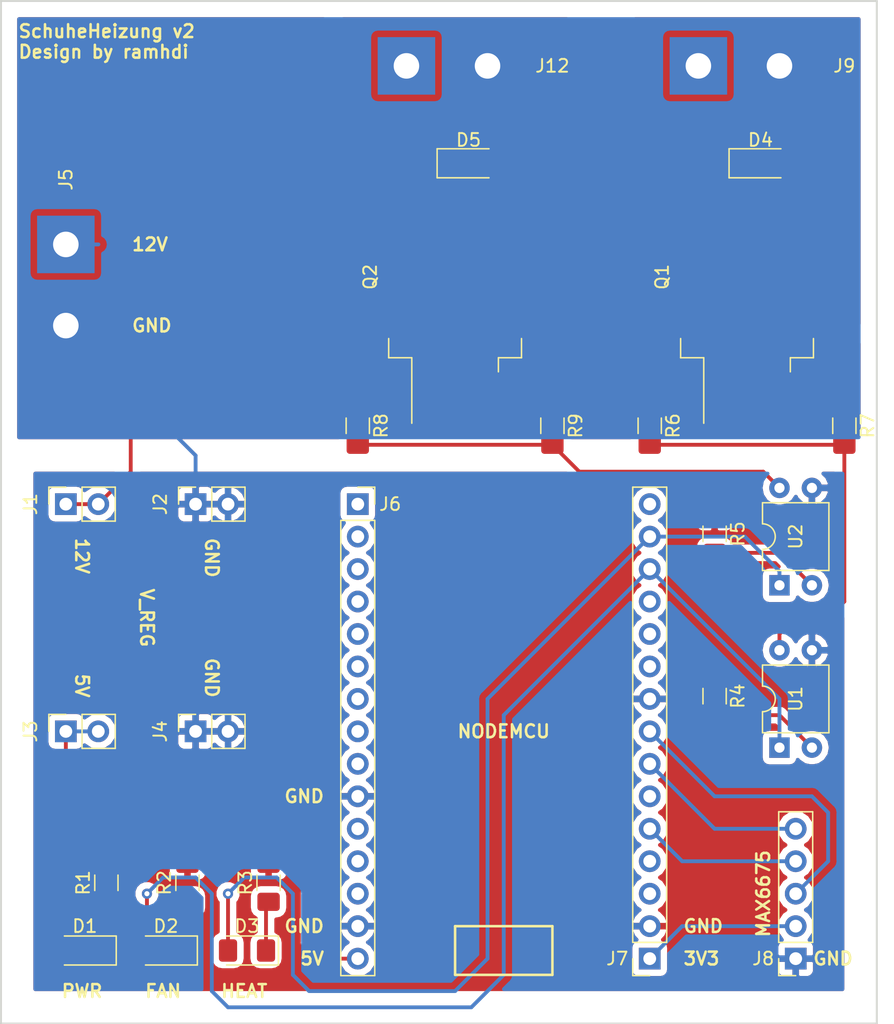
<source format=kicad_pcb>
(kicad_pcb (version 20171130) (host pcbnew 5.0.2-bee76a0~70~ubuntu18.04.1)

  (general
    (thickness 1.6)
    (drawings 27)
    (tracks 86)
    (zones 0)
    (modules 28)
    (nets 38)
  )

  (page A4)
  (layers
    (0 F.Cu signal)
    (31 B.Cu signal)
    (32 B.Adhes user)
    (33 F.Adhes user)
    (34 B.Paste user)
    (35 F.Paste user)
    (36 B.SilkS user)
    (37 F.SilkS user)
    (38 B.Mask user)
    (39 F.Mask user)
    (40 Dwgs.User user)
    (41 Cmts.User user)
    (42 Eco1.User user)
    (43 Eco2.User user)
    (44 Edge.Cuts user)
    (45 Margin user)
    (46 B.CrtYd user)
    (47 F.CrtYd user)
    (48 B.Fab user)
    (49 F.Fab user)
  )

  (setup
    (last_trace_width 0.3)
    (user_trace_width 0.3)
    (user_trace_width 1.5)
    (user_trace_width 2.5)
    (trace_clearance 0.3)
    (zone_clearance 0.5)
    (zone_45_only no)
    (trace_min 0.3)
    (segment_width 0.2)
    (edge_width 0.15)
    (via_size 0.8)
    (via_drill 0.4)
    (via_min_size 0.8)
    (via_min_drill 0.4)
    (blind_buried_vias_allowed yes)
    (uvia_size 0.3)
    (uvia_drill 0.1)
    (uvias_allowed no)
    (uvia_min_size 0.2)
    (uvia_min_drill 0.1)
    (pcb_text_width 0.3)
    (pcb_text_size 1.5 1.5)
    (mod_edge_width 0.15)
    (mod_text_size 1 1)
    (mod_text_width 0.15)
    (pad_size 1.524 1.524)
    (pad_drill 0.762)
    (pad_to_mask_clearance 0.2)
    (solder_mask_min_width 0.25)
    (aux_axis_origin 0 0)
    (visible_elements 7FFFFFFF)
    (pcbplotparams
      (layerselection 0x010f0_ffffffff)
      (usegerberextensions false)
      (usegerberattributes false)
      (usegerberadvancedattributes false)
      (creategerberjobfile false)
      (excludeedgelayer true)
      (linewidth 0.100000)
      (plotframeref false)
      (viasonmask false)
      (mode 1)
      (useauxorigin false)
      (hpglpennumber 1)
      (hpglpenspeed 20)
      (hpglpendiameter 15.000000)
      (psnegative false)
      (psa4output false)
      (plotreference true)
      (plotvalue true)
      (plotinvisibletext false)
      (padsonsilk false)
      (subtractmaskfromsilk false)
      (outputformat 4)
      (mirror false)
      (drillshape 2)
      (scaleselection 1)
      (outputdirectory "./"))
  )

  (net 0 "")
  (net 1 "Net-(D1-Pad1)")
  (net 2 +5V)
  (net 3 +12V)
  (net 4 GND)
  (net 5 "Net-(J6-Pad1)")
  (net 6 "Net-(J6-Pad2)")
  (net 7 "Net-(J6-Pad3)")
  (net 8 "Net-(J6-Pad4)")
  (net 9 "Net-(J6-Pad5)")
  (net 10 "Net-(J6-Pad6)")
  (net 11 "Net-(J6-Pad7)")
  (net 12 "Net-(J6-Pad8)")
  (net 13 "Net-(J6-Pad9)")
  (net 14 +3V3)
  (net 15 "Net-(J6-Pad12)")
  (net 16 "Net-(J6-Pad13)")
  (net 17 "Net-(J7-Pad15)")
  (net 18 "Net-(J7-Pad12)")
  (net 19 "Net-(J7-Pad11)")
  (net 20 SCK)
  (net 21 SO)
  (net 22 "Net-(J7-Pad6)")
  (net 23 CS)
  (net 24 "Net-(J7-Pad4)")
  (net 25 "Net-(J7-Pad3)")
  (net 26 "Net-(D2-Pad1)")
  (net 27 "Net-(D3-Pad1)")
  (net 28 "Net-(Q1-Pad1)")
  (net 29 "Net-(Q2-Pad1)")
  (net 30 "Net-(R4-Pad2)")
  (net 31 "Net-(R5-Pad2)")
  (net 32 OPTO_FAN)
  (net 33 OPTO_HEATER)
  (net 34 "Net-(D4-Pad1)")
  (net 35 "Net-(D5-Pad1)")
  (net 36 "Net-(R6-Pad2)")
  (net 37 "Net-(R8-Pad2)")

  (net_class Default "This is the default net class."
    (clearance 0.3)
    (trace_width 0.3)
    (via_dia 0.8)
    (via_drill 0.4)
    (uvia_dia 0.3)
    (uvia_drill 0.1)
    (diff_pair_gap 0.3)
    (diff_pair_width 0.3)
    (add_net +12V)
    (add_net +3V3)
    (add_net +5V)
    (add_net CS)
    (add_net GND)
    (add_net "Net-(D1-Pad1)")
    (add_net "Net-(D2-Pad1)")
    (add_net "Net-(D3-Pad1)")
    (add_net "Net-(D4-Pad1)")
    (add_net "Net-(D5-Pad1)")
    (add_net "Net-(J6-Pad1)")
    (add_net "Net-(J6-Pad12)")
    (add_net "Net-(J6-Pad13)")
    (add_net "Net-(J6-Pad2)")
    (add_net "Net-(J6-Pad3)")
    (add_net "Net-(J6-Pad4)")
    (add_net "Net-(J6-Pad5)")
    (add_net "Net-(J6-Pad6)")
    (add_net "Net-(J6-Pad7)")
    (add_net "Net-(J6-Pad8)")
    (add_net "Net-(J6-Pad9)")
    (add_net "Net-(J7-Pad11)")
    (add_net "Net-(J7-Pad12)")
    (add_net "Net-(J7-Pad15)")
    (add_net "Net-(J7-Pad3)")
    (add_net "Net-(J7-Pad4)")
    (add_net "Net-(J7-Pad6)")
    (add_net "Net-(Q1-Pad1)")
    (add_net "Net-(Q2-Pad1)")
    (add_net "Net-(R4-Pad2)")
    (add_net "Net-(R5-Pad2)")
    (add_net "Net-(R6-Pad2)")
    (add_net "Net-(R8-Pad2)")
    (add_net OPTO_FAN)
    (add_net OPTO_HEATER)
    (add_net SCK)
    (add_net SO)
  )

  (module Resistor_SMD:R_1206_3216Metric_Pad1.42x1.75mm_HandSolder (layer F.Cu) (tedit 5B301BBD) (tstamp 5C12DDDB)
    (at 142.24 84.0375 270)
    (descr "Resistor SMD 1206 (3216 Metric), square (rectangular) end terminal, IPC_7351 nominal with elongated pad for handsoldering. (Body size source: http://www.tortai-tech.com/upload/download/2011102023233369053.pdf), generated with kicad-footprint-generator")
    (tags "resistor handsolder")
    (path /5C068B51)
    (attr smd)
    (fp_text reference R9 (at 0 -1.82 270) (layer F.SilkS)
      (effects (font (size 1 1) (thickness 0.15)))
    )
    (fp_text value R (at 0 1.82 270) (layer F.Fab)
      (effects (font (size 1 1) (thickness 0.15)))
    )
    (fp_text user %R (at 0 0 270) (layer F.Fab)
      (effects (font (size 0.8 0.8) (thickness 0.12)))
    )
    (fp_line (start 2.45 1.12) (end -2.45 1.12) (layer F.CrtYd) (width 0.05))
    (fp_line (start 2.45 -1.12) (end 2.45 1.12) (layer F.CrtYd) (width 0.05))
    (fp_line (start -2.45 -1.12) (end 2.45 -1.12) (layer F.CrtYd) (width 0.05))
    (fp_line (start -2.45 1.12) (end -2.45 -1.12) (layer F.CrtYd) (width 0.05))
    (fp_line (start -0.602064 0.91) (end 0.602064 0.91) (layer F.SilkS) (width 0.12))
    (fp_line (start -0.602064 -0.91) (end 0.602064 -0.91) (layer F.SilkS) (width 0.12))
    (fp_line (start 1.6 0.8) (end -1.6 0.8) (layer F.Fab) (width 0.1))
    (fp_line (start 1.6 -0.8) (end 1.6 0.8) (layer F.Fab) (width 0.1))
    (fp_line (start -1.6 -0.8) (end 1.6 -0.8) (layer F.Fab) (width 0.1))
    (fp_line (start -1.6 0.8) (end -1.6 -0.8) (layer F.Fab) (width 0.1))
    (pad 2 smd roundrect (at 1.4875 0 270) (size 1.425 1.75) (layers F.Cu F.Paste F.Mask) (roundrect_rratio 0.175439)
      (net 37 "Net-(R8-Pad2)"))
    (pad 1 smd roundrect (at -1.4875 0 270) (size 1.425 1.75) (layers F.Cu F.Paste F.Mask) (roundrect_rratio 0.175439)
      (net 3 +12V))
    (model ${KISYS3DMOD}/Resistor_SMD.3dshapes/R_1206_3216Metric.wrl
      (at (xyz 0 0 0))
      (scale (xyz 1 1 1))
      (rotate (xyz 0 0 0))
    )
  )

  (module Package_TO_SOT_SMD:TO-263-2 (layer F.Cu) (tedit 5C06282E) (tstamp 5C126C75)
    (at 157.48 75.765 90)
    (descr "TO-263 / D2PAK / DDPAK SMD package, http://www.infineon.com/cms/en/product/packages/PG-TO263/PG-TO263-3-1/")
    (tags "D2PAK DDPAK TO-263 D2PAK-3 TO-263-3 SOT-404")
    (path /5C074C80)
    (attr smd)
    (fp_text reference Q1 (at 3.375 -6.65 90) (layer F.SilkS)
      (effects (font (size 1 1) (thickness 0.15)))
    )
    (fp_text value IRF540N (at 0 6.65 90) (layer F.Fab)
      (effects (font (size 1 1) (thickness 0.15)))
    )
    (fp_line (start 6.5 -5) (end 7.5 -5) (layer F.Fab) (width 0.1))
    (fp_line (start 7.5 -5) (end 7.5 5) (layer F.Fab) (width 0.1))
    (fp_line (start 7.5 5) (end 6.5 5) (layer F.Fab) (width 0.1))
    (fp_line (start 6.5 -5) (end 6.5 5) (layer F.Fab) (width 0.1))
    (fp_line (start 6.5 5) (end -2.75 5) (layer F.Fab) (width 0.1))
    (fp_line (start -2.75 5) (end -2.75 -4) (layer F.Fab) (width 0.1))
    (fp_line (start -2.75 -4) (end -1.75 -5) (layer F.Fab) (width 0.1))
    (fp_line (start -1.75 -5) (end 6.5 -5) (layer F.Fab) (width 0.1))
    (fp_line (start -2.75 -3.04) (end -7.45 -3.04) (layer F.Fab) (width 0.1))
    (fp_line (start -7.45 -3.04) (end -7.45 -2.04) (layer F.Fab) (width 0.1))
    (fp_line (start -7.45 -2.04) (end -2.75 -2.04) (layer F.Fab) (width 0.1))
    (fp_line (start -2.75 2.04) (end -7.45 2.04) (layer F.Fab) (width 0.1))
    (fp_line (start -7.45 2.04) (end -7.45 3.04) (layer F.Fab) (width 0.1))
    (fp_line (start -7.45 3.04) (end -2.75 3.04) (layer F.Fab) (width 0.1))
    (fp_line (start -1.45 -5.2) (end -2.95 -5.2) (layer F.SilkS) (width 0.12))
    (fp_line (start -2.95 -5.2) (end -2.95 -3.39) (layer F.SilkS) (width 0.12))
    (fp_line (start -2.95 -3.39) (end -8.075 -3.39) (layer F.SilkS) (width 0.12))
    (fp_line (start -1.45 5.2) (end -2.95 5.2) (layer F.SilkS) (width 0.12))
    (fp_line (start -2.95 5.2) (end -2.95 3.39) (layer F.SilkS) (width 0.12))
    (fp_line (start -2.95 3.39) (end -4.05 3.39) (layer F.SilkS) (width 0.12))
    (fp_line (start -8.32 -5.65) (end -8.32 5.65) (layer F.CrtYd) (width 0.05))
    (fp_line (start -8.32 5.65) (end 8.32 5.65) (layer F.CrtYd) (width 0.05))
    (fp_line (start 8.32 5.65) (end 8.32 -5.65) (layer F.CrtYd) (width 0.05))
    (fp_line (start 8.32 -5.65) (end -8.32 -5.65) (layer F.CrtYd) (width 0.05))
    (fp_text user %R (at 0 0 90) (layer F.Fab)
      (effects (font (size 1 1) (thickness 0.15)))
    )
    (pad 1 smd rect (at -5.775 -2.54 90) (size 4.6 1.1) (layers F.Cu F.Paste F.Mask)
      (net 28 "Net-(Q1-Pad1)"))
    (pad 3 smd rect (at -5.775 2.54 90) (size 4.6 1.1) (layers F.Cu F.Paste F.Mask)
      (net 3 +12V))
    (pad 2 smd rect (at 3.375 0 90) (size 9.4 10.8) (layers F.Cu F.Mask)
      (net 34 "Net-(D4-Pad1)"))
    (pad "" smd rect (at 5.8 2.775 90) (size 4.55 5.25) (layers F.Paste))
    (pad "" smd rect (at 0.95 -2.775 90) (size 4.55 5.25) (layers F.Paste))
    (pad "" smd rect (at 5.8 -2.775 90) (size 4.55 5.25) (layers F.Paste))
    (pad "" smd rect (at 0.95 2.775 90) (size 4.55 5.25) (layers F.Paste))
    (model ${KISYS3DMOD}/Package_TO_SOT_SMD.3dshapes/TO-263-2.wrl
      (at (xyz 0 0 0))
      (scale (xyz 1 1 1))
      (rotate (xyz 0 0 0))
    )
  )

  (module Connector_PinSocket_2.54mm:PinSocket_1x02_P2.54mm_Vertical (layer F.Cu) (tedit 5A19A420) (tstamp 5C06A8EB)
    (at 104.14 107.95 90)
    (descr "Through hole straight socket strip, 1x02, 2.54mm pitch, single row (from Kicad 4.0.7), script generated")
    (tags "Through hole socket strip THT 1x02 2.54mm single row")
    (path /5BFA44B5)
    (fp_text reference J3 (at 0 -2.77 90) (layer F.SilkS)
      (effects (font (size 1 1) (thickness 0.15)))
    )
    (fp_text value Conn_01x02_Female (at 0 5.31 90) (layer F.Fab)
      (effects (font (size 1 1) (thickness 0.15)))
    )
    (fp_text user %R (at 0 1.27 180) (layer F.Fab)
      (effects (font (size 1 1) (thickness 0.15)))
    )
    (fp_line (start -1.8 4.3) (end -1.8 -1.8) (layer F.CrtYd) (width 0.05))
    (fp_line (start 1.75 4.3) (end -1.8 4.3) (layer F.CrtYd) (width 0.05))
    (fp_line (start 1.75 -1.8) (end 1.75 4.3) (layer F.CrtYd) (width 0.05))
    (fp_line (start -1.8 -1.8) (end 1.75 -1.8) (layer F.CrtYd) (width 0.05))
    (fp_line (start 0 -1.33) (end 1.33 -1.33) (layer F.SilkS) (width 0.12))
    (fp_line (start 1.33 -1.33) (end 1.33 0) (layer F.SilkS) (width 0.12))
    (fp_line (start 1.33 1.27) (end 1.33 3.87) (layer F.SilkS) (width 0.12))
    (fp_line (start -1.33 3.87) (end 1.33 3.87) (layer F.SilkS) (width 0.12))
    (fp_line (start -1.33 1.27) (end -1.33 3.87) (layer F.SilkS) (width 0.12))
    (fp_line (start -1.33 1.27) (end 1.33 1.27) (layer F.SilkS) (width 0.12))
    (fp_line (start -1.27 3.81) (end -1.27 -1.27) (layer F.Fab) (width 0.1))
    (fp_line (start 1.27 3.81) (end -1.27 3.81) (layer F.Fab) (width 0.1))
    (fp_line (start 1.27 -0.635) (end 1.27 3.81) (layer F.Fab) (width 0.1))
    (fp_line (start 0.635 -1.27) (end 1.27 -0.635) (layer F.Fab) (width 0.1))
    (fp_line (start -1.27 -1.27) (end 0.635 -1.27) (layer F.Fab) (width 0.1))
    (pad 2 thru_hole oval (at 0 2.54 90) (size 1.7 1.7) (drill 1) (layers *.Cu *.Mask)
      (net 2 +5V))
    (pad 1 thru_hole rect (at 0 0 90) (size 1.7 1.7) (drill 1) (layers *.Cu *.Mask)
      (net 2 +5V))
    (model ${KISYS3DMOD}/Connector_PinSocket_2.54mm.3dshapes/PinSocket_1x02_P2.54mm_Vertical.wrl
      (at (xyz 0 0 0))
      (scale (xyz 1 1 1))
      (rotate (xyz 0 0 0))
    )
  )

  (module Package_DIP:DIP-4_W7.62mm (layer F.Cu) (tedit 5A02E8C5) (tstamp 5C055EB6)
    (at 160.02 96.52 90)
    (descr "4-lead though-hole mounted DIP package, row spacing 7.62 mm (300 mils)")
    (tags "THT DIP DIL PDIP 2.54mm 7.62mm 300mil")
    (path /5C056826)
    (fp_text reference U2 (at 3.81 1.27 90) (layer F.SilkS)
      (effects (font (size 1 1) (thickness 0.15)))
    )
    (fp_text value TLP785 (at 3.81 4.87 90) (layer F.Fab)
      (effects (font (size 1 1) (thickness 0.15)))
    )
    (fp_text user %R (at 3.81 1.27 90) (layer F.Fab)
      (effects (font (size 1 1) (thickness 0.15)))
    )
    (fp_line (start 8.7 -1.55) (end -1.1 -1.55) (layer F.CrtYd) (width 0.05))
    (fp_line (start 8.7 4.1) (end 8.7 -1.55) (layer F.CrtYd) (width 0.05))
    (fp_line (start -1.1 4.1) (end 8.7 4.1) (layer F.CrtYd) (width 0.05))
    (fp_line (start -1.1 -1.55) (end -1.1 4.1) (layer F.CrtYd) (width 0.05))
    (fp_line (start 6.46 -1.33) (end 4.81 -1.33) (layer F.SilkS) (width 0.12))
    (fp_line (start 6.46 3.87) (end 6.46 -1.33) (layer F.SilkS) (width 0.12))
    (fp_line (start 1.16 3.87) (end 6.46 3.87) (layer F.SilkS) (width 0.12))
    (fp_line (start 1.16 -1.33) (end 1.16 3.87) (layer F.SilkS) (width 0.12))
    (fp_line (start 2.81 -1.33) (end 1.16 -1.33) (layer F.SilkS) (width 0.12))
    (fp_line (start 0.635 -0.27) (end 1.635 -1.27) (layer F.Fab) (width 0.1))
    (fp_line (start 0.635 3.81) (end 0.635 -0.27) (layer F.Fab) (width 0.1))
    (fp_line (start 6.985 3.81) (end 0.635 3.81) (layer F.Fab) (width 0.1))
    (fp_line (start 6.985 -1.27) (end 6.985 3.81) (layer F.Fab) (width 0.1))
    (fp_line (start 1.635 -1.27) (end 6.985 -1.27) (layer F.Fab) (width 0.1))
    (fp_arc (start 3.81 -1.33) (end 2.81 -1.33) (angle -180) (layer F.SilkS) (width 0.12))
    (pad 4 thru_hole oval (at 7.62 0 90) (size 1.6 1.6) (drill 0.8) (layers *.Cu *.Mask)
      (net 37 "Net-(R8-Pad2)"))
    (pad 2 thru_hole oval (at 0 2.54 90) (size 1.6 1.6) (drill 0.8) (layers *.Cu *.Mask)
      (net 31 "Net-(R5-Pad2)"))
    (pad 3 thru_hole oval (at 7.62 2.54 90) (size 1.6 1.6) (drill 0.8) (layers *.Cu *.Mask)
      (net 4 GND))
    (pad 1 thru_hole rect (at 0 0 90) (size 1.6 1.6) (drill 0.8) (layers *.Cu *.Mask)
      (net 33 OPTO_HEATER))
    (model ${KISYS3DMOD}/Package_DIP.3dshapes/DIP-4_W7.62mm.wrl
      (at (xyz 0 0 0))
      (scale (xyz 1 1 1))
      (rotate (xyz 0 0 0))
    )
  )

  (module Connector_PinSocket_2.54mm:PinSocket_1x05_P2.54mm_Vertical (layer F.Cu) (tedit 5A19A420) (tstamp 5C06AA78)
    (at 161.29 125.73 180)
    (descr "Through hole straight socket strip, 1x05, 2.54mm pitch, single row (from Kicad 4.0.7), script generated")
    (tags "Through hole socket strip THT 1x05 2.54mm single row")
    (path /5BFA4546)
    (fp_text reference J8 (at 2.54 0 180) (layer F.SilkS)
      (effects (font (size 1 1) (thickness 0.15)))
    )
    (fp_text value Conn_01x05_Female (at 0 12.93 180) (layer F.Fab)
      (effects (font (size 1 1) (thickness 0.15)))
    )
    (fp_line (start -1.27 -1.27) (end 0.635 -1.27) (layer F.Fab) (width 0.1))
    (fp_line (start 0.635 -1.27) (end 1.27 -0.635) (layer F.Fab) (width 0.1))
    (fp_line (start 1.27 -0.635) (end 1.27 11.43) (layer F.Fab) (width 0.1))
    (fp_line (start 1.27 11.43) (end -1.27 11.43) (layer F.Fab) (width 0.1))
    (fp_line (start -1.27 11.43) (end -1.27 -1.27) (layer F.Fab) (width 0.1))
    (fp_line (start -1.33 1.27) (end 1.33 1.27) (layer F.SilkS) (width 0.12))
    (fp_line (start -1.33 1.27) (end -1.33 11.49) (layer F.SilkS) (width 0.12))
    (fp_line (start -1.33 11.49) (end 1.33 11.49) (layer F.SilkS) (width 0.12))
    (fp_line (start 1.33 1.27) (end 1.33 11.49) (layer F.SilkS) (width 0.12))
    (fp_line (start 1.33 -1.33) (end 1.33 0) (layer F.SilkS) (width 0.12))
    (fp_line (start 0 -1.33) (end 1.33 -1.33) (layer F.SilkS) (width 0.12))
    (fp_line (start -1.8 -1.8) (end 1.75 -1.8) (layer F.CrtYd) (width 0.05))
    (fp_line (start 1.75 -1.8) (end 1.75 11.9) (layer F.CrtYd) (width 0.05))
    (fp_line (start 1.75 11.9) (end -1.8 11.9) (layer F.CrtYd) (width 0.05))
    (fp_line (start -1.8 11.9) (end -1.8 -1.8) (layer F.CrtYd) (width 0.05))
    (fp_text user %R (at 0 5.08 270) (layer F.Fab)
      (effects (font (size 1 1) (thickness 0.15)))
    )
    (pad 1 thru_hole rect (at 0 0 180) (size 1.7 1.7) (drill 1) (layers *.Cu *.Mask)
      (net 4 GND))
    (pad 2 thru_hole oval (at 0 2.54 180) (size 1.7 1.7) (drill 1) (layers *.Cu *.Mask)
      (net 14 +3V3))
    (pad 3 thru_hole oval (at 0 5.08 180) (size 1.7 1.7) (drill 1) (layers *.Cu *.Mask)
      (net 20 SCK))
    (pad 4 thru_hole oval (at 0 7.62 180) (size 1.7 1.7) (drill 1) (layers *.Cu *.Mask)
      (net 23 CS))
    (pad 5 thru_hole oval (at 0 10.16 180) (size 1.7 1.7) (drill 1) (layers *.Cu *.Mask)
      (net 21 SO))
    (model ${KISYS3DMOD}/Connector_PinSocket_2.54mm.3dshapes/PinSocket_1x05_P2.54mm_Vertical.wrl
      (at (xyz 0 0 0))
      (scale (xyz 1 1 1))
      (rotate (xyz 0 0 0))
    )
  )

  (module Connector_PinSocket_2.54mm:PinSocket_1x02_P2.54mm_Vertical (layer F.Cu) (tedit 5BFA5736) (tstamp 5C06A8C1)
    (at 104.14 90.17 90)
    (descr "Through hole straight socket strip, 1x02, 2.54mm pitch, single row (from Kicad 4.0.7), script generated")
    (tags "Through hole socket strip THT 1x02 2.54mm single row")
    (path /5BFA446B)
    (fp_text reference J1 (at 0 -2.77 90) (layer F.SilkS)
      (effects (font (size 1 1) (thickness 0.15)))
    )
    (fp_text value Conn_01x02_Female (at 0 5.31 90) (layer F.Fab)
      (effects (font (size 1 1) (thickness 0.15)))
    )
    (fp_line (start -1.27 -1.27) (end 0.635 -1.27) (layer F.Fab) (width 0.1))
    (fp_line (start 0.635 -1.27) (end 1.27 -0.635) (layer F.Fab) (width 0.1))
    (fp_line (start 1.27 -0.635) (end 1.27 3.81) (layer F.Fab) (width 0.1))
    (fp_line (start 1.27 3.81) (end -1.27 3.81) (layer F.Fab) (width 0.1))
    (fp_line (start -1.27 3.81) (end -1.27 -1.27) (layer F.Fab) (width 0.1))
    (fp_line (start -1.33 1.27) (end 1.33 1.27) (layer F.SilkS) (width 0.12))
    (fp_line (start -1.33 1.27) (end -1.33 3.87) (layer F.SilkS) (width 0.12))
    (fp_line (start -1.33 3.87) (end 1.33 3.87) (layer F.SilkS) (width 0.12))
    (fp_line (start 1.33 1.27) (end 1.33 3.87) (layer F.SilkS) (width 0.12))
    (fp_line (start 1.33 -1.33) (end 1.33 0) (layer F.SilkS) (width 0.12))
    (fp_line (start 0 -1.33) (end 1.33 -1.33) (layer F.SilkS) (width 0.12))
    (fp_line (start -1.8 -1.8) (end 1.75 -1.8) (layer F.CrtYd) (width 0.05))
    (fp_line (start 1.75 -1.8) (end 1.75 4.3) (layer F.CrtYd) (width 0.05))
    (fp_line (start 1.75 4.3) (end -1.8 4.3) (layer F.CrtYd) (width 0.05))
    (fp_line (start -1.8 4.3) (end -1.8 -1.8) (layer F.CrtYd) (width 0.05))
    (fp_text user %R (at 0 1.27 180) (layer F.Fab)
      (effects (font (size 1 1) (thickness 0.15)))
    )
    (pad 1 thru_hole rect (at 0 0 90) (size 1.7 1.7) (drill 1) (layers *.Cu *.Mask)
      (net 3 +12V))
    (pad 2 thru_hole oval (at 0 2.54 90) (size 1.7 1.7) (drill 1) (layers *.Cu *.Mask)
      (net 3 +12V))
    (model ${KISYS3DMOD}/Connector_PinSocket_2.54mm.3dshapes/PinSocket_1x02_P2.54mm_Vertical.wrl
      (at (xyz 0 0 0))
      (scale (xyz 1 1 1))
      (rotate (xyz 0 0 0))
    )
  )

  (module Connector_PinSocket_2.54mm:PinSocket_1x02_P2.54mm_Vertical (layer F.Cu) (tedit 5A19A420) (tstamp 5C06A8D6)
    (at 114.3 90.17 90)
    (descr "Through hole straight socket strip, 1x02, 2.54mm pitch, single row (from Kicad 4.0.7), script generated")
    (tags "Through hole socket strip THT 1x02 2.54mm single row")
    (path /5BFA43D1)
    (fp_text reference J2 (at 0 -2.77 90) (layer F.SilkS)
      (effects (font (size 1 1) (thickness 0.15)))
    )
    (fp_text value Conn_01x02_Female (at 0 5.31 90) (layer F.Fab)
      (effects (font (size 1 1) (thickness 0.15)))
    )
    (fp_line (start -1.27 -1.27) (end 0.635 -1.27) (layer F.Fab) (width 0.1))
    (fp_line (start 0.635 -1.27) (end 1.27 -0.635) (layer F.Fab) (width 0.1))
    (fp_line (start 1.27 -0.635) (end 1.27 3.81) (layer F.Fab) (width 0.1))
    (fp_line (start 1.27 3.81) (end -1.27 3.81) (layer F.Fab) (width 0.1))
    (fp_line (start -1.27 3.81) (end -1.27 -1.27) (layer F.Fab) (width 0.1))
    (fp_line (start -1.33 1.27) (end 1.33 1.27) (layer F.SilkS) (width 0.12))
    (fp_line (start -1.33 1.27) (end -1.33 3.87) (layer F.SilkS) (width 0.12))
    (fp_line (start -1.33 3.87) (end 1.33 3.87) (layer F.SilkS) (width 0.12))
    (fp_line (start 1.33 1.27) (end 1.33 3.87) (layer F.SilkS) (width 0.12))
    (fp_line (start 1.33 -1.33) (end 1.33 0) (layer F.SilkS) (width 0.12))
    (fp_line (start 0 -1.33) (end 1.33 -1.33) (layer F.SilkS) (width 0.12))
    (fp_line (start -1.8 -1.8) (end 1.75 -1.8) (layer F.CrtYd) (width 0.05))
    (fp_line (start 1.75 -1.8) (end 1.75 4.3) (layer F.CrtYd) (width 0.05))
    (fp_line (start 1.75 4.3) (end -1.8 4.3) (layer F.CrtYd) (width 0.05))
    (fp_line (start -1.8 4.3) (end -1.8 -1.8) (layer F.CrtYd) (width 0.05))
    (fp_text user %R (at 0 1.27 180) (layer F.Fab)
      (effects (font (size 1 1) (thickness 0.15)))
    )
    (pad 1 thru_hole rect (at 0 0 90) (size 1.7 1.7) (drill 1) (layers *.Cu *.Mask)
      (net 4 GND))
    (pad 2 thru_hole oval (at 0 2.54 90) (size 1.7 1.7) (drill 1) (layers *.Cu *.Mask)
      (net 4 GND))
    (model ${KISYS3DMOD}/Connector_PinSocket_2.54mm.3dshapes/PinSocket_1x02_P2.54mm_Vertical.wrl
      (at (xyz 0 0 0))
      (scale (xyz 1 1 1))
      (rotate (xyz 0 0 0))
    )
  )

  (module Connector_PinSocket_2.54mm:PinSocket_1x02_P2.54mm_Vertical (layer F.Cu) (tedit 5A19A420) (tstamp 5C06A900)
    (at 114.3 107.95 90)
    (descr "Through hole straight socket strip, 1x02, 2.54mm pitch, single row (from Kicad 4.0.7), script generated")
    (tags "Through hole socket strip THT 1x02 2.54mm single row")
    (path /5BFA4405)
    (fp_text reference J4 (at 0 -2.77 90) (layer F.SilkS)
      (effects (font (size 1 1) (thickness 0.15)))
    )
    (fp_text value Conn_01x02_Female (at 0 5.31 90) (layer F.Fab)
      (effects (font (size 1 1) (thickness 0.15)))
    )
    (fp_text user %R (at 0 1.27 180) (layer F.Fab)
      (effects (font (size 1 1) (thickness 0.15)))
    )
    (fp_line (start -1.8 4.3) (end -1.8 -1.8) (layer F.CrtYd) (width 0.05))
    (fp_line (start 1.75 4.3) (end -1.8 4.3) (layer F.CrtYd) (width 0.05))
    (fp_line (start 1.75 -1.8) (end 1.75 4.3) (layer F.CrtYd) (width 0.05))
    (fp_line (start -1.8 -1.8) (end 1.75 -1.8) (layer F.CrtYd) (width 0.05))
    (fp_line (start 0 -1.33) (end 1.33 -1.33) (layer F.SilkS) (width 0.12))
    (fp_line (start 1.33 -1.33) (end 1.33 0) (layer F.SilkS) (width 0.12))
    (fp_line (start 1.33 1.27) (end 1.33 3.87) (layer F.SilkS) (width 0.12))
    (fp_line (start -1.33 3.87) (end 1.33 3.87) (layer F.SilkS) (width 0.12))
    (fp_line (start -1.33 1.27) (end -1.33 3.87) (layer F.SilkS) (width 0.12))
    (fp_line (start -1.33 1.27) (end 1.33 1.27) (layer F.SilkS) (width 0.12))
    (fp_line (start -1.27 3.81) (end -1.27 -1.27) (layer F.Fab) (width 0.1))
    (fp_line (start 1.27 3.81) (end -1.27 3.81) (layer F.Fab) (width 0.1))
    (fp_line (start 1.27 -0.635) (end 1.27 3.81) (layer F.Fab) (width 0.1))
    (fp_line (start 0.635 -1.27) (end 1.27 -0.635) (layer F.Fab) (width 0.1))
    (fp_line (start -1.27 -1.27) (end 0.635 -1.27) (layer F.Fab) (width 0.1))
    (pad 2 thru_hole oval (at 0 2.54 90) (size 1.7 1.7) (drill 1) (layers *.Cu *.Mask)
      (net 4 GND))
    (pad 1 thru_hole rect (at 0 0 90) (size 1.7 1.7) (drill 1) (layers *.Cu *.Mask)
      (net 4 GND))
    (model ${KISYS3DMOD}/Connector_PinSocket_2.54mm.3dshapes/PinSocket_1x02_P2.54mm_Vertical.wrl
      (at (xyz 0 0 0))
      (scale (xyz 1 1 1))
      (rotate (xyz 0 0 0))
    )
  )

  (module Connector_PinSocket_2.54mm:PinSocket_1x15_P2.54mm_Vertical (layer F.Cu) (tedit 5A19A41D) (tstamp 5C06A915)
    (at 127 90.17)
    (descr "Through hole straight socket strip, 1x15, 2.54mm pitch, single row (from Kicad 4.0.7), script generated")
    (tags "Through hole socket strip THT 1x15 2.54mm single row")
    (path /5BFA424D)
    (fp_text reference J6 (at 2.54 0) (layer F.SilkS)
      (effects (font (size 1 1) (thickness 0.15)))
    )
    (fp_text value Conn_01x15_Female (at 0 38.33) (layer F.Fab)
      (effects (font (size 1 1) (thickness 0.15)))
    )
    (fp_line (start -1.27 -1.27) (end 0.635 -1.27) (layer F.Fab) (width 0.1))
    (fp_line (start 0.635 -1.27) (end 1.27 -0.635) (layer F.Fab) (width 0.1))
    (fp_line (start 1.27 -0.635) (end 1.27 36.83) (layer F.Fab) (width 0.1))
    (fp_line (start 1.27 36.83) (end -1.27 36.83) (layer F.Fab) (width 0.1))
    (fp_line (start -1.27 36.83) (end -1.27 -1.27) (layer F.Fab) (width 0.1))
    (fp_line (start -1.33 1.27) (end 1.33 1.27) (layer F.SilkS) (width 0.12))
    (fp_line (start -1.33 1.27) (end -1.33 36.89) (layer F.SilkS) (width 0.12))
    (fp_line (start -1.33 36.89) (end 1.33 36.89) (layer F.SilkS) (width 0.12))
    (fp_line (start 1.33 1.27) (end 1.33 36.89) (layer F.SilkS) (width 0.12))
    (fp_line (start 1.33 -1.33) (end 1.33 0) (layer F.SilkS) (width 0.12))
    (fp_line (start 0 -1.33) (end 1.33 -1.33) (layer F.SilkS) (width 0.12))
    (fp_line (start -1.8 -1.8) (end 1.75 -1.8) (layer F.CrtYd) (width 0.05))
    (fp_line (start 1.75 -1.8) (end 1.75 37.3) (layer F.CrtYd) (width 0.05))
    (fp_line (start 1.75 37.3) (end -1.8 37.3) (layer F.CrtYd) (width 0.05))
    (fp_line (start -1.8 37.3) (end -1.8 -1.8) (layer F.CrtYd) (width 0.05))
    (fp_text user %R (at 0 17.78 90) (layer F.Fab)
      (effects (font (size 1 1) (thickness 0.15)))
    )
    (pad 1 thru_hole rect (at 0 0) (size 1.7 1.7) (drill 1) (layers *.Cu *.Mask)
      (net 5 "Net-(J6-Pad1)"))
    (pad 2 thru_hole oval (at 0 2.54) (size 1.7 1.7) (drill 1) (layers *.Cu *.Mask)
      (net 6 "Net-(J6-Pad2)"))
    (pad 3 thru_hole oval (at 0 5.08) (size 1.7 1.7) (drill 1) (layers *.Cu *.Mask)
      (net 7 "Net-(J6-Pad3)"))
    (pad 4 thru_hole oval (at 0 7.62) (size 1.7 1.7) (drill 1) (layers *.Cu *.Mask)
      (net 8 "Net-(J6-Pad4)"))
    (pad 5 thru_hole oval (at 0 10.16) (size 1.7 1.7) (drill 1) (layers *.Cu *.Mask)
      (net 9 "Net-(J6-Pad5)"))
    (pad 6 thru_hole oval (at 0 12.7) (size 1.7 1.7) (drill 1) (layers *.Cu *.Mask)
      (net 10 "Net-(J6-Pad6)"))
    (pad 7 thru_hole oval (at 0 15.24) (size 1.7 1.7) (drill 1) (layers *.Cu *.Mask)
      (net 11 "Net-(J6-Pad7)"))
    (pad 8 thru_hole oval (at 0 17.78) (size 1.7 1.7) (drill 1) (layers *.Cu *.Mask)
      (net 12 "Net-(J6-Pad8)"))
    (pad 9 thru_hole oval (at 0 20.32) (size 1.7 1.7) (drill 1) (layers *.Cu *.Mask)
      (net 13 "Net-(J6-Pad9)"))
    (pad 10 thru_hole oval (at 0 22.86) (size 1.7 1.7) (drill 1) (layers *.Cu *.Mask)
      (net 4 GND))
    (pad 11 thru_hole oval (at 0 25.4) (size 1.7 1.7) (drill 1) (layers *.Cu *.Mask)
      (net 14 +3V3))
    (pad 12 thru_hole oval (at 0 27.94) (size 1.7 1.7) (drill 1) (layers *.Cu *.Mask)
      (net 15 "Net-(J6-Pad12)"))
    (pad 13 thru_hole oval (at 0 30.48) (size 1.7 1.7) (drill 1) (layers *.Cu *.Mask)
      (net 16 "Net-(J6-Pad13)"))
    (pad 14 thru_hole oval (at 0 33.02) (size 1.7 1.7) (drill 1) (layers *.Cu *.Mask)
      (net 4 GND))
    (pad 15 thru_hole oval (at 0 35.56) (size 1.7 1.7) (drill 1) (layers *.Cu *.Mask)
      (net 2 +5V))
    (model ${KISYS3DMOD}/Connector_PinSocket_2.54mm.3dshapes/PinSocket_1x15_P2.54mm_Vertical.wrl
      (at (xyz 0 0 0))
      (scale (xyz 1 1 1))
      (rotate (xyz 0 0 0))
    )
  )

  (module Connector_PinSocket_2.54mm:PinSocket_1x15_P2.54mm_Vertical (layer F.Cu) (tedit 5A19A41D) (tstamp 5C06A937)
    (at 149.86 125.73 180)
    (descr "Through hole straight socket strip, 1x15, 2.54mm pitch, single row (from Kicad 4.0.7), script generated")
    (tags "Through hole socket strip THT 1x15 2.54mm single row")
    (path /5BFA4296)
    (fp_text reference J7 (at 2.54 0 180) (layer F.SilkS)
      (effects (font (size 1 1) (thickness 0.15)))
    )
    (fp_text value Conn_01x15_Female (at 0 38.33 180) (layer F.Fab)
      (effects (font (size 1 1) (thickness 0.15)))
    )
    (fp_text user %R (at 0 17.78 270) (layer F.Fab)
      (effects (font (size 1 1) (thickness 0.15)))
    )
    (fp_line (start -1.8 37.3) (end -1.8 -1.8) (layer F.CrtYd) (width 0.05))
    (fp_line (start 1.75 37.3) (end -1.8 37.3) (layer F.CrtYd) (width 0.05))
    (fp_line (start 1.75 -1.8) (end 1.75 37.3) (layer F.CrtYd) (width 0.05))
    (fp_line (start -1.8 -1.8) (end 1.75 -1.8) (layer F.CrtYd) (width 0.05))
    (fp_line (start 0 -1.33) (end 1.33 -1.33) (layer F.SilkS) (width 0.12))
    (fp_line (start 1.33 -1.33) (end 1.33 0) (layer F.SilkS) (width 0.12))
    (fp_line (start 1.33 1.27) (end 1.33 36.89) (layer F.SilkS) (width 0.12))
    (fp_line (start -1.33 36.89) (end 1.33 36.89) (layer F.SilkS) (width 0.12))
    (fp_line (start -1.33 1.27) (end -1.33 36.89) (layer F.SilkS) (width 0.12))
    (fp_line (start -1.33 1.27) (end 1.33 1.27) (layer F.SilkS) (width 0.12))
    (fp_line (start -1.27 36.83) (end -1.27 -1.27) (layer F.Fab) (width 0.1))
    (fp_line (start 1.27 36.83) (end -1.27 36.83) (layer F.Fab) (width 0.1))
    (fp_line (start 1.27 -0.635) (end 1.27 36.83) (layer F.Fab) (width 0.1))
    (fp_line (start 0.635 -1.27) (end 1.27 -0.635) (layer F.Fab) (width 0.1))
    (fp_line (start -1.27 -1.27) (end 0.635 -1.27) (layer F.Fab) (width 0.1))
    (pad 15 thru_hole oval (at 0 35.56 180) (size 1.7 1.7) (drill 1) (layers *.Cu *.Mask)
      (net 17 "Net-(J7-Pad15)"))
    (pad 14 thru_hole oval (at 0 33.02 180) (size 1.7 1.7) (drill 1) (layers *.Cu *.Mask)
      (net 33 OPTO_HEATER))
    (pad 13 thru_hole oval (at 0 30.48 180) (size 1.7 1.7) (drill 1) (layers *.Cu *.Mask)
      (net 32 OPTO_FAN))
    (pad 12 thru_hole oval (at 0 27.94 180) (size 1.7 1.7) (drill 1) (layers *.Cu *.Mask)
      (net 18 "Net-(J7-Pad12)"))
    (pad 11 thru_hole oval (at 0 25.4 180) (size 1.7 1.7) (drill 1) (layers *.Cu *.Mask)
      (net 19 "Net-(J7-Pad11)"))
    (pad 10 thru_hole oval (at 0 22.86 180) (size 1.7 1.7) (drill 1) (layers *.Cu *.Mask)
      (net 14 +3V3))
    (pad 9 thru_hole oval (at 0 20.32 180) (size 1.7 1.7) (drill 1) (layers *.Cu *.Mask)
      (net 4 GND))
    (pad 8 thru_hole oval (at 0 17.78 180) (size 1.7 1.7) (drill 1) (layers *.Cu *.Mask)
      (net 20 SCK))
    (pad 7 thru_hole oval (at 0 15.24 180) (size 1.7 1.7) (drill 1) (layers *.Cu *.Mask)
      (net 21 SO))
    (pad 6 thru_hole oval (at 0 12.7 180) (size 1.7 1.7) (drill 1) (layers *.Cu *.Mask)
      (net 22 "Net-(J7-Pad6)"))
    (pad 5 thru_hole oval (at 0 10.16 180) (size 1.7 1.7) (drill 1) (layers *.Cu *.Mask)
      (net 23 CS))
    (pad 4 thru_hole oval (at 0 7.62 180) (size 1.7 1.7) (drill 1) (layers *.Cu *.Mask)
      (net 24 "Net-(J7-Pad4)"))
    (pad 3 thru_hole oval (at 0 5.08 180) (size 1.7 1.7) (drill 1) (layers *.Cu *.Mask)
      (net 25 "Net-(J7-Pad3)"))
    (pad 2 thru_hole oval (at 0 2.54 180) (size 1.7 1.7) (drill 1) (layers *.Cu *.Mask)
      (net 4 GND))
    (pad 1 thru_hole rect (at 0 0 180) (size 1.7 1.7) (drill 1) (layers *.Cu *.Mask)
      (net 14 +3V3))
    (model ${KISYS3DMOD}/Connector_PinSocket_2.54mm.3dshapes/PinSocket_1x15_P2.54mm_Vertical.wrl
      (at (xyz 0 0 0))
      (scale (xyz 1 1 1))
      (rotate (xyz 0 0 0))
    )
  )

  (module Connector_Wire:SolderWirePad_1x02_P7.62mm_Drill2mm (layer F.Cu) (tedit 5AEE5F3D) (tstamp 5C06DDEC)
    (at 104.14 69.85 270)
    (descr "Wire solder connection")
    (tags connector)
    (path /5BFA45C0)
    (attr virtual)
    (fp_text reference J5 (at -5.08 0 270) (layer F.SilkS)
      (effects (font (size 1 1) (thickness 0.15)))
    )
    (fp_text value Screw_Terminal_01x02 (at 3.175 3.81 270) (layer F.Fab)
      (effects (font (size 1 1) (thickness 0.15)))
    )
    (fp_text user %R (at 3.175 0 270) (layer F.Fab)
      (effects (font (size 1 1) (thickness 0.15)))
    )
    (fp_line (start -2.75 -2.75) (end 9.09 -2.75) (layer F.CrtYd) (width 0.05))
    (fp_line (start -2.75 -2.75) (end -2.75 2.75) (layer F.CrtYd) (width 0.05))
    (fp_line (start 9.09 2.75) (end 9.09 -2.75) (layer F.CrtYd) (width 0.05))
    (fp_line (start 9.09 2.75) (end -2.75 2.75) (layer F.CrtYd) (width 0.05))
    (pad 1 thru_hole rect (at 0 0 270) (size 4.50088 4.50088) (drill 1.99898) (layers *.Cu *.Mask)
      (net 3 +12V))
    (pad 2 thru_hole circle (at 6.35 0 270) (size 4.50088 4.50088) (drill 1.99898) (layers *.Cu *.Mask)
      (net 4 GND))
  )

  (module LED_SMD:LED_1206_3216Metric_Pad1.42x1.75mm_HandSolder (layer F.Cu) (tedit 5B4B45C9) (tstamp 5C055DB9)
    (at 105.6275 125.095 180)
    (descr "LED SMD 1206 (3216 Metric), square (rectangular) end terminal, IPC_7351 nominal, (Body size source: http://www.tortai-tech.com/upload/download/2011102023233369053.pdf), generated with kicad-footprint-generator")
    (tags "LED handsolder")
    (path /5BFAC596)
    (attr smd)
    (fp_text reference D1 (at 0 1.905 180) (layer F.SilkS)
      (effects (font (size 1 1) (thickness 0.15)))
    )
    (fp_text value LED (at 0 1.82 180) (layer F.Fab)
      (effects (font (size 1 1) (thickness 0.15)))
    )
    (fp_line (start 1.6 -0.8) (end -1.2 -0.8) (layer F.Fab) (width 0.1))
    (fp_line (start -1.2 -0.8) (end -1.6 -0.4) (layer F.Fab) (width 0.1))
    (fp_line (start -1.6 -0.4) (end -1.6 0.8) (layer F.Fab) (width 0.1))
    (fp_line (start -1.6 0.8) (end 1.6 0.8) (layer F.Fab) (width 0.1))
    (fp_line (start 1.6 0.8) (end 1.6 -0.8) (layer F.Fab) (width 0.1))
    (fp_line (start 1.6 -1.135) (end -2.46 -1.135) (layer F.SilkS) (width 0.12))
    (fp_line (start -2.46 -1.135) (end -2.46 1.135) (layer F.SilkS) (width 0.12))
    (fp_line (start -2.46 1.135) (end 1.6 1.135) (layer F.SilkS) (width 0.12))
    (fp_line (start -2.45 1.12) (end -2.45 -1.12) (layer F.CrtYd) (width 0.05))
    (fp_line (start -2.45 -1.12) (end 2.45 -1.12) (layer F.CrtYd) (width 0.05))
    (fp_line (start 2.45 -1.12) (end 2.45 1.12) (layer F.CrtYd) (width 0.05))
    (fp_line (start 2.45 1.12) (end -2.45 1.12) (layer F.CrtYd) (width 0.05))
    (fp_text user %R (at 0 0 180) (layer F.Fab)
      (effects (font (size 0.8 0.8) (thickness 0.12)))
    )
    (pad 1 smd roundrect (at -1.4875 0 180) (size 1.425 1.75) (layers F.Cu F.Paste F.Mask) (roundrect_rratio 0.175439)
      (net 1 "Net-(D1-Pad1)"))
    (pad 2 smd roundrect (at 1.4875 0 180) (size 1.425 1.75) (layers F.Cu F.Paste F.Mask) (roundrect_rratio 0.175439)
      (net 2 +5V))
    (model ${KISYS3DMOD}/LED_SMD.3dshapes/LED_1206_3216Metric.wrl
      (at (xyz 0 0 0))
      (scale (xyz 1 1 1))
      (rotate (xyz 0 0 0))
    )
  )

  (module LED_SMD:LED_1206_3216Metric_Pad1.42x1.75mm_HandSolder (layer F.Cu) (tedit 5B4B45C9) (tstamp 5C055DDD)
    (at 111.9775 125.095 180)
    (descr "LED SMD 1206 (3216 Metric), square (rectangular) end terminal, IPC_7351 nominal, (Body size source: http://www.tortai-tech.com/upload/download/2011102023233369053.pdf), generated with kicad-footprint-generator")
    (tags "LED handsolder")
    (path /5C074C9A)
    (attr smd)
    (fp_text reference D2 (at 0 1.905 180) (layer F.SilkS)
      (effects (font (size 1 1) (thickness 0.15)))
    )
    (fp_text value LED (at 0 1.82 180) (layer F.Fab)
      (effects (font (size 1 1) (thickness 0.15)))
    )
    (fp_text user %R (at 0 0 180) (layer F.Fab)
      (effects (font (size 0.8 0.8) (thickness 0.12)))
    )
    (fp_line (start 2.45 1.12) (end -2.45 1.12) (layer F.CrtYd) (width 0.05))
    (fp_line (start 2.45 -1.12) (end 2.45 1.12) (layer F.CrtYd) (width 0.05))
    (fp_line (start -2.45 -1.12) (end 2.45 -1.12) (layer F.CrtYd) (width 0.05))
    (fp_line (start -2.45 1.12) (end -2.45 -1.12) (layer F.CrtYd) (width 0.05))
    (fp_line (start -2.46 1.135) (end 1.6 1.135) (layer F.SilkS) (width 0.12))
    (fp_line (start -2.46 -1.135) (end -2.46 1.135) (layer F.SilkS) (width 0.12))
    (fp_line (start 1.6 -1.135) (end -2.46 -1.135) (layer F.SilkS) (width 0.12))
    (fp_line (start 1.6 0.8) (end 1.6 -0.8) (layer F.Fab) (width 0.1))
    (fp_line (start -1.6 0.8) (end 1.6 0.8) (layer F.Fab) (width 0.1))
    (fp_line (start -1.6 -0.4) (end -1.6 0.8) (layer F.Fab) (width 0.1))
    (fp_line (start -1.2 -0.8) (end -1.6 -0.4) (layer F.Fab) (width 0.1))
    (fp_line (start 1.6 -0.8) (end -1.2 -0.8) (layer F.Fab) (width 0.1))
    (pad 2 smd roundrect (at 1.4875 0 180) (size 1.425 1.75) (layers F.Cu F.Paste F.Mask) (roundrect_rratio 0.175439)
      (net 32 OPTO_FAN))
    (pad 1 smd roundrect (at -1.4875 0 180) (size 1.425 1.75) (layers F.Cu F.Paste F.Mask) (roundrect_rratio 0.175439)
      (net 26 "Net-(D2-Pad1)"))
    (model ${KISYS3DMOD}/LED_SMD.3dshapes/LED_1206_3216Metric.wrl
      (at (xyz 0 0 0))
      (scale (xyz 1 1 1))
      (rotate (xyz 0 0 0))
    )
  )

  (module LED_SMD:LED_1206_3216Metric_Pad1.42x1.75mm_HandSolder (layer F.Cu) (tedit 5B4B45C9) (tstamp 5C055DF0)
    (at 118.3275 125.095 180)
    (descr "LED SMD 1206 (3216 Metric), square (rectangular) end terminal, IPC_7351 nominal, (Body size source: http://www.tortai-tech.com/upload/download/2011102023233369053.pdf), generated with kicad-footprint-generator")
    (tags "LED handsolder")
    (path /5C061242)
    (attr smd)
    (fp_text reference D3 (at 0 1.905 180) (layer F.SilkS)
      (effects (font (size 1 1) (thickness 0.15)))
    )
    (fp_text value LED (at 0 1.82 180) (layer F.Fab)
      (effects (font (size 1 1) (thickness 0.15)))
    )
    (fp_line (start 1.6 -0.8) (end -1.2 -0.8) (layer F.Fab) (width 0.1))
    (fp_line (start -1.2 -0.8) (end -1.6 -0.4) (layer F.Fab) (width 0.1))
    (fp_line (start -1.6 -0.4) (end -1.6 0.8) (layer F.Fab) (width 0.1))
    (fp_line (start -1.6 0.8) (end 1.6 0.8) (layer F.Fab) (width 0.1))
    (fp_line (start 1.6 0.8) (end 1.6 -0.8) (layer F.Fab) (width 0.1))
    (fp_line (start 1.6 -1.135) (end -2.46 -1.135) (layer F.SilkS) (width 0.12))
    (fp_line (start -2.46 -1.135) (end -2.46 1.135) (layer F.SilkS) (width 0.12))
    (fp_line (start -2.46 1.135) (end 1.6 1.135) (layer F.SilkS) (width 0.12))
    (fp_line (start -2.45 1.12) (end -2.45 -1.12) (layer F.CrtYd) (width 0.05))
    (fp_line (start -2.45 -1.12) (end 2.45 -1.12) (layer F.CrtYd) (width 0.05))
    (fp_line (start 2.45 -1.12) (end 2.45 1.12) (layer F.CrtYd) (width 0.05))
    (fp_line (start 2.45 1.12) (end -2.45 1.12) (layer F.CrtYd) (width 0.05))
    (fp_text user %R (at 0 0 180) (layer F.Fab)
      (effects (font (size 0.8 0.8) (thickness 0.12)))
    )
    (pad 1 smd roundrect (at -1.4875 0 180) (size 1.425 1.75) (layers F.Cu F.Paste F.Mask) (roundrect_rratio 0.175439)
      (net 27 "Net-(D3-Pad1)"))
    (pad 2 smd roundrect (at 1.4875 0 180) (size 1.425 1.75) (layers F.Cu F.Paste F.Mask) (roundrect_rratio 0.175439)
      (net 33 OPTO_HEATER))
    (model ${KISYS3DMOD}/LED_SMD.3dshapes/LED_1206_3216Metric.wrl
      (at (xyz 0 0 0))
      (scale (xyz 1 1 1))
      (rotate (xyz 0 0 0))
    )
  )

  (module Diode_SMD:D_1206_3216Metric_Pad1.42x1.75mm_HandSolder (layer F.Cu) (tedit 5B4B45C8) (tstamp 5C055E03)
    (at 158.5325 63.5)
    (descr "Diode SMD 1206 (3216 Metric), square (rectangular) end terminal, IPC_7351 nominal, (Body size source: http://www.tortai-tech.com/upload/download/2011102023233369053.pdf), generated with kicad-footprint-generator")
    (tags "diode handsolder")
    (path /5C074CB1)
    (attr smd)
    (fp_text reference D4 (at 0 -1.82) (layer F.SilkS)
      (effects (font (size 1 1) (thickness 0.15)))
    )
    (fp_text value D (at 0 1.82) (layer F.Fab)
      (effects (font (size 1 1) (thickness 0.15)))
    )
    (fp_line (start 1.6 -0.8) (end -1.2 -0.8) (layer F.Fab) (width 0.1))
    (fp_line (start -1.2 -0.8) (end -1.6 -0.4) (layer F.Fab) (width 0.1))
    (fp_line (start -1.6 -0.4) (end -1.6 0.8) (layer F.Fab) (width 0.1))
    (fp_line (start -1.6 0.8) (end 1.6 0.8) (layer F.Fab) (width 0.1))
    (fp_line (start 1.6 0.8) (end 1.6 -0.8) (layer F.Fab) (width 0.1))
    (fp_line (start 1.6 -1.135) (end -2.46 -1.135) (layer F.SilkS) (width 0.12))
    (fp_line (start -2.46 -1.135) (end -2.46 1.135) (layer F.SilkS) (width 0.12))
    (fp_line (start -2.46 1.135) (end 1.6 1.135) (layer F.SilkS) (width 0.12))
    (fp_line (start -2.45 1.12) (end -2.45 -1.12) (layer F.CrtYd) (width 0.05))
    (fp_line (start -2.45 -1.12) (end 2.45 -1.12) (layer F.CrtYd) (width 0.05))
    (fp_line (start 2.45 -1.12) (end 2.45 1.12) (layer F.CrtYd) (width 0.05))
    (fp_line (start 2.45 1.12) (end -2.45 1.12) (layer F.CrtYd) (width 0.05))
    (fp_text user %R (at 0 0) (layer F.Fab)
      (effects (font (size 0.8 0.8) (thickness 0.12)))
    )
    (pad 1 smd roundrect (at -1.4875 0) (size 1.425 1.75) (layers F.Cu F.Paste F.Mask) (roundrect_rratio 0.175439)
      (net 34 "Net-(D4-Pad1)"))
    (pad 2 smd roundrect (at 1.4875 0) (size 1.425 1.75) (layers F.Cu F.Paste F.Mask) (roundrect_rratio 0.175439)
      (net 4 GND))
    (model ${KISYS3DMOD}/Diode_SMD.3dshapes/D_1206_3216Metric.wrl
      (at (xyz 0 0 0))
      (scale (xyz 1 1 1))
      (rotate (xyz 0 0 0))
    )
  )

  (module Connector_Wire:SolderWirePad_1x02_P7.62mm_Drill2mm (layer F.Cu) (tedit 5AEE5F3D) (tstamp 5C055E0E)
    (at 130.81 55.88)
    (descr "Wire solder connection")
    (tags connector)
    (path /5C0592D2)
    (attr virtual)
    (fp_text reference J12 (at 11.43 0) (layer F.SilkS)
      (effects (font (size 1 1) (thickness 0.15)))
    )
    (fp_text value Screw_Terminal_01x02 (at 3.175 3.81) (layer F.Fab)
      (effects (font (size 1 1) (thickness 0.15)))
    )
    (fp_text user %R (at 3.175 -0.235001) (layer F.Fab)
      (effects (font (size 1 1) (thickness 0.15)))
    )
    (fp_line (start -2.75 -2.75) (end 9.09 -2.75) (layer F.CrtYd) (width 0.05))
    (fp_line (start -2.75 -2.75) (end -2.75 2.75) (layer F.CrtYd) (width 0.05))
    (fp_line (start 9.09 2.75) (end 9.09 -2.75) (layer F.CrtYd) (width 0.05))
    (fp_line (start 9.09 2.75) (end -2.75 2.75) (layer F.CrtYd) (width 0.05))
    (pad 1 thru_hole rect (at 0 0) (size 4.50088 4.50088) (drill 1.99898) (layers *.Cu *.Mask)
      (net 35 "Net-(D5-Pad1)"))
    (pad 2 thru_hole circle (at 6.35 0) (size 4.50088 4.50088) (drill 1.99898) (layers *.Cu *.Mask)
      (net 4 GND))
  )

  (module Resistor_SMD:R_1206_3216Metric_Pad1.42x1.75mm_HandSolder (layer F.Cu) (tedit 5B301BBD) (tstamp 5C055E53)
    (at 113.665 119.7975 90)
    (descr "Resistor SMD 1206 (3216 Metric), square (rectangular) end terminal, IPC_7351 nominal with elongated pad for handsoldering. (Body size source: http://www.tortai-tech.com/upload/download/2011102023233369053.pdf), generated with kicad-footprint-generator")
    (tags "resistor handsolder")
    (path /5C074CA1)
    (attr smd)
    (fp_text reference R2 (at 0 -1.82 90) (layer F.SilkS)
      (effects (font (size 1 1) (thickness 0.15)))
    )
    (fp_text value R (at 0 1.82 90) (layer F.Fab)
      (effects (font (size 1 1) (thickness 0.15)))
    )
    (fp_text user %R (at 0 0 90) (layer F.Fab)
      (effects (font (size 0.8 0.8) (thickness 0.12)))
    )
    (fp_line (start 2.45 1.12) (end -2.45 1.12) (layer F.CrtYd) (width 0.05))
    (fp_line (start 2.45 -1.12) (end 2.45 1.12) (layer F.CrtYd) (width 0.05))
    (fp_line (start -2.45 -1.12) (end 2.45 -1.12) (layer F.CrtYd) (width 0.05))
    (fp_line (start -2.45 1.12) (end -2.45 -1.12) (layer F.CrtYd) (width 0.05))
    (fp_line (start -0.602064 0.91) (end 0.602064 0.91) (layer F.SilkS) (width 0.12))
    (fp_line (start -0.602064 -0.91) (end 0.602064 -0.91) (layer F.SilkS) (width 0.12))
    (fp_line (start 1.6 0.8) (end -1.6 0.8) (layer F.Fab) (width 0.1))
    (fp_line (start 1.6 -0.8) (end 1.6 0.8) (layer F.Fab) (width 0.1))
    (fp_line (start -1.6 -0.8) (end 1.6 -0.8) (layer F.Fab) (width 0.1))
    (fp_line (start -1.6 0.8) (end -1.6 -0.8) (layer F.Fab) (width 0.1))
    (pad 2 smd roundrect (at 1.4875 0 90) (size 1.425 1.75) (layers F.Cu F.Paste F.Mask) (roundrect_rratio 0.175439)
      (net 4 GND))
    (pad 1 smd roundrect (at -1.4875 0 90) (size 1.425 1.75) (layers F.Cu F.Paste F.Mask) (roundrect_rratio 0.175439)
      (net 26 "Net-(D2-Pad1)"))
    (model ${KISYS3DMOD}/Resistor_SMD.3dshapes/R_1206_3216Metric.wrl
      (at (xyz 0 0 0))
      (scale (xyz 1 1 1))
      (rotate (xyz 0 0 0))
    )
  )

  (module Resistor_SMD:R_1206_3216Metric_Pad1.42x1.75mm_HandSolder (layer F.Cu) (tedit 5B301BBD) (tstamp 5C055E64)
    (at 120.015 119.7975 90)
    (descr "Resistor SMD 1206 (3216 Metric), square (rectangular) end terminal, IPC_7351 nominal with elongated pad for handsoldering. (Body size source: http://www.tortai-tech.com/upload/download/2011102023233369053.pdf), generated with kicad-footprint-generator")
    (tags "resistor handsolder")
    (path /5C061249)
    (attr smd)
    (fp_text reference R3 (at 0 -1.82 90) (layer F.SilkS)
      (effects (font (size 1 1) (thickness 0.15)))
    )
    (fp_text value R (at 0 1.82 90) (layer F.Fab)
      (effects (font (size 1 1) (thickness 0.15)))
    )
    (fp_line (start -1.6 0.8) (end -1.6 -0.8) (layer F.Fab) (width 0.1))
    (fp_line (start -1.6 -0.8) (end 1.6 -0.8) (layer F.Fab) (width 0.1))
    (fp_line (start 1.6 -0.8) (end 1.6 0.8) (layer F.Fab) (width 0.1))
    (fp_line (start 1.6 0.8) (end -1.6 0.8) (layer F.Fab) (width 0.1))
    (fp_line (start -0.602064 -0.91) (end 0.602064 -0.91) (layer F.SilkS) (width 0.12))
    (fp_line (start -0.602064 0.91) (end 0.602064 0.91) (layer F.SilkS) (width 0.12))
    (fp_line (start -2.45 1.12) (end -2.45 -1.12) (layer F.CrtYd) (width 0.05))
    (fp_line (start -2.45 -1.12) (end 2.45 -1.12) (layer F.CrtYd) (width 0.05))
    (fp_line (start 2.45 -1.12) (end 2.45 1.12) (layer F.CrtYd) (width 0.05))
    (fp_line (start 2.45 1.12) (end -2.45 1.12) (layer F.CrtYd) (width 0.05))
    (fp_text user %R (at 0 0 90) (layer F.Fab)
      (effects (font (size 0.8 0.8) (thickness 0.12)))
    )
    (pad 1 smd roundrect (at -1.4875 0 90) (size 1.425 1.75) (layers F.Cu F.Paste F.Mask) (roundrect_rratio 0.175439)
      (net 27 "Net-(D3-Pad1)"))
    (pad 2 smd roundrect (at 1.4875 0 90) (size 1.425 1.75) (layers F.Cu F.Paste F.Mask) (roundrect_rratio 0.175439)
      (net 4 GND))
    (model ${KISYS3DMOD}/Resistor_SMD.3dshapes/R_1206_3216Metric.wrl
      (at (xyz 0 0 0))
      (scale (xyz 1 1 1))
      (rotate (xyz 0 0 0))
    )
  )

  (module Resistor_SMD:R_1206_3216Metric_Pad1.42x1.75mm_HandSolder (layer F.Cu) (tedit 5B301BBD) (tstamp 5C055E75)
    (at 154.94 105.1925 270)
    (descr "Resistor SMD 1206 (3216 Metric), square (rectangular) end terminal, IPC_7351 nominal with elongated pad for handsoldering. (Body size source: http://www.tortai-tech.com/upload/download/2011102023233369053.pdf), generated with kicad-footprint-generator")
    (tags "resistor handsolder")
    (path /5C074C72)
    (attr smd)
    (fp_text reference R4 (at 0 -1.82 270) (layer F.SilkS)
      (effects (font (size 1 1) (thickness 0.15)))
    )
    (fp_text value R (at 0 1.82 270) (layer F.Fab)
      (effects (font (size 1 1) (thickness 0.15)))
    )
    (fp_line (start -1.6 0.8) (end -1.6 -0.8) (layer F.Fab) (width 0.1))
    (fp_line (start -1.6 -0.8) (end 1.6 -0.8) (layer F.Fab) (width 0.1))
    (fp_line (start 1.6 -0.8) (end 1.6 0.8) (layer F.Fab) (width 0.1))
    (fp_line (start 1.6 0.8) (end -1.6 0.8) (layer F.Fab) (width 0.1))
    (fp_line (start -0.602064 -0.91) (end 0.602064 -0.91) (layer F.SilkS) (width 0.12))
    (fp_line (start -0.602064 0.91) (end 0.602064 0.91) (layer F.SilkS) (width 0.12))
    (fp_line (start -2.45 1.12) (end -2.45 -1.12) (layer F.CrtYd) (width 0.05))
    (fp_line (start -2.45 -1.12) (end 2.45 -1.12) (layer F.CrtYd) (width 0.05))
    (fp_line (start 2.45 -1.12) (end 2.45 1.12) (layer F.CrtYd) (width 0.05))
    (fp_line (start 2.45 1.12) (end -2.45 1.12) (layer F.CrtYd) (width 0.05))
    (fp_text user %R (at 0 0 270) (layer F.Fab)
      (effects (font (size 0.8 0.8) (thickness 0.12)))
    )
    (pad 1 smd roundrect (at -1.4875 0 270) (size 1.425 1.75) (layers F.Cu F.Paste F.Mask) (roundrect_rratio 0.175439)
      (net 4 GND))
    (pad 2 smd roundrect (at 1.4875 0 270) (size 1.425 1.75) (layers F.Cu F.Paste F.Mask) (roundrect_rratio 0.175439)
      (net 30 "Net-(R4-Pad2)"))
    (model ${KISYS3DMOD}/Resistor_SMD.3dshapes/R_1206_3216Metric.wrl
      (at (xyz 0 0 0))
      (scale (xyz 1 1 1))
      (rotate (xyz 0 0 0))
    )
  )

  (module Resistor_SMD:R_1206_3216Metric_Pad1.42x1.75mm_HandSolder (layer F.Cu) (tedit 5B301BBD) (tstamp 5C055E86)
    (at 154.94 92.4925 270)
    (descr "Resistor SMD 1206 (3216 Metric), square (rectangular) end terminal, IPC_7351 nominal with elongated pad for handsoldering. (Body size source: http://www.tortai-tech.com/upload/download/2011102023233369053.pdf), generated with kicad-footprint-generator")
    (tags "resistor handsolder")
    (path /5C057286)
    (attr smd)
    (fp_text reference R5 (at 0 -1.82 270) (layer F.SilkS)
      (effects (font (size 1 1) (thickness 0.15)))
    )
    (fp_text value R (at 0 1.82 270) (layer F.Fab)
      (effects (font (size 1 1) (thickness 0.15)))
    )
    (fp_text user %R (at 0 0 270) (layer F.Fab)
      (effects (font (size 0.8 0.8) (thickness 0.12)))
    )
    (fp_line (start 2.45 1.12) (end -2.45 1.12) (layer F.CrtYd) (width 0.05))
    (fp_line (start 2.45 -1.12) (end 2.45 1.12) (layer F.CrtYd) (width 0.05))
    (fp_line (start -2.45 -1.12) (end 2.45 -1.12) (layer F.CrtYd) (width 0.05))
    (fp_line (start -2.45 1.12) (end -2.45 -1.12) (layer F.CrtYd) (width 0.05))
    (fp_line (start -0.602064 0.91) (end 0.602064 0.91) (layer F.SilkS) (width 0.12))
    (fp_line (start -0.602064 -0.91) (end 0.602064 -0.91) (layer F.SilkS) (width 0.12))
    (fp_line (start 1.6 0.8) (end -1.6 0.8) (layer F.Fab) (width 0.1))
    (fp_line (start 1.6 -0.8) (end 1.6 0.8) (layer F.Fab) (width 0.1))
    (fp_line (start -1.6 -0.8) (end 1.6 -0.8) (layer F.Fab) (width 0.1))
    (fp_line (start -1.6 0.8) (end -1.6 -0.8) (layer F.Fab) (width 0.1))
    (pad 2 smd roundrect (at 1.4875 0 270) (size 1.425 1.75) (layers F.Cu F.Paste F.Mask) (roundrect_rratio 0.175439)
      (net 31 "Net-(R5-Pad2)"))
    (pad 1 smd roundrect (at -1.4875 0 270) (size 1.425 1.75) (layers F.Cu F.Paste F.Mask) (roundrect_rratio 0.175439)
      (net 4 GND))
    (model ${KISYS3DMOD}/Resistor_SMD.3dshapes/R_1206_3216Metric.wrl
      (at (xyz 0 0 0))
      (scale (xyz 1 1 1))
      (rotate (xyz 0 0 0))
    )
  )

  (module Package_DIP:DIP-4_W7.62mm (layer F.Cu) (tedit 5A02E8C5) (tstamp 5C055E9E)
    (at 160.02 109.22 90)
    (descr "4-lead though-hole mounted DIP package, row spacing 7.62 mm (300 mils)")
    (tags "THT DIP DIL PDIP 2.54mm 7.62mm 300mil")
    (path /5C074C6B)
    (fp_text reference U1 (at 3.81 1.27 90) (layer F.SilkS)
      (effects (font (size 1 1) (thickness 0.15)))
    )
    (fp_text value TLP785 (at 3.81 4.87 90) (layer F.Fab)
      (effects (font (size 1 1) (thickness 0.15)))
    )
    (fp_arc (start 3.81 -1.33) (end 2.81 -1.33) (angle -180) (layer F.SilkS) (width 0.12))
    (fp_line (start 1.635 -1.27) (end 6.985 -1.27) (layer F.Fab) (width 0.1))
    (fp_line (start 6.985 -1.27) (end 6.985 3.81) (layer F.Fab) (width 0.1))
    (fp_line (start 6.985 3.81) (end 0.635 3.81) (layer F.Fab) (width 0.1))
    (fp_line (start 0.635 3.81) (end 0.635 -0.27) (layer F.Fab) (width 0.1))
    (fp_line (start 0.635 -0.27) (end 1.635 -1.27) (layer F.Fab) (width 0.1))
    (fp_line (start 2.81 -1.33) (end 1.16 -1.33) (layer F.SilkS) (width 0.12))
    (fp_line (start 1.16 -1.33) (end 1.16 3.87) (layer F.SilkS) (width 0.12))
    (fp_line (start 1.16 3.87) (end 6.46 3.87) (layer F.SilkS) (width 0.12))
    (fp_line (start 6.46 3.87) (end 6.46 -1.33) (layer F.SilkS) (width 0.12))
    (fp_line (start 6.46 -1.33) (end 4.81 -1.33) (layer F.SilkS) (width 0.12))
    (fp_line (start -1.1 -1.55) (end -1.1 4.1) (layer F.CrtYd) (width 0.05))
    (fp_line (start -1.1 4.1) (end 8.7 4.1) (layer F.CrtYd) (width 0.05))
    (fp_line (start 8.7 4.1) (end 8.7 -1.55) (layer F.CrtYd) (width 0.05))
    (fp_line (start 8.7 -1.55) (end -1.1 -1.55) (layer F.CrtYd) (width 0.05))
    (fp_text user %R (at 3.954999 1.27 90) (layer F.Fab)
      (effects (font (size 1 1) (thickness 0.15)))
    )
    (pad 1 thru_hole rect (at 0 0 90) (size 1.6 1.6) (drill 0.8) (layers *.Cu *.Mask)
      (net 32 OPTO_FAN))
    (pad 3 thru_hole oval (at 7.62 2.54 90) (size 1.6 1.6) (drill 0.8) (layers *.Cu *.Mask)
      (net 4 GND))
    (pad 2 thru_hole oval (at 0 2.54 90) (size 1.6 1.6) (drill 0.8) (layers *.Cu *.Mask)
      (net 30 "Net-(R4-Pad2)"))
    (pad 4 thru_hole oval (at 7.62 0 90) (size 1.6 1.6) (drill 0.8) (layers *.Cu *.Mask)
      (net 36 "Net-(R6-Pad2)"))
    (model ${KISYS3DMOD}/Package_DIP.3dshapes/DIP-4_W7.62mm.wrl
      (at (xyz 0 0 0))
      (scale (xyz 1 1 1))
      (rotate (xyz 0 0 0))
    )
  )

  (module Resistor_SMD:R_1206_3216Metric_Pad1.42x1.75mm_HandSolder (layer F.Cu) (tedit 5B301BBD) (tstamp 5C0560B4)
    (at 107.315 119.7975 90)
    (descr "Resistor SMD 1206 (3216 Metric), square (rectangular) end terminal, IPC_7351 nominal with elongated pad for handsoldering. (Body size source: http://www.tortai-tech.com/upload/download/2011102023233369053.pdf), generated with kicad-footprint-generator")
    (tags "resistor handsolder")
    (path /5BFAC62D)
    (attr smd)
    (fp_text reference R1 (at 0 -1.82 90) (layer F.SilkS)
      (effects (font (size 1 1) (thickness 0.15)))
    )
    (fp_text value 220 (at 0 1.82 90) (layer F.Fab)
      (effects (font (size 1 1) (thickness 0.15)))
    )
    (fp_line (start -1.6 0.8) (end -1.6 -0.8) (layer F.Fab) (width 0.1))
    (fp_line (start -1.6 -0.8) (end 1.6 -0.8) (layer F.Fab) (width 0.1))
    (fp_line (start 1.6 -0.8) (end 1.6 0.8) (layer F.Fab) (width 0.1))
    (fp_line (start 1.6 0.8) (end -1.6 0.8) (layer F.Fab) (width 0.1))
    (fp_line (start -0.602064 -0.91) (end 0.602064 -0.91) (layer F.SilkS) (width 0.12))
    (fp_line (start -0.602064 0.91) (end 0.602064 0.91) (layer F.SilkS) (width 0.12))
    (fp_line (start -2.45 1.12) (end -2.45 -1.12) (layer F.CrtYd) (width 0.05))
    (fp_line (start -2.45 -1.12) (end 2.45 -1.12) (layer F.CrtYd) (width 0.05))
    (fp_line (start 2.45 -1.12) (end 2.45 1.12) (layer F.CrtYd) (width 0.05))
    (fp_line (start 2.45 1.12) (end -2.45 1.12) (layer F.CrtYd) (width 0.05))
    (fp_text user %R (at 0 0 90) (layer F.Fab)
      (effects (font (size 0.8 0.8) (thickness 0.12)))
    )
    (pad 1 smd roundrect (at -1.4875 0 90) (size 1.425 1.75) (layers F.Cu F.Paste F.Mask) (roundrect_rratio 0.175439)
      (net 1 "Net-(D1-Pad1)"))
    (pad 2 smd roundrect (at 1.4875 0 90) (size 1.425 1.75) (layers F.Cu F.Paste F.Mask) (roundrect_rratio 0.175439)
      (net 4 GND))
    (model ${KISYS3DMOD}/Resistor_SMD.3dshapes/R_1206_3216Metric.wrl
      (at (xyz 0 0 0))
      (scale (xyz 1 1 1))
      (rotate (xyz 0 0 0))
    )
  )

  (module Package_TO_SOT_SMD:TO-263-2 (layer F.Cu) (tedit 5A70FB7B) (tstamp 5C126BE1)
    (at 134.62 75.765 90)
    (descr "TO-263 / D2PAK / DDPAK SMD package, http://www.infineon.com/cms/en/product/packages/PG-TO263/PG-TO263-3-1/")
    (tags "D2PAK DDPAK TO-263 D2PAK-3 TO-263-3 SOT-404")
    (path /5C0586DA)
    (attr smd)
    (fp_text reference Q2 (at 3.375 -6.65 90) (layer F.SilkS)
      (effects (font (size 1 1) (thickness 0.15)))
    )
    (fp_text value IRF540N (at 0 6.65 90) (layer F.Fab)
      (effects (font (size 1 1) (thickness 0.15)))
    )
    (fp_text user %R (at 0 0 90) (layer F.Fab)
      (effects (font (size 1 1) (thickness 0.15)))
    )
    (fp_line (start 8.32 -5.65) (end -8.32 -5.65) (layer F.CrtYd) (width 0.05))
    (fp_line (start 8.32 5.65) (end 8.32 -5.65) (layer F.CrtYd) (width 0.05))
    (fp_line (start -8.32 5.65) (end 8.32 5.65) (layer F.CrtYd) (width 0.05))
    (fp_line (start -8.32 -5.65) (end -8.32 5.65) (layer F.CrtYd) (width 0.05))
    (fp_line (start -2.95 3.39) (end -4.05 3.39) (layer F.SilkS) (width 0.12))
    (fp_line (start -2.95 5.2) (end -2.95 3.39) (layer F.SilkS) (width 0.12))
    (fp_line (start -1.45 5.2) (end -2.95 5.2) (layer F.SilkS) (width 0.12))
    (fp_line (start -2.95 -3.39) (end -8.075 -3.39) (layer F.SilkS) (width 0.12))
    (fp_line (start -2.95 -5.2) (end -2.95 -3.39) (layer F.SilkS) (width 0.12))
    (fp_line (start -1.45 -5.2) (end -2.95 -5.2) (layer F.SilkS) (width 0.12))
    (fp_line (start -7.45 3.04) (end -2.75 3.04) (layer F.Fab) (width 0.1))
    (fp_line (start -7.45 2.04) (end -7.45 3.04) (layer F.Fab) (width 0.1))
    (fp_line (start -2.75 2.04) (end -7.45 2.04) (layer F.Fab) (width 0.1))
    (fp_line (start -7.45 -2.04) (end -2.75 -2.04) (layer F.Fab) (width 0.1))
    (fp_line (start -7.45 -3.04) (end -7.45 -2.04) (layer F.Fab) (width 0.1))
    (fp_line (start -2.75 -3.04) (end -7.45 -3.04) (layer F.Fab) (width 0.1))
    (fp_line (start -1.75 -5) (end 6.5 -5) (layer F.Fab) (width 0.1))
    (fp_line (start -2.75 -4) (end -1.75 -5) (layer F.Fab) (width 0.1))
    (fp_line (start -2.75 5) (end -2.75 -4) (layer F.Fab) (width 0.1))
    (fp_line (start 6.5 5) (end -2.75 5) (layer F.Fab) (width 0.1))
    (fp_line (start 6.5 -5) (end 6.5 5) (layer F.Fab) (width 0.1))
    (fp_line (start 7.5 5) (end 6.5 5) (layer F.Fab) (width 0.1))
    (fp_line (start 7.5 -5) (end 7.5 5) (layer F.Fab) (width 0.1))
    (fp_line (start 6.5 -5) (end 7.5 -5) (layer F.Fab) (width 0.1))
    (pad "" smd rect (at 0.95 2.775 90) (size 4.55 5.25) (layers F.Paste))
    (pad "" smd rect (at 5.8 -2.775 90) (size 4.55 5.25) (layers F.Paste))
    (pad "" smd rect (at 0.95 -2.775 90) (size 4.55 5.25) (layers F.Paste))
    (pad "" smd rect (at 5.8 2.775 90) (size 4.55 5.25) (layers F.Paste))
    (pad 2 smd rect (at 3.375 0 90) (size 9.4 10.8) (layers F.Cu F.Mask)
      (net 35 "Net-(D5-Pad1)"))
    (pad 3 smd rect (at -5.775 2.54 90) (size 4.6 1.1) (layers F.Cu F.Paste F.Mask)
      (net 3 +12V))
    (pad 1 smd rect (at -5.775 -2.54 90) (size 4.6 1.1) (layers F.Cu F.Paste F.Mask)
      (net 29 "Net-(Q2-Pad1)"))
    (model ${KISYS3DMOD}/Package_TO_SOT_SMD.3dshapes/TO-263-2.wrl
      (at (xyz 0 0 0))
      (scale (xyz 1 1 1))
      (rotate (xyz 0 0 0))
    )
  )

  (module Diode_SMD:D_1206_3216Metric_Pad1.42x1.75mm_HandSolder (layer F.Cu) (tedit 5B4B45C8) (tstamp 5C062A6A)
    (at 135.6725 63.5)
    (descr "Diode SMD 1206 (3216 Metric), square (rectangular) end terminal, IPC_7351 nominal, (Body size source: http://www.tortai-tech.com/upload/download/2011102023233369053.pdf), generated with kicad-footprint-generator")
    (tags "diode handsolder")
    (path /5C06A553)
    (attr smd)
    (fp_text reference D5 (at 0 -1.82) (layer F.SilkS)
      (effects (font (size 1 1) (thickness 0.15)))
    )
    (fp_text value D (at 0 1.82) (layer F.Fab)
      (effects (font (size 1 1) (thickness 0.15)))
    )
    (fp_line (start 1.6 -0.8) (end -1.2 -0.8) (layer F.Fab) (width 0.1))
    (fp_line (start -1.2 -0.8) (end -1.6 -0.4) (layer F.Fab) (width 0.1))
    (fp_line (start -1.6 -0.4) (end -1.6 0.8) (layer F.Fab) (width 0.1))
    (fp_line (start -1.6 0.8) (end 1.6 0.8) (layer F.Fab) (width 0.1))
    (fp_line (start 1.6 0.8) (end 1.6 -0.8) (layer F.Fab) (width 0.1))
    (fp_line (start 1.6 -1.135) (end -2.46 -1.135) (layer F.SilkS) (width 0.12))
    (fp_line (start -2.46 -1.135) (end -2.46 1.135) (layer F.SilkS) (width 0.12))
    (fp_line (start -2.46 1.135) (end 1.6 1.135) (layer F.SilkS) (width 0.12))
    (fp_line (start -2.45 1.12) (end -2.45 -1.12) (layer F.CrtYd) (width 0.05))
    (fp_line (start -2.45 -1.12) (end 2.45 -1.12) (layer F.CrtYd) (width 0.05))
    (fp_line (start 2.45 -1.12) (end 2.45 1.12) (layer F.CrtYd) (width 0.05))
    (fp_line (start 2.45 1.12) (end -2.45 1.12) (layer F.CrtYd) (width 0.05))
    (fp_text user %R (at 0 0) (layer F.Fab)
      (effects (font (size 0.8 0.8) (thickness 0.12)))
    )
    (pad 1 smd roundrect (at -1.4875 0) (size 1.425 1.75) (layers F.Cu F.Paste F.Mask) (roundrect_rratio 0.175439)
      (net 35 "Net-(D5-Pad1)"))
    (pad 2 smd roundrect (at 1.4875 0) (size 1.425 1.75) (layers F.Cu F.Paste F.Mask) (roundrect_rratio 0.175439)
      (net 4 GND))
    (model ${KISYS3DMOD}/Diode_SMD.3dshapes/D_1206_3216Metric.wrl
      (at (xyz 0 0 0))
      (scale (xyz 1 1 1))
      (rotate (xyz 0 0 0))
    )
  )

  (module Connector_Wire:SolderWirePad_1x02_P7.62mm_Drill2mm (layer F.Cu) (tedit 5AEE5F3D) (tstamp 5C062A75)
    (at 153.67 55.88)
    (descr "Wire solder connection")
    (tags connector)
    (path /5C074C87)
    (attr virtual)
    (fp_text reference J9 (at 11.43 0) (layer F.SilkS)
      (effects (font (size 1 1) (thickness 0.15)))
    )
    (fp_text value Screw_Terminal_01x02 (at 3.175 3.81) (layer F.Fab)
      (effects (font (size 1 1) (thickness 0.15)))
    )
    (fp_text user %R (at 3.175 0) (layer F.Fab)
      (effects (font (size 1 1) (thickness 0.15)))
    )
    (fp_line (start -2.75 -2.75) (end 9.09 -2.75) (layer F.CrtYd) (width 0.05))
    (fp_line (start -2.75 -2.75) (end -2.75 2.75) (layer F.CrtYd) (width 0.05))
    (fp_line (start 9.09 2.75) (end 9.09 -2.75) (layer F.CrtYd) (width 0.05))
    (fp_line (start 9.09 2.75) (end -2.75 2.75) (layer F.CrtYd) (width 0.05))
    (pad 1 thru_hole rect (at 0 0) (size 4.50088 4.50088) (drill 1.99898) (layers *.Cu *.Mask)
      (net 34 "Net-(D4-Pad1)"))
    (pad 2 thru_hole circle (at 6.35 0) (size 4.50088 4.50088) (drill 1.99898) (layers *.Cu *.Mask)
      (net 4 GND))
  )

  (module Resistor_SMD:R_1206_3216Metric_Pad1.42x1.75mm_HandSolder (layer F.Cu) (tedit 5B301BBD) (tstamp 5C062A86)
    (at 149.86 84.0375 270)
    (descr "Resistor SMD 1206 (3216 Metric), square (rectangular) end terminal, IPC_7351 nominal with elongated pad for handsoldering. (Body size source: http://www.tortai-tech.com/upload/download/2011102023233369053.pdf), generated with kicad-footprint-generator")
    (tags "resistor handsolder")
    (path /5C074CC1)
    (attr smd)
    (fp_text reference R6 (at 0 -1.82 270) (layer F.SilkS)
      (effects (font (size 1 1) (thickness 0.15)))
    )
    (fp_text value R (at 0 1.82 270) (layer F.Fab)
      (effects (font (size 1 1) (thickness 0.15)))
    )
    (fp_text user %R (at 0 0 270) (layer F.Fab)
      (effects (font (size 0.8 0.8) (thickness 0.12)))
    )
    (fp_line (start 2.45 1.12) (end -2.45 1.12) (layer F.CrtYd) (width 0.05))
    (fp_line (start 2.45 -1.12) (end 2.45 1.12) (layer F.CrtYd) (width 0.05))
    (fp_line (start -2.45 -1.12) (end 2.45 -1.12) (layer F.CrtYd) (width 0.05))
    (fp_line (start -2.45 1.12) (end -2.45 -1.12) (layer F.CrtYd) (width 0.05))
    (fp_line (start -0.602064 0.91) (end 0.602064 0.91) (layer F.SilkS) (width 0.12))
    (fp_line (start -0.602064 -0.91) (end 0.602064 -0.91) (layer F.SilkS) (width 0.12))
    (fp_line (start 1.6 0.8) (end -1.6 0.8) (layer F.Fab) (width 0.1))
    (fp_line (start 1.6 -0.8) (end 1.6 0.8) (layer F.Fab) (width 0.1))
    (fp_line (start -1.6 -0.8) (end 1.6 -0.8) (layer F.Fab) (width 0.1))
    (fp_line (start -1.6 0.8) (end -1.6 -0.8) (layer F.Fab) (width 0.1))
    (pad 2 smd roundrect (at 1.4875 0 270) (size 1.425 1.75) (layers F.Cu F.Paste F.Mask) (roundrect_rratio 0.175439)
      (net 36 "Net-(R6-Pad2)"))
    (pad 1 smd roundrect (at -1.4875 0 270) (size 1.425 1.75) (layers F.Cu F.Paste F.Mask) (roundrect_rratio 0.175439)
      (net 28 "Net-(Q1-Pad1)"))
    (model ${KISYS3DMOD}/Resistor_SMD.3dshapes/R_1206_3216Metric.wrl
      (at (xyz 0 0 0))
      (scale (xyz 1 1 1))
      (rotate (xyz 0 0 0))
    )
  )

  (module Resistor_SMD:R_1206_3216Metric_Pad1.42x1.75mm_HandSolder (layer F.Cu) (tedit 5B301BBD) (tstamp 5C062A97)
    (at 165.1 84.0375 270)
    (descr "Resistor SMD 1206 (3216 Metric), square (rectangular) end terminal, IPC_7351 nominal with elongated pad for handsoldering. (Body size source: http://www.tortai-tech.com/upload/download/2011102023233369053.pdf), generated with kicad-footprint-generator")
    (tags "resistor handsolder")
    (path /5C074CB8)
    (attr smd)
    (fp_text reference R7 (at 0 -1.82 270) (layer F.SilkS)
      (effects (font (size 1 1) (thickness 0.15)))
    )
    (fp_text value R (at 0 1.82 270) (layer F.Fab)
      (effects (font (size 1 1) (thickness 0.15)))
    )
    (fp_line (start -1.6 0.8) (end -1.6 -0.8) (layer F.Fab) (width 0.1))
    (fp_line (start -1.6 -0.8) (end 1.6 -0.8) (layer F.Fab) (width 0.1))
    (fp_line (start 1.6 -0.8) (end 1.6 0.8) (layer F.Fab) (width 0.1))
    (fp_line (start 1.6 0.8) (end -1.6 0.8) (layer F.Fab) (width 0.1))
    (fp_line (start -0.602064 -0.91) (end 0.602064 -0.91) (layer F.SilkS) (width 0.12))
    (fp_line (start -0.602064 0.91) (end 0.602064 0.91) (layer F.SilkS) (width 0.12))
    (fp_line (start -2.45 1.12) (end -2.45 -1.12) (layer F.CrtYd) (width 0.05))
    (fp_line (start -2.45 -1.12) (end 2.45 -1.12) (layer F.CrtYd) (width 0.05))
    (fp_line (start 2.45 -1.12) (end 2.45 1.12) (layer F.CrtYd) (width 0.05))
    (fp_line (start 2.45 1.12) (end -2.45 1.12) (layer F.CrtYd) (width 0.05))
    (fp_text user %R (at 0 0 270) (layer F.Fab)
      (effects (font (size 0.8 0.8) (thickness 0.12)))
    )
    (pad 1 smd roundrect (at -1.4875 0 270) (size 1.425 1.75) (layers F.Cu F.Paste F.Mask) (roundrect_rratio 0.175439)
      (net 3 +12V))
    (pad 2 smd roundrect (at 1.4875 0 270) (size 1.425 1.75) (layers F.Cu F.Paste F.Mask) (roundrect_rratio 0.175439)
      (net 36 "Net-(R6-Pad2)"))
    (model ${KISYS3DMOD}/Resistor_SMD.3dshapes/R_1206_3216Metric.wrl
      (at (xyz 0 0 0))
      (scale (xyz 1 1 1))
      (rotate (xyz 0 0 0))
    )
  )

  (module Resistor_SMD:R_1206_3216Metric_Pad1.42x1.75mm_HandSolder (layer F.Cu) (tedit 5B301BBD) (tstamp 5C12DDCA)
    (at 127 84.0375 270)
    (descr "Resistor SMD 1206 (3216 Metric), square (rectangular) end terminal, IPC_7351 nominal with elongated pad for handsoldering. (Body size source: http://www.tortai-tech.com/upload/download/2011102023233369053.pdf), generated with kicad-footprint-generator")
    (tags "resistor handsolder")
    (path /5C06D1B4)
    (attr smd)
    (fp_text reference R8 (at 0 -1.82 270) (layer F.SilkS)
      (effects (font (size 1 1) (thickness 0.15)))
    )
    (fp_text value R (at 0 1.82 270) (layer F.Fab)
      (effects (font (size 1 1) (thickness 0.15)))
    )
    (fp_line (start -1.6 0.8) (end -1.6 -0.8) (layer F.Fab) (width 0.1))
    (fp_line (start -1.6 -0.8) (end 1.6 -0.8) (layer F.Fab) (width 0.1))
    (fp_line (start 1.6 -0.8) (end 1.6 0.8) (layer F.Fab) (width 0.1))
    (fp_line (start 1.6 0.8) (end -1.6 0.8) (layer F.Fab) (width 0.1))
    (fp_line (start -0.602064 -0.91) (end 0.602064 -0.91) (layer F.SilkS) (width 0.12))
    (fp_line (start -0.602064 0.91) (end 0.602064 0.91) (layer F.SilkS) (width 0.12))
    (fp_line (start -2.45 1.12) (end -2.45 -1.12) (layer F.CrtYd) (width 0.05))
    (fp_line (start -2.45 -1.12) (end 2.45 -1.12) (layer F.CrtYd) (width 0.05))
    (fp_line (start 2.45 -1.12) (end 2.45 1.12) (layer F.CrtYd) (width 0.05))
    (fp_line (start 2.45 1.12) (end -2.45 1.12) (layer F.CrtYd) (width 0.05))
    (fp_text user %R (at 0 0 270) (layer F.Fab)
      (effects (font (size 0.8 0.8) (thickness 0.12)))
    )
    (pad 1 smd roundrect (at -1.4875 0 270) (size 1.425 1.75) (layers F.Cu F.Paste F.Mask) (roundrect_rratio 0.175439)
      (net 29 "Net-(Q2-Pad1)"))
    (pad 2 smd roundrect (at 1.4875 0 270) (size 1.425 1.75) (layers F.Cu F.Paste F.Mask) (roundrect_rratio 0.175439)
      (net 37 "Net-(R8-Pad2)"))
    (model ${KISYS3DMOD}/Resistor_SMD.3dshapes/R_1206_3216Metric.wrl
      (at (xyz 0 0 0))
      (scale (xyz 1 1 1))
      (rotate (xyz 0 0 0))
    )
  )

  (gr_text GND (at 109.22 76.2) (layer F.SilkS) (tstamp 5C12F4E5)
    (effects (font (size 1 1) (thickness 0.2)) (justify left))
  )
  (gr_text 12V (at 109.22 69.85) (layer F.SilkS) (tstamp 5C12F4DF)
    (effects (font (size 1 1) (thickness 0.2)) (justify left))
  )
  (gr_text HEAT (at 118.11 128.27) (layer F.SilkS) (tstamp 5C064C21)
    (effects (font (size 1 1) (thickness 0.2)))
  )
  (gr_text FAN (at 111.76 128.27) (layer F.SilkS) (tstamp 5C064C21)
    (effects (font (size 1 1) (thickness 0.2)))
  )
  (gr_text PWR (at 105.41 128.27) (layer F.SilkS) (tstamp 5C064C1B)
    (effects (font (size 1 1) (thickness 0.2)))
  )
  (gr_text "SchuheHeizung v2\nDesign by ramhdi" (at 100.33 53.975) (layer F.SilkS)
    (effects (font (size 1 1) (thickness 0.2)) (justify left))
  )
  (gr_text 5V (at 105.41 105.41 270) (layer F.SilkS) (tstamp 5C06CB4A)
    (effects (font (size 1 1) (thickness 0.2)) (justify right))
  )
  (gr_text 12V (at 105.41 92.71 270) (layer F.SilkS) (tstamp 5C06CB4A)
    (effects (font (size 1 1) (thickness 0.2)) (justify left))
  )
  (gr_text GND (at 115.57 92.71 270) (layer F.SilkS) (tstamp 5C06CB40)
    (effects (font (size 1 1) (thickness 0.2)) (justify left))
  )
  (gr_text GND (at 115.57 105.41 270) (layer F.SilkS) (tstamp 5C06CB40)
    (effects (font (size 1 1) (thickness 0.2)) (justify right))
  )
  (gr_line (start 142.24 127) (end 134.62 127) (layer F.SilkS) (width 0.2))
  (gr_line (start 142.24 123.19) (end 142.24 127) (layer F.SilkS) (width 0.2))
  (gr_line (start 134.62 123.19) (end 142.24 123.19) (layer F.SilkS) (width 0.2))
  (gr_line (start 134.62 127) (end 134.62 123.19) (layer F.SilkS) (width 0.2))
  (gr_text NODEMCU (at 138.43 107.95) (layer F.SilkS) (tstamp 5C06BE23)
    (effects (font (size 1 1) (thickness 0.2)))
  )
  (gr_text GND (at 124.46 113.03) (layer F.SilkS) (tstamp 5C06BE23)
    (effects (font (size 1 1) (thickness 0.2)) (justify right))
  )
  (gr_text V_REG (at 110.49 99.06 270) (layer F.SilkS) (tstamp 5C06BE02)
    (effects (font (size 1 1) (thickness 0.2)))
  )
  (gr_text MAX6675 (at 158.75 120.65 90) (layer F.SilkS)
    (effects (font (size 1 1) (thickness 0.2)))
  )
  (gr_text 3V3 (at 152.4 125.73) (layer F.SilkS) (tstamp 5C06BD3A)
    (effects (font (size 1 1) (thickness 0.2)) (justify left))
  )
  (gr_text GND (at 152.4 123.19) (layer F.SilkS) (tstamp 5C06BD3A)
    (effects (font (size 1 1) (thickness 0.2)) (justify left))
  )
  (gr_text GND (at 124.46 123.19) (layer F.SilkS) (tstamp 5C06BD1E)
    (effects (font (size 1 1) (thickness 0.2)) (justify right))
  )
  (gr_text "5V\n" (at 124.46 125.73) (layer F.SilkS) (tstamp 5C06BD1E)
    (effects (font (size 1 1) (thickness 0.2)) (justify right))
  )
  (gr_text GND (at 162.56 125.73) (layer F.SilkS)
    (effects (font (size 1 1) (thickness 0.2)) (justify left))
  )
  (gr_line (start 167.64 50.8) (end 167.64 130.81) (layer Edge.Cuts) (width 0.15))
  (gr_line (start 99.06 50.8) (end 167.64 50.8) (layer Edge.Cuts) (width 0.15))
  (gr_line (start 99.06 130.81) (end 99.06 50.8) (layer Edge.Cuts) (width 0.15))
  (gr_line (start 167.64 130.81) (end 99.06 130.81) (layer Edge.Cuts) (width 0.15))

  (segment (start 107.115 121.485) (end 107.315 121.285) (width 0.3) (layer F.Cu) (net 1))
  (segment (start 107.115 125.095) (end 107.115 121.485) (width 0.3) (layer F.Cu) (net 1))
  (segment (start 104.14 107.95) (end 106.68 107.95) (width 0.3) (layer B.Cu) (net 2))
  (segment (start 104.14 107.95) (end 104.14 113.03) (width 0.3) (layer F.Cu) (net 2))
  (segment (start 104.14 113.03) (end 104.14 125.095) (width 0.3) (layer F.Cu) (net 2))
  (segment (start 104.14 113.03) (end 105.41 114.3) (width 0.3) (layer F.Cu) (net 2))
  (segment (start 105.41 114.3) (end 121.92 114.3) (width 0.3) (layer F.Cu) (net 2))
  (segment (start 121.92 114.3) (end 123.19 115.57) (width 0.3) (layer F.Cu) (net 2))
  (segment (start 123.19 115.57) (end 123.19 124.46) (width 0.3) (layer F.Cu) (net 2))
  (segment (start 124.46 125.73) (end 127 125.73) (width 0.3) (layer F.Cu) (net 2))
  (segment (start 123.19 124.46) (end 124.46 125.73) (width 0.3) (layer F.Cu) (net 2))
  (segment (start 104.14 90.17) (end 106.68 90.17) (width 0.3) (layer F.Cu) (net 3))
  (segment (start 106.69044 69.85) (end 109.22 72.37956) (width 0.3) (layer F.Cu) (net 3))
  (segment (start 104.14 69.85) (end 106.69044 69.85) (width 0.3) (layer B.Cu) (net 3))
  (segment (start 109.22 87.63) (end 106.68 90.17) (width 0.3) (layer F.Cu) (net 3))
  (segment (start 109.22 72.37956) (end 109.22 87.63) (width 0.3) (layer F.Cu) (net 3))
  (segment (start 114.3 87.63) (end 114.3 90.17) (width 0.3) (layer B.Cu) (net 4))
  (segment (start 104.14 76.2) (end 114.3 86.36) (width 0.3) (layer B.Cu) (net 4))
  (segment (start 114.3 107.95) (end 116.84 107.95) (width 0.3) (layer B.Cu) (net 4))
  (segment (start 114.3 90.17) (end 116.84 90.17) (width 0.3) (layer B.Cu) (net 4))
  (segment (start 114.3 86.36) (end 114.3 87.63) (width 0.3) (layer B.Cu) (net 4))
  (segment (start 137.16 55.88) (end 137.16 63.5) (width 1.5) (layer F.Cu) (net 4))
  (segment (start 160.02 55.88) (end 160.02 63.5) (width 1.5) (layer F.Cu) (net 4))
  (segment (start 149.86 125.73) (end 152.4 123.19) (width 0.3) (layer B.Cu) (net 14))
  (segment (start 152.4 123.19) (end 161.29 123.19) (width 0.3) (layer B.Cu) (net 14))
  (segment (start 163.83 118.11) (end 161.29 120.65) (width 0.3) (layer B.Cu) (net 20))
  (segment (start 162.56 113.03) (end 163.83 114.3) (width 0.3) (layer B.Cu) (net 20))
  (segment (start 149.86 107.95) (end 154.94 113.03) (width 0.3) (layer B.Cu) (net 20))
  (segment (start 163.83 114.3) (end 163.83 118.11) (width 0.3) (layer B.Cu) (net 20))
  (segment (start 154.94 113.03) (end 162.56 113.03) (width 0.3) (layer B.Cu) (net 20))
  (segment (start 154.94 115.57) (end 161.29 115.57) (width 0.3) (layer B.Cu) (net 21))
  (segment (start 149.86 110.49) (end 154.94 115.57) (width 0.3) (layer B.Cu) (net 21))
  (segment (start 149.86 115.57) (end 152.4 118.11) (width 0.3) (layer B.Cu) (net 23))
  (segment (start 152.4 118.11) (end 161.29 118.11) (width 0.3) (layer B.Cu) (net 23))
  (segment (start 113.465 121.485) (end 113.665 121.285) (width 0.3) (layer F.Cu) (net 26))
  (segment (start 113.465 125.095) (end 113.465 121.485) (width 0.3) (layer F.Cu) (net 26))
  (segment (start 119.815 121.485) (end 120.015 121.285) (width 0.3) (layer F.Cu) (net 27))
  (segment (start 119.815 125.095) (end 119.815 121.485) (width 0.3) (layer F.Cu) (net 27))
  (segment (start 150.87 81.54) (end 149.86 82.55) (width 0.3) (layer F.Cu) (net 28))
  (segment (start 154.94 81.54) (end 150.87 81.54) (width 0.3) (layer F.Cu) (net 28))
  (segment (start 128.01 81.54) (end 127 82.55) (width 0.3) (layer F.Cu) (net 29))
  (segment (start 132.08 81.54) (end 128.01 81.54) (width 0.3) (layer F.Cu) (net 29))
  (segment (start 160.02 106.68) (end 162.56 109.22) (width 0.3) (layer F.Cu) (net 30))
  (segment (start 154.94 106.68) (end 160.02 106.68) (width 0.3) (layer F.Cu) (net 30))
  (segment (start 160.02 93.98) (end 162.56 96.52) (width 0.3) (layer F.Cu) (net 31))
  (segment (start 154.94 93.98) (end 160.02 93.98) (width 0.3) (layer F.Cu) (net 31))
  (via (at 110.49 120.65) (size 0.8) (drill 0.4) (layers F.Cu B.Cu) (net 32))
  (segment (start 110.49 125.73) (end 110.49 125.095) (width 0.3) (layer F.Cu) (net 32))
  (segment (start 160.02 105.41) (end 149.86 95.25) (width 0.3) (layer B.Cu) (net 32))
  (segment (start 160.02 109.22) (end 160.02 105.41) (width 0.3) (layer B.Cu) (net 32))
  (segment (start 114.3 119.38) (end 111.76 119.38) (width 0.3) (layer B.Cu) (net 32))
  (segment (start 111.76 119.38) (end 110.49 120.65) (width 0.3) (layer B.Cu) (net 32))
  (segment (start 115.57 120.65) (end 114.3 119.38) (width 0.3) (layer B.Cu) (net 32))
  (segment (start 138.43 106.68) (end 138.43 127) (width 0.3) (layer B.Cu) (net 32))
  (segment (start 149.86 95.25) (end 138.43 106.68) (width 0.3) (layer B.Cu) (net 32))
  (segment (start 138.43 127) (end 135.89 129.54) (width 0.3) (layer B.Cu) (net 32))
  (segment (start 135.89 129.54) (end 116.84 129.54) (width 0.3) (layer B.Cu) (net 32))
  (segment (start 116.84 129.54) (end 115.57 128.27) (width 0.3) (layer B.Cu) (net 32))
  (segment (start 115.57 128.27) (end 115.57 121.92) (width 0.3) (layer B.Cu) (net 32))
  (segment (start 110.49 120.65) (end 110.49 125.095) (width 0.3) (layer F.Cu) (net 32))
  (segment (start 115.57 121.92) (end 115.57 120.65) (width 0.3) (layer B.Cu) (net 32))
  (segment (start 160.02 95.42) (end 160.02 96.52) (width 0.3) (layer B.Cu) (net 33))
  (segment (start 157.31 92.71) (end 160.02 95.42) (width 0.3) (layer B.Cu) (net 33))
  (segment (start 149.86 92.71) (end 157.31 92.71) (width 0.3) (layer B.Cu) (net 33))
  (via (at 116.84 120.65) (size 0.8) (drill 0.4) (layers F.Cu B.Cu) (net 33))
  (segment (start 116.84 120.65) (end 116.84 125.095) (width 0.3) (layer F.Cu) (net 33))
  (segment (start 137.16 105.41) (end 149.86 92.71) (width 0.3) (layer B.Cu) (net 33))
  (segment (start 137.16 125.73) (end 137.16 105.41) (width 0.3) (layer B.Cu) (net 33))
  (segment (start 134.62 128.27) (end 137.16 125.73) (width 0.3) (layer B.Cu) (net 33))
  (segment (start 118.11 119.38) (end 120.65 119.38) (width 0.3) (layer B.Cu) (net 33))
  (segment (start 120.65 119.38) (end 121.92 120.65) (width 0.3) (layer B.Cu) (net 33))
  (segment (start 116.84 120.65) (end 118.11 119.38) (width 0.3) (layer B.Cu) (net 33))
  (segment (start 121.92 121.92) (end 121.92 127) (width 0.3) (layer B.Cu) (net 33))
  (segment (start 123.19 128.27) (end 134.62 128.27) (width 0.3) (layer B.Cu) (net 33))
  (segment (start 121.92 127) (end 123.19 128.27) (width 0.3) (layer B.Cu) (net 33))
  (segment (start 121.92 121.92) (end 121.92 120.65) (width 0.3) (layer B.Cu) (net 33))
  (segment (start 165.1 97.79) (end 165.1 85.525) (width 0.3) (layer F.Cu) (net 36))
  (segment (start 163.83 99.06) (end 165.1 97.79) (width 0.3) (layer F.Cu) (net 36))
  (segment (start 160.02 101.6) (end 160.02 100.33) (width 0.3) (layer F.Cu) (net 36))
  (segment (start 161.29 99.06) (end 163.83 99.06) (width 0.3) (layer F.Cu) (net 36))
  (segment (start 160.02 100.33) (end 161.29 99.06) (width 0.3) (layer F.Cu) (net 36))
  (segment (start 165.1 85.525) (end 149.86 85.525) (width 0.3) (layer F.Cu) (net 36))
  (segment (start 160.02 88.9) (end 158.75 87.63) (width 0.3) (layer F.Cu) (net 37))
  (segment (start 144.345 87.63) (end 142.24 85.525) (width 0.3) (layer F.Cu) (net 37))
  (segment (start 158.75 87.63) (end 144.345 87.63) (width 0.3) (layer F.Cu) (net 37))
  (segment (start 142.24 85.525) (end 127 85.525) (width 0.3) (layer F.Cu) (net 37))

  (zone (net 4) (net_name GND) (layer F.Cu) (tstamp 0) (hatch edge 0.508)
    (connect_pads (clearance 0.5))
    (min_thickness 0.3)
    (fill yes (arc_segments 16) (thermal_gap 0.508) (thermal_bridge_width 0.508))
    (polygon
      (pts
        (xy 165.1 87.63) (xy 101.6 87.63) (xy 101.6 128.27) (xy 165.1 128.27)
      )
    )
    (filled_polygon
      (pts
        (xy 107.01198 88.706649) (xy 106.827733 88.67) (xy 106.532267 88.67) (xy 106.094729 88.757032) (xy 105.605743 89.083762)
        (xy 105.602286 89.066383) (xy 105.458624 88.851376) (xy 105.243617 88.707714) (xy 104.99 88.657266) (xy 103.29 88.657266)
        (xy 103.036383 88.707714) (xy 102.821376 88.851376) (xy 102.677714 89.066383) (xy 102.627266 89.32) (xy 102.627266 91.02)
        (xy 102.677714 91.273617) (xy 102.821376 91.488624) (xy 103.036383 91.632286) (xy 103.29 91.682734) (xy 104.99 91.682734)
        (xy 105.243617 91.632286) (xy 105.458624 91.488624) (xy 105.602286 91.273617) (xy 105.605743 91.256238) (xy 106.094729 91.582968)
        (xy 106.532267 91.67) (xy 106.827733 91.67) (xy 107.265271 91.582968) (xy 107.761439 91.251439) (xy 108.092968 90.755271)
        (xy 108.155977 90.4385) (xy 112.792 90.4385) (xy 112.792 91.150884) (xy 112.892174 91.392727) (xy 113.077273 91.577825)
        (xy 113.319115 91.678) (xy 114.0315 91.678) (xy 114.196 91.5135) (xy 114.196 90.274) (xy 114.404 90.274)
        (xy 114.404 91.5135) (xy 114.5685 91.678) (xy 115.280885 91.678) (xy 115.522727 91.577825) (xy 115.707826 91.392727)
        (xy 115.784498 91.207623) (xy 116.039863 91.448228) (xy 116.501939 91.639619) (xy 116.736 91.509469) (xy 116.736 90.274)
        (xy 116.944 90.274) (xy 116.944 91.509469) (xy 117.178061 91.639619) (xy 117.640137 91.448228) (xy 118.068387 91.04473)
        (xy 118.309626 90.508062) (xy 118.179917 90.274) (xy 116.944 90.274) (xy 116.736 90.274) (xy 114.404 90.274)
        (xy 114.196 90.274) (xy 112.9565 90.274) (xy 112.792 90.4385) (xy 108.155977 90.4385) (xy 108.209386 90.17)
        (xy 108.143351 89.83802) (xy 108.792254 89.189116) (xy 112.792 89.189116) (xy 112.792 89.9015) (xy 112.9565 90.066)
        (xy 114.196 90.066) (xy 114.196 88.8265) (xy 114.404 88.8265) (xy 114.404 90.066) (xy 116.736 90.066)
        (xy 116.736 88.830531) (xy 116.944 88.830531) (xy 116.944 90.066) (xy 118.179917 90.066) (xy 118.309626 89.831938)
        (xy 118.068387 89.29527) (xy 117.640137 88.891772) (xy 117.178061 88.700381) (xy 116.944 88.830531) (xy 116.736 88.830531)
        (xy 116.501939 88.700381) (xy 116.039863 88.891772) (xy 115.784498 89.132377) (xy 115.707826 88.947273) (xy 115.522727 88.762175)
        (xy 115.280885 88.662) (xy 114.5685 88.662) (xy 114.404 88.8265) (xy 114.196 88.8265) (xy 114.0315 88.662)
        (xy 113.319115 88.662) (xy 113.077273 88.762175) (xy 112.892174 88.947273) (xy 112.792 89.189116) (xy 108.792254 89.189116)
        (xy 109.729974 88.251396) (xy 109.796767 88.206767) (xy 109.841398 88.139973) (xy 109.973582 87.942145) (xy 109.973583 87.942144)
        (xy 110.005835 87.78) (xy 143.36363 87.78) (xy 143.723602 88.139972) (xy 143.768233 88.206767) (xy 143.916347 88.305734)
        (xy 144.032855 88.383583) (xy 144.345 88.445672) (xy 144.423789 88.43) (xy 158.41863 88.43) (xy 158.59917 88.61054)
        (xy 158.541593 88.9) (xy 158.65413 89.465762) (xy 158.974608 89.945392) (xy 159.454238 90.26587) (xy 159.877188 90.35)
        (xy 160.162812 90.35) (xy 160.585762 90.26587) (xy 161.065392 89.945392) (xy 161.302723 89.590201) (xy 161.37435 89.748541)
        (xy 161.789325 90.137678) (xy 162.22978 90.320112) (xy 162.456 90.189312) (xy 162.456 89.004) (xy 162.664 89.004)
        (xy 162.664 90.189312) (xy 162.89022 90.320112) (xy 163.330675 90.137678) (xy 163.74565 89.748541) (xy 163.98012 89.230221)
        (xy 163.849794 89.004) (xy 162.664 89.004) (xy 162.456 89.004) (xy 162.436 89.004) (xy 162.436 88.796)
        (xy 162.456 88.796) (xy 162.456 88.776) (xy 162.664 88.776) (xy 162.664 88.796) (xy 163.849794 88.796)
        (xy 163.98012 88.569779) (xy 163.74565 88.051459) (xy 163.456167 87.78) (xy 164.300001 87.78) (xy 164.3 97.458629)
        (xy 163.49863 98.26) (xy 161.368783 98.26) (xy 161.289999 98.244329) (xy 161.211215 98.26) (xy 161.211211 98.26)
        (xy 160.977856 98.306417) (xy 160.713233 98.483233) (xy 160.668603 98.550026) (xy 159.510026 99.708604) (xy 159.443234 99.753233)
        (xy 159.398605 99.820025) (xy 159.398603 99.820027) (xy 159.266418 100.017856) (xy 159.204329 100.33) (xy 159.216815 100.392771)
        (xy 158.974608 100.554608) (xy 158.65413 101.034238) (xy 158.541593 101.6) (xy 158.65413 102.165762) (xy 158.974608 102.645392)
        (xy 159.454238 102.96587) (xy 159.877188 103.05) (xy 160.162812 103.05) (xy 160.585762 102.96587) (xy 161.065392 102.645392)
        (xy 161.302723 102.290201) (xy 161.37435 102.448541) (xy 161.789325 102.837678) (xy 162.22978 103.020112) (xy 162.456 102.889312)
        (xy 162.456 101.704) (xy 162.664 101.704) (xy 162.664 102.889312) (xy 162.89022 103.020112) (xy 163.330675 102.837678)
        (xy 163.74565 102.448541) (xy 163.98012 101.930221) (xy 163.849794 101.704) (xy 162.664 101.704) (xy 162.456 101.704)
        (xy 162.436 101.704) (xy 162.436 101.496) (xy 162.456 101.496) (xy 162.456 100.310688) (xy 162.664 100.310688)
        (xy 162.664 101.496) (xy 163.849794 101.496) (xy 163.98012 101.269779) (xy 163.74565 100.751459) (xy 163.330675 100.362322)
        (xy 162.89022 100.179888) (xy 162.664 100.310688) (xy 162.456 100.310688) (xy 162.22978 100.179888) (xy 161.789325 100.362322)
        (xy 161.37435 100.751459) (xy 161.302723 100.909799) (xy 161.065392 100.554608) (xy 160.98229 100.499081) (xy 161.621371 99.86)
        (xy 163.751216 99.86) (xy 163.83 99.875671) (xy 163.908784 99.86) (xy 163.908789 99.86) (xy 164.142144 99.813583)
        (xy 164.406767 99.636767) (xy 164.451398 99.569972) (xy 164.95 99.07137) (xy 164.95 128.12) (xy 101.75 128.12)
        (xy 101.75 107.1) (xy 102.627266 107.1) (xy 102.627266 108.8) (xy 102.677714 109.053617) (xy 102.821376 109.268624)
        (xy 103.036383 109.412286) (xy 103.29 109.462734) (xy 103.34 109.462734) (xy 103.340001 112.951207) (xy 103.34 112.951212)
        (xy 103.34 112.951216) (xy 103.324329 113.03) (xy 103.34 113.108784) (xy 103.340001 123.624399) (xy 103.328212 123.626744)
        (xy 103.0321 123.8246) (xy 102.834244 124.120712) (xy 102.764766 124.47) (xy 102.764766 125.72) (xy 102.834244 126.069288)
        (xy 103.0321 126.3654) (xy 103.328212 126.563256) (xy 103.6775 126.632734) (xy 104.6025 126.632734) (xy 104.951788 126.563256)
        (xy 105.2479 126.3654) (xy 105.445756 126.069288) (xy 105.515234 125.72) (xy 105.515234 124.47) (xy 105.739766 124.47)
        (xy 105.739766 125.72) (xy 105.809244 126.069288) (xy 106.0071 126.3654) (xy 106.303212 126.563256) (xy 106.6525 126.632734)
        (xy 107.5775 126.632734) (xy 107.926788 126.563256) (xy 108.2229 126.3654) (xy 108.420756 126.069288) (xy 108.490234 125.72)
        (xy 108.490234 124.47) (xy 109.114766 124.47) (xy 109.114766 125.72) (xy 109.184244 126.069288) (xy 109.3821 126.3654)
        (xy 109.678212 126.563256) (xy 110.0275 126.632734) (xy 110.9525 126.632734) (xy 111.301788 126.563256) (xy 111.5979 126.3654)
        (xy 111.795756 126.069288) (xy 111.865234 125.72) (xy 111.865234 124.47) (xy 112.089766 124.47) (xy 112.089766 125.72)
        (xy 112.159244 126.069288) (xy 112.3571 126.3654) (xy 112.653212 126.563256) (xy 113.0025 126.632734) (xy 113.9275 126.632734)
        (xy 114.276788 126.563256) (xy 114.5729 126.3654) (xy 114.770756 126.069288) (xy 114.840234 125.72) (xy 114.840234 124.47)
        (xy 115.464766 124.47) (xy 115.464766 125.72) (xy 115.534244 126.069288) (xy 115.7321 126.3654) (xy 116.028212 126.563256)
        (xy 116.3775 126.632734) (xy 117.3025 126.632734) (xy 117.651788 126.563256) (xy 117.9479 126.3654) (xy 118.145756 126.069288)
        (xy 118.215234 125.72) (xy 118.215234 124.47) (xy 118.439766 124.47) (xy 118.439766 125.72) (xy 118.509244 126.069288)
        (xy 118.7071 126.3654) (xy 119.003212 126.563256) (xy 119.3525 126.632734) (xy 120.2775 126.632734) (xy 120.626788 126.563256)
        (xy 120.9229 126.3654) (xy 121.120756 126.069288) (xy 121.190234 125.72) (xy 121.190234 124.47) (xy 121.120756 124.120712)
        (xy 120.9229 123.8246) (xy 120.626788 123.626744) (xy 120.615 123.624399) (xy 120.615 122.660234) (xy 120.64 122.660234)
        (xy 120.989288 122.590756) (xy 121.2854 122.3929) (xy 121.483256 122.096788) (xy 121.552734 121.7475) (xy 121.552734 120.8225)
        (xy 121.483256 120.473212) (xy 121.2854 120.1771) (xy 120.989288 119.979244) (xy 120.64 119.909766) (xy 119.39 119.909766)
        (xy 119.040712 119.979244) (xy 118.7446 120.1771) (xy 118.546744 120.473212) (xy 118.477266 120.8225) (xy 118.477266 121.7475)
        (xy 118.546744 122.096788) (xy 118.7446 122.3929) (xy 119.015001 122.573576) (xy 119.015 123.624399) (xy 119.003212 123.626744)
        (xy 118.7071 123.8246) (xy 118.509244 124.120712) (xy 118.439766 124.47) (xy 118.215234 124.47) (xy 118.145756 124.120712)
        (xy 117.9479 123.8246) (xy 117.651788 123.626744) (xy 117.64 123.624399) (xy 117.64 121.334924) (xy 117.730147 121.244777)
        (xy 117.89 120.858858) (xy 117.89 120.441142) (xy 117.730147 120.055223) (xy 117.434777 119.759853) (xy 117.048858 119.6)
        (xy 116.631142 119.6) (xy 116.245223 119.759853) (xy 115.949853 120.055223) (xy 115.79 120.441142) (xy 115.79 120.858858)
        (xy 115.949853 121.244777) (xy 116.04 121.334924) (xy 116.040001 123.624399) (xy 116.028212 123.626744) (xy 115.7321 123.8246)
        (xy 115.534244 124.120712) (xy 115.464766 124.47) (xy 114.840234 124.47) (xy 114.770756 124.120712) (xy 114.5729 123.8246)
        (xy 114.276788 123.626744) (xy 114.265 123.624399) (xy 114.265 122.660234) (xy 114.29 122.660234) (xy 114.639288 122.590756)
        (xy 114.9354 122.3929) (xy 115.133256 122.096788) (xy 115.202734 121.7475) (xy 115.202734 120.8225) (xy 115.133256 120.473212)
        (xy 114.9354 120.1771) (xy 114.639288 119.979244) (xy 114.29 119.909766) (xy 113.04 119.909766) (xy 112.690712 119.979244)
        (xy 112.3946 120.1771) (xy 112.196744 120.473212) (xy 112.127266 120.8225) (xy 112.127266 121.7475) (xy 112.196744 122.096788)
        (xy 112.3946 122.3929) (xy 112.665001 122.573576) (xy 112.665 123.624399) (xy 112.653212 123.626744) (xy 112.3571 123.8246)
        (xy 112.159244 124.120712) (xy 112.089766 124.47) (xy 111.865234 124.47) (xy 111.795756 124.120712) (xy 111.5979 123.8246)
        (xy 111.301788 123.626744) (xy 111.29 123.624399) (xy 111.29 121.334924) (xy 111.380147 121.244777) (xy 111.54 120.858858)
        (xy 111.54 120.441142) (xy 111.380147 120.055223) (xy 111.084777 119.759853) (xy 110.698858 119.6) (xy 110.281142 119.6)
        (xy 109.895223 119.759853) (xy 109.599853 120.055223) (xy 109.44 120.441142) (xy 109.44 120.858858) (xy 109.599853 121.244777)
        (xy 109.69 121.334924) (xy 109.690001 123.624399) (xy 109.678212 123.626744) (xy 109.3821 123.8246) (xy 109.184244 124.120712)
        (xy 109.114766 124.47) (xy 108.490234 124.47) (xy 108.420756 124.120712) (xy 108.2229 123.8246) (xy 107.926788 123.626744)
        (xy 107.915 123.624399) (xy 107.915 122.660234) (xy 107.94 122.660234) (xy 108.289288 122.590756) (xy 108.5854 122.3929)
        (xy 108.783256 122.096788) (xy 108.852734 121.7475) (xy 108.852734 120.8225) (xy 108.783256 120.473212) (xy 108.5854 120.1771)
        (xy 108.289288 119.979244) (xy 107.94 119.909766) (xy 106.69 119.909766) (xy 106.340712 119.979244) (xy 106.0446 120.1771)
        (xy 105.846744 120.473212) (xy 105.777266 120.8225) (xy 105.777266 121.7475) (xy 105.846744 122.096788) (xy 106.0446 122.3929)
        (xy 106.315001 122.573576) (xy 106.315 123.624399) (xy 106.303212 123.626744) (xy 106.0071 123.8246) (xy 105.809244 124.120712)
        (xy 105.739766 124.47) (xy 105.515234 124.47) (xy 105.445756 124.120712) (xy 105.2479 123.8246) (xy 104.951788 123.626744)
        (xy 104.94 123.624399) (xy 104.94 118.5785) (xy 105.782 118.5785) (xy 105.782 119.153384) (xy 105.882174 119.395227)
        (xy 106.067273 119.580325) (xy 106.309115 119.6805) (xy 107.0465 119.6805) (xy 107.211 119.516) (xy 107.211 118.414)
        (xy 107.419 118.414) (xy 107.419 119.516) (xy 107.5835 119.6805) (xy 108.320885 119.6805) (xy 108.562727 119.580325)
        (xy 108.747826 119.395227) (xy 108.848 119.153384) (xy 108.848 118.5785) (xy 112.132 118.5785) (xy 112.132 119.153384)
        (xy 112.232174 119.395227) (xy 112.417273 119.580325) (xy 112.659115 119.6805) (xy 113.3965 119.6805) (xy 113.561 119.516)
        (xy 113.561 118.414) (xy 113.769 118.414) (xy 113.769 119.516) (xy 113.9335 119.6805) (xy 114.670885 119.6805)
        (xy 114.912727 119.580325) (xy 115.097826 119.395227) (xy 115.198 119.153384) (xy 115.198 118.5785) (xy 118.482 118.5785)
        (xy 118.482 119.153384) (xy 118.582174 119.395227) (xy 118.767273 119.580325) (xy 119.009115 119.6805) (xy 119.7465 119.6805)
        (xy 119.911 119.516) (xy 119.911 118.414) (xy 120.119 118.414) (xy 120.119 119.516) (xy 120.2835 119.6805)
        (xy 121.020885 119.6805) (xy 121.262727 119.580325) (xy 121.447826 119.395227) (xy 121.548 119.153384) (xy 121.548 118.5785)
        (xy 121.3835 118.414) (xy 120.119 118.414) (xy 119.911 118.414) (xy 118.6465 118.414) (xy 118.482 118.5785)
        (xy 115.198 118.5785) (xy 115.0335 118.414) (xy 113.769 118.414) (xy 113.561 118.414) (xy 112.2965 118.414)
        (xy 112.132 118.5785) (xy 108.848 118.5785) (xy 108.6835 118.414) (xy 107.419 118.414) (xy 107.211 118.414)
        (xy 105.9465 118.414) (xy 105.782 118.5785) (xy 104.94 118.5785) (xy 104.94 117.466616) (xy 105.782 117.466616)
        (xy 105.782 118.0415) (xy 105.9465 118.206) (xy 107.211 118.206) (xy 107.211 117.104) (xy 107.419 117.104)
        (xy 107.419 118.206) (xy 108.6835 118.206) (xy 108.848 118.0415) (xy 108.848 117.466616) (xy 112.132 117.466616)
        (xy 112.132 118.0415) (xy 112.2965 118.206) (xy 113.561 118.206) (xy 113.561 117.104) (xy 113.769 117.104)
        (xy 113.769 118.206) (xy 115.0335 118.206) (xy 115.198 118.0415) (xy 115.198 117.466616) (xy 118.482 117.466616)
        (xy 118.482 118.0415) (xy 118.6465 118.206) (xy 119.911 118.206) (xy 119.911 117.104) (xy 120.119 117.104)
        (xy 120.119 118.206) (xy 121.3835 118.206) (xy 121.548 118.0415) (xy 121.548 117.466616) (xy 121.447826 117.224773)
        (xy 121.262727 117.039675) (xy 121.020885 116.9395) (xy 120.2835 116.9395) (xy 120.119 117.104) (xy 119.911 117.104)
        (xy 119.7465 116.9395) (xy 119.009115 116.9395) (xy 118.767273 117.039675) (xy 118.582174 117.224773) (xy 118.482 117.466616)
        (xy 115.198 117.466616) (xy 115.097826 117.224773) (xy 114.912727 117.039675) (xy 114.670885 116.9395) (xy 113.9335 116.9395)
        (xy 113.769 117.104) (xy 113.561 117.104) (xy 113.3965 116.9395) (xy 112.659115 116.9395) (xy 112.417273 117.039675)
        (xy 112.232174 117.224773) (xy 112.132 117.466616) (xy 108.848 117.466616) (xy 108.747826 117.224773) (xy 108.562727 117.039675)
        (xy 108.320885 116.9395) (xy 107.5835 116.9395) (xy 107.419 117.104) (xy 107.211 117.104) (xy 107.0465 116.9395)
        (xy 106.309115 116.9395) (xy 106.067273 117.039675) (xy 105.882174 117.224773) (xy 105.782 117.466616) (xy 104.94 117.466616)
        (xy 104.94 114.948107) (xy 105.097856 115.053583) (xy 105.331211 115.1) (xy 105.331215 115.1) (xy 105.409999 115.115671)
        (xy 105.488783 115.1) (xy 121.58863 115.1) (xy 122.39 115.901371) (xy 122.390001 124.381211) (xy 122.374329 124.46)
        (xy 122.436418 124.772144) (xy 122.568603 124.969973) (xy 122.568605 124.969975) (xy 122.613234 125.036767) (xy 122.680026 125.081396)
        (xy 123.838603 126.239974) (xy 123.883233 126.306767) (xy 124.147856 126.483583) (xy 124.381211 126.53) (xy 124.381215 126.53)
        (xy 124.459999 126.545671) (xy 124.538783 126.53) (xy 125.730509 126.53) (xy 125.918561 126.811439) (xy 126.414729 127.142968)
        (xy 126.852267 127.23) (xy 127.147733 127.23) (xy 127.585271 127.142968) (xy 128.081439 126.811439) (xy 128.412968 126.315271)
        (xy 128.529386 125.73) (xy 128.412968 125.144729) (xy 128.236082 124.88) (xy 148.347266 124.88) (xy 148.347266 126.58)
        (xy 148.397714 126.833617) (xy 148.541376 127.048624) (xy 148.756383 127.192286) (xy 149.01 127.242734) (xy 150.71 127.242734)
        (xy 150.963617 127.192286) (xy 151.178624 127.048624) (xy 151.322286 126.833617) (xy 151.372734 126.58) (xy 151.372734 125.9985)
        (xy 159.782 125.9985) (xy 159.782 126.710885) (xy 159.882175 126.952727) (xy 160.067273 127.137826) (xy 160.309116 127.238)
        (xy 161.0215 127.238) (xy 161.186 127.0735) (xy 161.186 125.834) (xy 161.394 125.834) (xy 161.394 127.0735)
        (xy 161.5585 127.238) (xy 162.270884 127.238) (xy 162.512727 127.137826) (xy 162.697825 126.952727) (xy 162.798 126.710885)
        (xy 162.798 125.9985) (xy 162.6335 125.834) (xy 161.394 125.834) (xy 161.186 125.834) (xy 159.9465 125.834)
        (xy 159.782 125.9985) (xy 151.372734 125.9985) (xy 151.372734 124.88) (xy 151.322286 124.626383) (xy 151.178624 124.411376)
        (xy 150.963617 124.267714) (xy 150.890414 124.253153) (xy 151.138228 123.990137) (xy 151.329619 123.528061) (xy 151.199469 123.294)
        (xy 149.964 123.294) (xy 149.964 123.314) (xy 149.756 123.314) (xy 149.756 123.294) (xy 148.520531 123.294)
        (xy 148.390381 123.528061) (xy 148.581772 123.990137) (xy 148.829586 124.253153) (xy 148.756383 124.267714) (xy 148.541376 124.411376)
        (xy 148.397714 124.626383) (xy 148.347266 124.88) (xy 128.236082 124.88) (xy 128.081439 124.648561) (xy 127.792368 124.45541)
        (xy 127.87473 124.418387) (xy 128.278228 123.990137) (xy 128.469619 123.528061) (xy 128.339469 123.294) (xy 127.104 123.294)
        (xy 127.104 123.314) (xy 126.896 123.314) (xy 126.896 123.294) (xy 125.660531 123.294) (xy 125.530381 123.528061)
        (xy 125.721772 123.990137) (xy 126.12527 124.418387) (xy 126.207632 124.45541) (xy 125.918561 124.648561) (xy 125.730509 124.93)
        (xy 124.791371 124.93) (xy 123.99 124.12863) (xy 123.99 115.648783) (xy 124.00567 115.57) (xy 125.470614 115.57)
        (xy 125.587032 116.155271) (xy 125.918561 116.651439) (xy 126.200762 116.84) (xy 125.918561 117.028561) (xy 125.587032 117.524729)
        (xy 125.470614 118.11) (xy 125.587032 118.695271) (xy 125.918561 119.191439) (xy 126.200762 119.38) (xy 125.918561 119.568561)
        (xy 125.587032 120.064729) (xy 125.470614 120.65) (xy 125.587032 121.235271) (xy 125.918561 121.731439) (xy 126.207632 121.92459)
        (xy 126.12527 121.961613) (xy 125.721772 122.389863) (xy 125.530381 122.851939) (xy 125.660531 123.086) (xy 126.896 123.086)
        (xy 126.896 123.066) (xy 127.104 123.066) (xy 127.104 123.086) (xy 128.339469 123.086) (xy 128.469619 122.851939)
        (xy 128.278228 122.389863) (xy 127.87473 121.961613) (xy 127.792368 121.92459) (xy 128.081439 121.731439) (xy 128.412968 121.235271)
        (xy 128.529386 120.65) (xy 128.412968 120.064729) (xy 128.081439 119.568561) (xy 127.799238 119.38) (xy 128.081439 119.191439)
        (xy 128.412968 118.695271) (xy 128.529386 118.11) (xy 128.412968 117.524729) (xy 128.081439 117.028561) (xy 127.799238 116.84)
        (xy 128.081439 116.651439) (xy 128.412968 116.155271) (xy 128.529386 115.57) (xy 128.412968 114.984729) (xy 128.081439 114.488561)
        (xy 127.792368 114.29541) (xy 127.87473 114.258387) (xy 128.278228 113.830137) (xy 128.469619 113.368061) (xy 128.339469 113.134)
        (xy 127.104 113.134) (xy 127.104 113.154) (xy 126.896 113.154) (xy 126.896 113.134) (xy 125.660531 113.134)
        (xy 125.530381 113.368061) (xy 125.721772 113.830137) (xy 126.12527 114.258387) (xy 126.207632 114.29541) (xy 125.918561 114.488561)
        (xy 125.587032 114.984729) (xy 125.470614 115.57) (xy 124.00567 115.57) (xy 124.005671 115.569999) (xy 123.99 115.491215)
        (xy 123.99 115.491211) (xy 123.943583 115.257856) (xy 123.766767 114.993233) (xy 123.699975 114.948604) (xy 122.541398 113.790028)
        (xy 122.496767 113.723233) (xy 122.232144 113.546417) (xy 121.998789 113.5) (xy 121.998784 113.5) (xy 121.92 113.484329)
        (xy 121.841216 113.5) (xy 105.741371 113.5) (xy 104.94 112.69863) (xy 104.94 109.462734) (xy 104.99 109.462734)
        (xy 105.243617 109.412286) (xy 105.458624 109.268624) (xy 105.602286 109.053617) (xy 105.605743 109.036238) (xy 106.094729 109.362968)
        (xy 106.532267 109.45) (xy 106.827733 109.45) (xy 107.265271 109.362968) (xy 107.761439 109.031439) (xy 108.092968 108.535271)
        (xy 108.155977 108.2185) (xy 112.792 108.2185) (xy 112.792 108.930884) (xy 112.892174 109.172727) (xy 113.077273 109.357825)
        (xy 113.319115 109.458) (xy 114.0315 109.458) (xy 114.196 109.2935) (xy 114.196 108.054) (xy 114.404 108.054)
        (xy 114.404 109.2935) (xy 114.5685 109.458) (xy 115.280885 109.458) (xy 115.522727 109.357825) (xy 115.707826 109.172727)
        (xy 115.784498 108.987623) (xy 116.039863 109.228228) (xy 116.501939 109.419619) (xy 116.736 109.289469) (xy 116.736 108.054)
        (xy 116.944 108.054) (xy 116.944 109.289469) (xy 117.178061 109.419619) (xy 117.640137 109.228228) (xy 118.068387 108.82473)
        (xy 118.309626 108.288062) (xy 118.179917 108.054) (xy 116.944 108.054) (xy 116.736 108.054) (xy 114.404 108.054)
        (xy 114.196 108.054) (xy 112.9565 108.054) (xy 112.792 108.2185) (xy 108.155977 108.2185) (xy 108.209386 107.95)
        (xy 108.092968 107.364729) (xy 107.828628 106.969116) (xy 112.792 106.969116) (xy 112.792 107.6815) (xy 112.9565 107.846)
        (xy 114.196 107.846) (xy 114.196 106.6065) (xy 114.404 106.6065) (xy 114.404 107.846) (xy 116.736 107.846)
        (xy 116.736 106.610531) (xy 116.944 106.610531) (xy 116.944 107.846) (xy 118.179917 107.846) (xy 118.309626 107.611938)
        (xy 118.068387 107.07527) (xy 117.640137 106.671772) (xy 117.178061 106.480381) (xy 116.944 106.610531) (xy 116.736 106.610531)
        (xy 116.501939 106.480381) (xy 116.039863 106.671772) (xy 115.784498 106.912377) (xy 115.707826 106.727273) (xy 115.522727 106.542175)
        (xy 115.280885 106.442) (xy 114.5685 106.442) (xy 114.404 106.6065) (xy 114.196 106.6065) (xy 114.0315 106.442)
        (xy 113.319115 106.442) (xy 113.077273 106.542175) (xy 112.892174 106.727273) (xy 112.792 106.969116) (xy 107.828628 106.969116)
        (xy 107.761439 106.868561) (xy 107.265271 106.537032) (xy 106.827733 106.45) (xy 106.532267 106.45) (xy 106.094729 106.537032)
        (xy 105.605743 106.863762) (xy 105.602286 106.846383) (xy 105.458624 106.631376) (xy 105.243617 106.487714) (xy 104.99 106.437266)
        (xy 103.29 106.437266) (xy 103.036383 106.487714) (xy 102.821376 106.631376) (xy 102.677714 106.846383) (xy 102.627266 107.1)
        (xy 101.75 107.1) (xy 101.75 92.71) (xy 125.470614 92.71) (xy 125.587032 93.295271) (xy 125.918561 93.791439)
        (xy 126.200762 93.98) (xy 125.918561 94.168561) (xy 125.587032 94.664729) (xy 125.470614 95.25) (xy 125.587032 95.835271)
        (xy 125.918561 96.331439) (xy 126.200762 96.52) (xy 125.918561 96.708561) (xy 125.587032 97.204729) (xy 125.470614 97.79)
        (xy 125.587032 98.375271) (xy 125.918561 98.871439) (xy 126.200762 99.06) (xy 125.918561 99.248561) (xy 125.587032 99.744729)
        (xy 125.470614 100.33) (xy 125.587032 100.915271) (xy 125.918561 101.411439) (xy 126.200762 101.6) (xy 125.918561 101.788561)
        (xy 125.587032 102.284729) (xy 125.470614 102.87) (xy 125.587032 103.455271) (xy 125.918561 103.951439) (xy 126.200762 104.14)
        (xy 125.918561 104.328561) (xy 125.587032 104.824729) (xy 125.470614 105.41) (xy 125.587032 105.995271) (xy 125.918561 106.491439)
        (xy 126.200762 106.68) (xy 125.918561 106.868561) (xy 125.587032 107.364729) (xy 125.470614 107.95) (xy 125.587032 108.535271)
        (xy 125.918561 109.031439) (xy 126.200762 109.22) (xy 125.918561 109.408561) (xy 125.587032 109.904729) (xy 125.470614 110.49)
        (xy 125.587032 111.075271) (xy 125.918561 111.571439) (xy 126.207632 111.76459) (xy 126.12527 111.801613) (xy 125.721772 112.229863)
        (xy 125.530381 112.691939) (xy 125.660531 112.926) (xy 126.896 112.926) (xy 126.896 112.906) (xy 127.104 112.906)
        (xy 127.104 112.926) (xy 128.339469 112.926) (xy 128.469619 112.691939) (xy 128.278228 112.229863) (xy 127.87473 111.801613)
        (xy 127.792368 111.76459) (xy 128.081439 111.571439) (xy 128.412968 111.075271) (xy 128.529386 110.49) (xy 128.412968 109.904729)
        (xy 128.081439 109.408561) (xy 127.799238 109.22) (xy 128.081439 109.031439) (xy 128.412968 108.535271) (xy 128.529386 107.95)
        (xy 148.330614 107.95) (xy 148.447032 108.535271) (xy 148.778561 109.031439) (xy 149.060762 109.22) (xy 148.778561 109.408561)
        (xy 148.447032 109.904729) (xy 148.330614 110.49) (xy 148.447032 111.075271) (xy 148.778561 111.571439) (xy 149.060762 111.76)
        (xy 148.778561 111.948561) (xy 148.447032 112.444729) (xy 148.330614 113.03) (xy 148.447032 113.615271) (xy 148.778561 114.111439)
        (xy 149.060762 114.3) (xy 148.778561 114.488561) (xy 148.447032 114.984729) (xy 148.330614 115.57) (xy 148.447032 116.155271)
        (xy 148.778561 116.651439) (xy 149.060762 116.84) (xy 148.778561 117.028561) (xy 148.447032 117.524729) (xy 148.330614 118.11)
        (xy 148.447032 118.695271) (xy 148.778561 119.191439) (xy 149.060762 119.38) (xy 148.778561 119.568561) (xy 148.447032 120.064729)
        (xy 148.330614 120.65) (xy 148.447032 121.235271) (xy 148.778561 121.731439) (xy 149.067632 121.92459) (xy 148.98527 121.961613)
        (xy 148.581772 122.389863) (xy 148.390381 122.851939) (xy 148.520531 123.086) (xy 149.756 123.086) (xy 149.756 123.066)
        (xy 149.964 123.066) (xy 149.964 123.086) (xy 151.199469 123.086) (xy 151.329619 122.851939) (xy 151.138228 122.389863)
        (xy 150.73473 121.961613) (xy 150.652368 121.92459) (xy 150.941439 121.731439) (xy 151.272968 121.235271) (xy 151.389386 120.65)
        (xy 151.272968 120.064729) (xy 150.941439 119.568561) (xy 150.659238 119.38) (xy 150.941439 119.191439) (xy 151.272968 118.695271)
        (xy 151.389386 118.11) (xy 151.272968 117.524729) (xy 150.941439 117.028561) (xy 150.659238 116.84) (xy 150.941439 116.651439)
        (xy 151.272968 116.155271) (xy 151.389386 115.57) (xy 159.760614 115.57) (xy 159.877032 116.155271) (xy 160.208561 116.651439)
        (xy 160.490762 116.84) (xy 160.208561 117.028561) (xy 159.877032 117.524729) (xy 159.760614 118.11) (xy 159.877032 118.695271)
        (xy 160.208561 119.191439) (xy 160.490762 119.38) (xy 160.208561 119.568561) (xy 159.877032 120.064729) (xy 159.760614 120.65)
        (xy 159.877032 121.235271) (xy 160.208561 121.731439) (xy 160.490762 121.92) (xy 160.208561 122.108561) (xy 159.877032 122.604729)
        (xy 159.760614 123.19) (xy 159.877032 123.775271) (xy 160.204485 124.265339) (xy 160.067273 124.322174) (xy 159.882175 124.507273)
        (xy 159.782 124.749115) (xy 159.782 125.4615) (xy 159.9465 125.626) (xy 161.186 125.626) (xy 161.186 125.606)
        (xy 161.394 125.606) (xy 161.394 125.626) (xy 162.6335 125.626) (xy 162.798 125.4615) (xy 162.798 124.749115)
        (xy 162.697825 124.507273) (xy 162.512727 124.322174) (xy 162.375515 124.265339) (xy 162.702968 123.775271) (xy 162.819386 123.19)
        (xy 162.702968 122.604729) (xy 162.371439 122.108561) (xy 162.089238 121.92) (xy 162.371439 121.731439) (xy 162.702968 121.235271)
        (xy 162.819386 120.65) (xy 162.702968 120.064729) (xy 162.371439 119.568561) (xy 162.089238 119.38) (xy 162.371439 119.191439)
        (xy 162.702968 118.695271) (xy 162.819386 118.11) (xy 162.702968 117.524729) (xy 162.371439 117.028561) (xy 162.089238 116.84)
        (xy 162.371439 116.651439) (xy 162.702968 116.155271) (xy 162.819386 115.57) (xy 162.702968 114.984729) (xy 162.371439 114.488561)
        (xy 161.875271 114.157032) (xy 161.437733 114.07) (xy 161.142267 114.07) (xy 160.704729 114.157032) (xy 160.208561 114.488561)
        (xy 159.877032 114.984729) (xy 159.760614 115.57) (xy 151.389386 115.57) (xy 151.272968 114.984729) (xy 150.941439 114.488561)
        (xy 150.659238 114.3) (xy 150.941439 114.111439) (xy 151.272968 113.615271) (xy 151.389386 113.03) (xy 151.272968 112.444729)
        (xy 150.941439 111.948561) (xy 150.659238 111.76) (xy 150.941439 111.571439) (xy 151.272968 111.075271) (xy 151.389386 110.49)
        (xy 151.272968 109.904729) (xy 150.941439 109.408561) (xy 150.659238 109.22) (xy 150.941439 109.031439) (xy 151.272968 108.535271)
        (xy 151.389386 107.95) (xy 151.272968 107.364729) (xy 150.941439 106.868561) (xy 150.652368 106.67541) (xy 150.73473 106.638387)
        (xy 151.13129 106.2175) (xy 153.402266 106.2175) (xy 153.402266 107.1425) (xy 153.471744 107.491788) (xy 153.6696 107.7879)
        (xy 153.965712 107.985756) (xy 154.315 108.055234) (xy 155.565 108.055234) (xy 155.914288 107.985756) (xy 156.2104 107.7879)
        (xy 156.408256 107.491788) (xy 156.410601 107.48) (xy 159.68863 107.48) (xy 159.965896 107.757266) (xy 159.22 107.757266)
        (xy 158.966383 107.807714) (xy 158.751376 107.951376) (xy 158.607714 108.166383) (xy 158.557266 108.42) (xy 158.557266 110.02)
        (xy 158.607714 110.273617) (xy 158.751376 110.488624) (xy 158.966383 110.632286) (xy 159.22 110.682734) (xy 160.82 110.682734)
        (xy 161.073617 110.632286) (xy 161.288624 110.488624) (xy 161.432286 110.273617) (xy 161.452432 110.172338) (xy 161.514608 110.265392)
        (xy 161.994238 110.58587) (xy 162.417188 110.67) (xy 162.702812 110.67) (xy 163.125762 110.58587) (xy 163.605392 110.265392)
        (xy 163.92587 109.785762) (xy 164.038407 109.22) (xy 163.92587 108.654238) (xy 163.605392 108.174608) (xy 163.125762 107.85413)
        (xy 162.702812 107.77) (xy 162.417188 107.77) (xy 162.270541 107.79917) (xy 160.641398 106.170028) (xy 160.596767 106.103233)
        (xy 160.332144 105.926417) (xy 160.098789 105.88) (xy 160.098784 105.88) (xy 160.02 105.864329) (xy 159.941216 105.88)
        (xy 156.410601 105.88) (xy 156.408256 105.868212) (xy 156.2104 105.5721) (xy 155.914288 105.374244) (xy 155.565 105.304766)
        (xy 154.315 105.304766) (xy 153.965712 105.374244) (xy 153.6696 105.5721) (xy 153.471744 105.868212) (xy 153.402266 106.2175)
        (xy 151.13129 106.2175) (xy 151.138228 106.210137) (xy 151.329619 105.748061) (xy 151.199469 105.514) (xy 149.964 105.514)
        (xy 149.964 105.534) (xy 149.756 105.534) (xy 149.756 105.514) (xy 148.520531 105.514) (xy 148.390381 105.748061)
        (xy 148.581772 106.210137) (xy 148.98527 106.638387) (xy 149.067632 106.67541) (xy 148.778561 106.868561) (xy 148.447032 107.364729)
        (xy 148.330614 107.95) (xy 128.529386 107.95) (xy 128.412968 107.364729) (xy 128.081439 106.868561) (xy 127.799238 106.68)
        (xy 128.081439 106.491439) (xy 128.412968 105.995271) (xy 128.529386 105.41) (xy 128.412968 104.824729) (xy 128.081439 104.328561)
        (xy 127.799238 104.14) (xy 128.081439 103.951439) (xy 128.412968 103.455271) (xy 128.529386 102.87) (xy 128.412968 102.284729)
        (xy 128.081439 101.788561) (xy 127.799238 101.6) (xy 128.081439 101.411439) (xy 128.412968 100.915271) (xy 128.529386 100.33)
        (xy 128.412968 99.744729) (xy 128.081439 99.248561) (xy 127.799238 99.06) (xy 128.081439 98.871439) (xy 128.412968 98.375271)
        (xy 128.529386 97.79) (xy 128.412968 97.204729) (xy 128.081439 96.708561) (xy 127.799238 96.52) (xy 128.081439 96.331439)
        (xy 128.412968 95.835271) (xy 128.529386 95.25) (xy 128.412968 94.664729) (xy 128.081439 94.168561) (xy 127.799238 93.98)
        (xy 128.081439 93.791439) (xy 128.412968 93.295271) (xy 128.529386 92.71) (xy 128.412968 92.124729) (xy 128.086238 91.635743)
        (xy 128.103617 91.632286) (xy 128.318624 91.488624) (xy 128.462286 91.273617) (xy 128.512734 91.02) (xy 128.512734 90.17)
        (xy 148.330614 90.17) (xy 148.447032 90.755271) (xy 148.778561 91.251439) (xy 149.060762 91.44) (xy 148.778561 91.628561)
        (xy 148.447032 92.124729) (xy 148.330614 92.71) (xy 148.447032 93.295271) (xy 148.778561 93.791439) (xy 149.060762 93.98)
        (xy 148.778561 94.168561) (xy 148.447032 94.664729) (xy 148.330614 95.25) (xy 148.447032 95.835271) (xy 148.778561 96.331439)
        (xy 149.060762 96.52) (xy 148.778561 96.708561) (xy 148.447032 97.204729) (xy 148.330614 97.79) (xy 148.447032 98.375271)
        (xy 148.778561 98.871439) (xy 149.060762 99.06) (xy 148.778561 99.248561) (xy 148.447032 99.744729) (xy 148.330614 100.33)
        (xy 148.447032 100.915271) (xy 148.778561 101.411439) (xy 149.060762 101.6) (xy 148.778561 101.788561) (xy 148.447032 102.284729)
        (xy 148.330614 102.87) (xy 148.447032 103.455271) (xy 148.778561 103.951439) (xy 149.067632 104.14459) (xy 148.98527 104.181613)
        (xy 148.581772 104.609863) (xy 148.390381 105.071939) (xy 148.520531 105.306) (xy 149.756 105.306) (xy 149.756 105.286)
        (xy 149.964 105.286) (xy 149.964 105.306) (xy 151.199469 105.306) (xy 151.329619 105.071939) (xy 151.138228 104.609863)
        (xy 150.73473 104.181613) (xy 150.652368 104.14459) (xy 150.908422 103.9735) (xy 153.407 103.9735) (xy 153.407 104.548384)
        (xy 153.507174 104.790227) (xy 153.692273 104.975325) (xy 153.934115 105.0755) (xy 154.6715 105.0755) (xy 154.836 104.911)
        (xy 154.836 103.809) (xy 155.044 103.809) (xy 155.044 104.911) (xy 155.2085 105.0755) (xy 155.945885 105.0755)
        (xy 156.187727 104.975325) (xy 156.372826 104.790227) (xy 156.473 104.548384) (xy 156.473 103.9735) (xy 156.3085 103.809)
        (xy 155.044 103.809) (xy 154.836 103.809) (xy 153.5715 103.809) (xy 153.407 103.9735) (xy 150.908422 103.9735)
        (xy 150.941439 103.951439) (xy 151.272968 103.455271) (xy 151.389386 102.87) (xy 151.387719 102.861616) (xy 153.407 102.861616)
        (xy 153.407 103.4365) (xy 153.5715 103.601) (xy 154.836 103.601) (xy 154.836 102.499) (xy 155.044 102.499)
        (xy 155.044 103.601) (xy 156.3085 103.601) (xy 156.473 103.4365) (xy 156.473 102.861616) (xy 156.372826 102.619773)
        (xy 156.187727 102.434675) (xy 155.945885 102.3345) (xy 155.2085 102.3345) (xy 155.044 102.499) (xy 154.836 102.499)
        (xy 154.6715 102.3345) (xy 153.934115 102.3345) (xy 153.692273 102.434675) (xy 153.507174 102.619773) (xy 153.407 102.861616)
        (xy 151.387719 102.861616) (xy 151.272968 102.284729) (xy 150.941439 101.788561) (xy 150.659238 101.6) (xy 150.941439 101.411439)
        (xy 151.272968 100.915271) (xy 151.389386 100.33) (xy 151.272968 99.744729) (xy 150.941439 99.248561) (xy 150.659238 99.06)
        (xy 150.941439 98.871439) (xy 151.272968 98.375271) (xy 151.389386 97.79) (xy 151.272968 97.204729) (xy 150.941439 96.708561)
        (xy 150.659238 96.52) (xy 150.941439 96.331439) (xy 151.272968 95.835271) (xy 151.389386 95.25) (xy 151.272968 94.664729)
        (xy 150.941439 94.168561) (xy 150.659238 93.98) (xy 150.941439 93.791439) (xy 151.124479 93.5175) (xy 153.402266 93.5175)
        (xy 153.402266 94.4425) (xy 153.471744 94.791788) (xy 153.6696 95.0879) (xy 153.965712 95.285756) (xy 154.315 95.355234)
        (xy 155.565 95.355234) (xy 155.914288 95.285756) (xy 156.2104 95.0879) (xy 156.408256 94.791788) (xy 156.410601 94.78)
        (xy 159.68863 94.78) (xy 159.965896 95.057266) (xy 159.22 95.057266) (xy 158.966383 95.107714) (xy 158.751376 95.251376)
        (xy 158.607714 95.466383) (xy 158.557266 95.72) (xy 158.557266 97.32) (xy 158.607714 97.573617) (xy 158.751376 97.788624)
        (xy 158.966383 97.932286) (xy 159.22 97.982734) (xy 160.82 97.982734) (xy 161.073617 97.932286) (xy 161.288624 97.788624)
        (xy 161.432286 97.573617) (xy 161.452432 97.472338) (xy 161.514608 97.565392) (xy 161.994238 97.88587) (xy 162.417188 97.97)
        (xy 162.702812 97.97) (xy 163.125762 97.88587) (xy 163.605392 97.565392) (xy 163.92587 97.085762) (xy 164.038407 96.52)
        (xy 163.92587 95.954238) (xy 163.605392 95.474608) (xy 163.125762 95.15413) (xy 162.702812 95.07) (xy 162.417188 95.07)
        (xy 162.270541 95.09917) (xy 160.641398 93.470028) (xy 160.596767 93.403233) (xy 160.332144 93.226417) (xy 160.098789 93.18)
        (xy 160.098784 93.18) (xy 160.02 93.164329) (xy 159.941216 93.18) (xy 156.410601 93.18) (xy 156.408256 93.168212)
        (xy 156.2104 92.8721) (xy 155.914288 92.674244) (xy 155.565 92.604766) (xy 154.315 92.604766) (xy 153.965712 92.674244)
        (xy 153.6696 92.8721) (xy 153.471744 93.168212) (xy 153.402266 93.5175) (xy 151.124479 93.5175) (xy 151.272968 93.295271)
        (xy 151.389386 92.71) (xy 151.272968 92.124729) (xy 150.941439 91.628561) (xy 150.659238 91.44) (xy 150.908422 91.2735)
        (xy 153.407 91.2735) (xy 153.407 91.848384) (xy 153.507174 92.090227) (xy 153.692273 92.275325) (xy 153.934115 92.3755)
        (xy 154.6715 92.3755) (xy 154.836 92.211) (xy 154.836 91.109) (xy 155.044 91.109) (xy 155.044 92.211)
        (xy 155.2085 92.3755) (xy 155.945885 92.3755) (xy 156.187727 92.275325) (xy 156.372826 92.090227) (xy 156.473 91.848384)
        (xy 156.473 91.2735) (xy 156.3085 91.109) (xy 155.044 91.109) (xy 154.836 91.109) (xy 153.5715 91.109)
        (xy 153.407 91.2735) (xy 150.908422 91.2735) (xy 150.941439 91.251439) (xy 151.272968 90.755271) (xy 151.389386 90.17)
        (xy 151.387719 90.161616) (xy 153.407 90.161616) (xy 153.407 90.7365) (xy 153.5715 90.901) (xy 154.836 90.901)
        (xy 154.836 89.799) (xy 155.044 89.799) (xy 155.044 90.901) (xy 156.3085 90.901) (xy 156.473 90.7365)
        (xy 156.473 90.161616) (xy 156.372826 89.919773) (xy 156.187727 89.734675) (xy 155.945885 89.6345) (xy 155.2085 89.6345)
        (xy 155.044 89.799) (xy 154.836 89.799) (xy 154.6715 89.6345) (xy 153.934115 89.6345) (xy 153.692273 89.734675)
        (xy 153.507174 89.919773) (xy 153.407 90.161616) (xy 151.387719 90.161616) (xy 151.272968 89.584729) (xy 150.941439 89.088561)
        (xy 150.445271 88.757032) (xy 150.007733 88.67) (xy 149.712267 88.67) (xy 149.274729 88.757032) (xy 148.778561 89.088561)
        (xy 148.447032 89.584729) (xy 148.330614 90.17) (xy 128.512734 90.17) (xy 128.512734 89.32) (xy 128.462286 89.066383)
        (xy 128.318624 88.851376) (xy 128.103617 88.707714) (xy 127.85 88.657266) (xy 126.15 88.657266) (xy 125.896383 88.707714)
        (xy 125.681376 88.851376) (xy 125.537714 89.066383) (xy 125.487266 89.32) (xy 125.487266 91.02) (xy 125.537714 91.273617)
        (xy 125.681376 91.488624) (xy 125.896383 91.632286) (xy 125.913762 91.635743) (xy 125.587032 92.124729) (xy 125.470614 92.71)
        (xy 101.75 92.71) (xy 101.75 87.78) (xy 107.938629 87.78)
      )
    )
  )
  (zone (net 4) (net_name GND) (layer B.Cu) (tstamp 0) (hatch edge 0.508)
    (connect_pads yes (clearance 0.5))
    (min_thickness 0.3)
    (fill yes (arc_segments 16) (thermal_gap 0.508) (thermal_bridge_width 0.508))
    (polygon
      (pts
        (xy 166.37 52.07) (xy 166.37 85.09) (xy 100.33 85.09) (xy 100.33 52.07)
      )
    )
    (filled_polygon
      (pts
        (xy 166.22 84.94) (xy 100.48 84.94) (xy 100.48 67.59956) (xy 101.226826 67.59956) (xy 101.226826 72.10044)
        (xy 101.277274 72.354057) (xy 101.420936 72.569064) (xy 101.635943 72.712726) (xy 101.88956 72.763174) (xy 106.39044 72.763174)
        (xy 106.644057 72.712726) (xy 106.859064 72.569064) (xy 107.002726 72.354057) (xy 107.053174 72.10044) (xy 107.053174 70.56978)
        (xy 107.267207 70.426767) (xy 107.444023 70.162144) (xy 107.506112 69.85) (xy 107.444023 69.537856) (xy 107.267207 69.273233)
        (xy 107.053174 69.13022) (xy 107.053174 67.59956) (xy 107.002726 67.345943) (xy 106.859064 67.130936) (xy 106.644057 66.987274)
        (xy 106.39044 66.936826) (xy 101.88956 66.936826) (xy 101.635943 66.987274) (xy 101.420936 67.130936) (xy 101.277274 67.345943)
        (xy 101.226826 67.59956) (xy 100.48 67.59956) (xy 100.48 53.62956) (xy 127.896826 53.62956) (xy 127.896826 58.13044)
        (xy 127.947274 58.384057) (xy 128.090936 58.599064) (xy 128.305943 58.742726) (xy 128.55956 58.793174) (xy 133.06044 58.793174)
        (xy 133.314057 58.742726) (xy 133.529064 58.599064) (xy 133.672726 58.384057) (xy 133.723174 58.13044) (xy 133.723174 53.62956)
        (xy 150.756826 53.62956) (xy 150.756826 58.13044) (xy 150.807274 58.384057) (xy 150.950936 58.599064) (xy 151.165943 58.742726)
        (xy 151.41956 58.793174) (xy 155.92044 58.793174) (xy 156.174057 58.742726) (xy 156.389064 58.599064) (xy 156.532726 58.384057)
        (xy 156.583174 58.13044) (xy 156.583174 53.62956) (xy 156.532726 53.375943) (xy 156.389064 53.160936) (xy 156.174057 53.017274)
        (xy 155.92044 52.966826) (xy 151.41956 52.966826) (xy 151.165943 53.017274) (xy 150.950936 53.160936) (xy 150.807274 53.375943)
        (xy 150.756826 53.62956) (xy 133.723174 53.62956) (xy 133.672726 53.375943) (xy 133.529064 53.160936) (xy 133.314057 53.017274)
        (xy 133.06044 52.966826) (xy 128.55956 52.966826) (xy 128.305943 53.017274) (xy 128.090936 53.160936) (xy 127.947274 53.375943)
        (xy 127.896826 53.62956) (xy 100.48 53.62956) (xy 100.48 52.22) (xy 166.22 52.22)
      )
    )
  )
  (zone (net 35) (net_name "Net-(D5-Pad1)") (layer F.Cu) (tstamp 0) (hatch edge 0.508)
    (connect_pads yes (clearance 0.5))
    (min_thickness 0.3)
    (fill yes (arc_segments 16) (thermal_gap 0.508) (thermal_bridge_width 0.508))
    (polygon
      (pts
        (xy 125.73 76.2) (xy 125.73 52.07) (xy 143.51 52.07) (xy 143.51 76.2)
      )
    )
    (filled_polygon
      (pts
        (xy 143.36 76.05) (xy 125.88 76.05) (xy 125.88 55.303067) (xy 134.25956 55.303067) (xy 134.25956 56.456933)
        (xy 134.701126 57.522967) (xy 135.517033 58.338874) (xy 135.76 58.439514) (xy 135.760001 63.637885) (xy 135.784766 63.762388)
        (xy 135.784766 64.125) (xy 135.854244 64.474288) (xy 136.0521 64.7704) (xy 136.348212 64.968256) (xy 136.6975 65.037734)
        (xy 137.6225 65.037734) (xy 137.971788 64.968256) (xy 138.2679 64.7704) (xy 138.465756 64.474288) (xy 138.535234 64.125)
        (xy 138.535234 63.762393) (xy 138.56 63.637885) (xy 138.56 58.439514) (xy 138.802967 58.338874) (xy 139.618874 57.522967)
        (xy 140.06044 56.456933) (xy 140.06044 55.303067) (xy 139.618874 54.237033) (xy 138.802967 53.421126) (xy 137.736933 52.97956)
        (xy 136.583067 52.97956) (xy 135.517033 53.421126) (xy 134.701126 54.237033) (xy 134.25956 55.303067) (xy 125.88 55.303067)
        (xy 125.88 52.22) (xy 143.36 52.22)
      )
    )
  )
  (zone (net 34) (net_name "Net-(D4-Pad1)") (layer F.Cu) (tstamp 0) (hatch edge 0.508)
    (connect_pads yes (clearance 0.5))
    (min_thickness 0.3)
    (fill yes (arc_segments 16) (thermal_gap 0.508) (thermal_bridge_width 0.508))
    (polygon
      (pts
        (xy 148.59 76.2) (xy 148.59 52.07) (xy 166.37 52.07) (xy 166.37 76.2)
      )
    )
    (filled_polygon
      (pts
        (xy 166.22 76.05) (xy 148.74 76.05) (xy 148.74 55.303067) (xy 157.11956 55.303067) (xy 157.11956 56.456933)
        (xy 157.561126 57.522967) (xy 158.377033 58.338874) (xy 158.62 58.439514) (xy 158.620001 63.637885) (xy 158.644766 63.762388)
        (xy 158.644766 64.125) (xy 158.714244 64.474288) (xy 158.9121 64.7704) (xy 159.208212 64.968256) (xy 159.5575 65.037734)
        (xy 160.4825 65.037734) (xy 160.831788 64.968256) (xy 161.1279 64.7704) (xy 161.325756 64.474288) (xy 161.395234 64.125)
        (xy 161.395234 63.762393) (xy 161.42 63.637885) (xy 161.42 58.439514) (xy 161.662967 58.338874) (xy 162.478874 57.522967)
        (xy 162.92044 56.456933) (xy 162.92044 55.303067) (xy 162.478874 54.237033) (xy 161.662967 53.421126) (xy 160.596933 52.97956)
        (xy 159.443067 52.97956) (xy 158.377033 53.421126) (xy 157.561126 54.237033) (xy 157.11956 55.303067) (xy 148.74 55.303067)
        (xy 148.74 52.22) (xy 166.22 52.22)
      )
    )
  )
  (zone (net 4) (net_name GND) (layer B.Cu) (tstamp 5BFBB1A3) (hatch edge 0.508)
    (connect_pads (clearance 0.5))
    (min_thickness 0.3)
    (fill yes (arc_segments 16) (thermal_gap 0.508) (thermal_bridge_width 0.508))
    (polygon
      (pts
        (xy 165.1 128.27) (xy 101.6 128.27) (xy 101.6 87.63) (xy 165.1 87.63)
      )
    )
    (filled_polygon
      (pts
        (xy 158.974608 87.854608) (xy 158.65413 88.334238) (xy 158.541593 88.9) (xy 158.65413 89.465762) (xy 158.974608 89.945392)
        (xy 159.454238 90.26587) (xy 159.877188 90.35) (xy 160.162812 90.35) (xy 160.585762 90.26587) (xy 161.065392 89.945392)
        (xy 161.302723 89.590201) (xy 161.37435 89.748541) (xy 161.789325 90.137678) (xy 162.22978 90.320112) (xy 162.456 90.189312)
        (xy 162.456 89.004) (xy 162.664 89.004) (xy 162.664 90.189312) (xy 162.89022 90.320112) (xy 163.330675 90.137678)
        (xy 163.74565 89.748541) (xy 163.98012 89.230221) (xy 163.849794 89.004) (xy 162.664 89.004) (xy 162.456 89.004)
        (xy 162.436 89.004) (xy 162.436 88.796) (xy 162.456 88.796) (xy 162.456 88.776) (xy 162.664 88.776)
        (xy 162.664 88.796) (xy 163.849794 88.796) (xy 163.98012 88.569779) (xy 163.74565 88.051459) (xy 163.456167 87.78)
        (xy 164.95 87.78) (xy 164.95 128.12) (xy 138.44137 128.12) (xy 138.939974 127.621396) (xy 139.006767 127.576767)
        (xy 139.051398 127.509973) (xy 139.183582 127.312145) (xy 139.183583 127.312144) (xy 139.23 127.078789) (xy 139.23 127.078785)
        (xy 139.245671 127.000001) (xy 139.23 126.921217) (xy 139.23 107.95) (xy 148.330614 107.95) (xy 148.447032 108.535271)
        (xy 148.778561 109.031439) (xy 149.060762 109.22) (xy 148.778561 109.408561) (xy 148.447032 109.904729) (xy 148.330614 110.49)
        (xy 148.447032 111.075271) (xy 148.778561 111.571439) (xy 149.060762 111.76) (xy 148.778561 111.948561) (xy 148.447032 112.444729)
        (xy 148.330614 113.03) (xy 148.447032 113.615271) (xy 148.778561 114.111439) (xy 149.060762 114.3) (xy 148.778561 114.488561)
        (xy 148.447032 114.984729) (xy 148.330614 115.57) (xy 148.447032 116.155271) (xy 148.778561 116.651439) (xy 149.060762 116.84)
        (xy 148.778561 117.028561) (xy 148.447032 117.524729) (xy 148.330614 118.11) (xy 148.447032 118.695271) (xy 148.778561 119.191439)
        (xy 149.060762 119.38) (xy 148.778561 119.568561) (xy 148.447032 120.064729) (xy 148.330614 120.65) (xy 148.447032 121.235271)
        (xy 148.778561 121.731439) (xy 149.067632 121.92459) (xy 148.98527 121.961613) (xy 148.581772 122.389863) (xy 148.390381 122.851939)
        (xy 148.520531 123.086) (xy 149.756 123.086) (xy 149.756 123.066) (xy 149.964 123.066) (xy 149.964 123.086)
        (xy 149.984 123.086) (xy 149.984 123.294) (xy 149.964 123.294) (xy 149.964 123.314) (xy 149.756 123.314)
        (xy 149.756 123.294) (xy 148.520531 123.294) (xy 148.390381 123.528061) (xy 148.581772 123.990137) (xy 148.829586 124.253153)
        (xy 148.756383 124.267714) (xy 148.541376 124.411376) (xy 148.397714 124.626383) (xy 148.347266 124.88) (xy 148.347266 126.58)
        (xy 148.397714 126.833617) (xy 148.541376 127.048624) (xy 148.756383 127.192286) (xy 149.01 127.242734) (xy 150.71 127.242734)
        (xy 150.963617 127.192286) (xy 151.178624 127.048624) (xy 151.322286 126.833617) (xy 151.372734 126.58) (xy 151.372734 125.9985)
        (xy 159.782 125.9985) (xy 159.782 126.710885) (xy 159.882175 126.952727) (xy 160.067273 127.137826) (xy 160.309116 127.238)
        (xy 161.0215 127.238) (xy 161.186 127.0735) (xy 161.186 125.834) (xy 161.394 125.834) (xy 161.394 127.0735)
        (xy 161.5585 127.238) (xy 162.270884 127.238) (xy 162.512727 127.137826) (xy 162.697825 126.952727) (xy 162.798 126.710885)
        (xy 162.798 125.9985) (xy 162.6335 125.834) (xy 161.394 125.834) (xy 161.186 125.834) (xy 159.9465 125.834)
        (xy 159.782 125.9985) (xy 151.372734 125.9985) (xy 151.372734 125.348636) (xy 152.731371 123.99) (xy 160.020509 123.99)
        (xy 160.204485 124.265339) (xy 160.067273 124.322174) (xy 159.882175 124.507273) (xy 159.782 124.749115) (xy 159.782 125.4615)
        (xy 159.9465 125.626) (xy 161.186 125.626) (xy 161.186 125.606) (xy 161.394 125.606) (xy 161.394 125.626)
        (xy 162.6335 125.626) (xy 162.798 125.4615) (xy 162.798 124.749115) (xy 162.697825 124.507273) (xy 162.512727 124.322174)
        (xy 162.375515 124.265339) (xy 162.702968 123.775271) (xy 162.819386 123.19) (xy 162.702968 122.604729) (xy 162.371439 122.108561)
        (xy 162.089238 121.92) (xy 162.371439 121.731439) (xy 162.702968 121.235271) (xy 162.819386 120.65) (xy 162.753351 120.31802)
        (xy 164.339974 118.731396) (xy 164.406767 118.686767) (xy 164.583583 118.422144) (xy 164.63 118.188789) (xy 164.63 118.188785)
        (xy 164.645671 118.110001) (xy 164.63 118.031217) (xy 164.63 114.378783) (xy 164.645671 114.299999) (xy 164.63 114.221215)
        (xy 164.63 114.221211) (xy 164.583583 113.987856) (xy 164.406767 113.723233) (xy 164.339975 113.678604) (xy 163.181398 112.520028)
        (xy 163.136767 112.453233) (xy 162.872144 112.276417) (xy 162.638789 112.23) (xy 162.638784 112.23) (xy 162.56 112.214329)
        (xy 162.481216 112.23) (xy 155.271371 112.23) (xy 151.323351 108.281981) (xy 151.389386 107.95) (xy 151.272968 107.364729)
        (xy 150.941439 106.868561) (xy 150.652368 106.67541) (xy 150.73473 106.638387) (xy 151.138228 106.210137) (xy 151.329619 105.748061)
        (xy 151.199469 105.514) (xy 149.964 105.514) (xy 149.964 105.534) (xy 149.756 105.534) (xy 149.756 105.514)
        (xy 148.520531 105.514) (xy 148.390381 105.748061) (xy 148.581772 106.210137) (xy 148.98527 106.638387) (xy 149.067632 106.67541)
        (xy 148.778561 106.868561) (xy 148.447032 107.364729) (xy 148.330614 107.95) (xy 139.23 107.95) (xy 139.23 107.01137)
        (xy 148.350649 97.890722) (xy 148.447032 98.375271) (xy 148.778561 98.871439) (xy 149.060762 99.06) (xy 148.778561 99.248561)
        (xy 148.447032 99.744729) (xy 148.330614 100.33) (xy 148.447032 100.915271) (xy 148.778561 101.411439) (xy 149.060762 101.6)
        (xy 148.778561 101.788561) (xy 148.447032 102.284729) (xy 148.330614 102.87) (xy 148.447032 103.455271) (xy 148.778561 103.951439)
        (xy 149.067632 104.14459) (xy 148.98527 104.181613) (xy 148.581772 104.609863) (xy 148.390381 105.071939) (xy 148.520531 105.306)
        (xy 149.756 105.306) (xy 149.756 105.286) (xy 149.964 105.286) (xy 149.964 105.306) (xy 151.199469 105.306)
        (xy 151.329619 105.071939) (xy 151.138228 104.609863) (xy 150.73473 104.181613) (xy 150.652368 104.14459) (xy 150.941439 103.951439)
        (xy 151.272968 103.455271) (xy 151.389386 102.87) (xy 151.272968 102.284729) (xy 150.941439 101.788561) (xy 150.659238 101.6)
        (xy 150.941439 101.411439) (xy 151.272968 100.915271) (xy 151.389386 100.33) (xy 151.272968 99.744729) (xy 150.941439 99.248561)
        (xy 150.659238 99.06) (xy 150.941439 98.871439) (xy 151.272968 98.375271) (xy 151.369351 97.890721) (xy 159.220001 105.741372)
        (xy 159.22 107.757266) (xy 158.966383 107.807714) (xy 158.751376 107.951376) (xy 158.607714 108.166383) (xy 158.557266 108.42)
        (xy 158.557266 110.02) (xy 158.607714 110.273617) (xy 158.751376 110.488624) (xy 158.966383 110.632286) (xy 159.22 110.682734)
        (xy 160.82 110.682734) (xy 161.073617 110.632286) (xy 161.288624 110.488624) (xy 161.432286 110.273617) (xy 161.452432 110.172338)
        (xy 161.514608 110.265392) (xy 161.994238 110.58587) (xy 162.417188 110.67) (xy 162.702812 110.67) (xy 163.125762 110.58587)
        (xy 163.605392 110.265392) (xy 163.92587 109.785762) (xy 164.038407 109.22) (xy 163.92587 108.654238) (xy 163.605392 108.174608)
        (xy 163.125762 107.85413) (xy 162.702812 107.77) (xy 162.417188 107.77) (xy 161.994238 107.85413) (xy 161.514608 108.174608)
        (xy 161.452432 108.267662) (xy 161.432286 108.166383) (xy 161.288624 107.951376) (xy 161.073617 107.807714) (xy 160.82 107.757266)
        (xy 160.82 105.488784) (xy 160.835671 105.41) (xy 160.82 105.331216) (xy 160.82 105.331211) (xy 160.773583 105.097856)
        (xy 160.691386 104.97484) (xy 160.641397 104.900026) (xy 160.641396 104.900025) (xy 160.596767 104.833233) (xy 160.529975 104.788604)
        (xy 157.341371 101.6) (xy 158.541593 101.6) (xy 158.65413 102.165762) (xy 158.974608 102.645392) (xy 159.454238 102.96587)
        (xy 159.877188 103.05) (xy 160.162812 103.05) (xy 160.585762 102.96587) (xy 161.065392 102.645392) (xy 161.302723 102.290201)
        (xy 161.37435 102.448541) (xy 161.789325 102.837678) (xy 162.22978 103.020112) (xy 162.456 102.889312) (xy 162.456 101.704)
        (xy 162.664 101.704) (xy 162.664 102.889312) (xy 162.89022 103.020112) (xy 163.330675 102.837678) (xy 163.74565 102.448541)
        (xy 163.98012 101.930221) (xy 163.849794 101.704) (xy 162.664 101.704) (xy 162.456 101.704) (xy 162.436 101.704)
        (xy 162.436 101.496) (xy 162.456 101.496) (xy 162.456 100.310688) (xy 162.664 100.310688) (xy 162.664 101.496)
        (xy 163.849794 101.496) (xy 163.98012 101.269779) (xy 163.74565 100.751459) (xy 163.330675 100.362322) (xy 162.89022 100.179888)
        (xy 162.664 100.310688) (xy 162.456 100.310688) (xy 162.22978 100.179888) (xy 161.789325 100.362322) (xy 161.37435 100.751459)
        (xy 161.302723 100.909799) (xy 161.065392 100.554608) (xy 160.585762 100.23413) (xy 160.162812 100.15) (xy 159.877188 100.15)
        (xy 159.454238 100.23413) (xy 158.974608 100.554608) (xy 158.65413 101.034238) (xy 158.541593 101.6) (xy 157.341371 101.6)
        (xy 151.323351 95.581981) (xy 151.389386 95.25) (xy 151.272968 94.664729) (xy 150.941439 94.168561) (xy 150.659238 93.98)
        (xy 150.941439 93.791439) (xy 151.129491 93.51) (xy 156.97863 93.51) (xy 158.738811 95.270181) (xy 158.607714 95.466383)
        (xy 158.557266 95.72) (xy 158.557266 97.32) (xy 158.607714 97.573617) (xy 158.751376 97.788624) (xy 158.966383 97.932286)
        (xy 159.22 97.982734) (xy 160.82 97.982734) (xy 161.073617 97.932286) (xy 161.288624 97.788624) (xy 161.432286 97.573617)
        (xy 161.452432 97.472338) (xy 161.514608 97.565392) (xy 161.994238 97.88587) (xy 162.417188 97.97) (xy 162.702812 97.97)
        (xy 163.125762 97.88587) (xy 163.605392 97.565392) (xy 163.92587 97.085762) (xy 164.038407 96.52) (xy 163.92587 95.954238)
        (xy 163.605392 95.474608) (xy 163.125762 95.15413) (xy 162.702812 95.07) (xy 162.417188 95.07) (xy 161.994238 95.15413)
        (xy 161.514608 95.474608) (xy 161.452432 95.567662) (xy 161.432286 95.466383) (xy 161.288624 95.251376) (xy 161.073617 95.107714)
        (xy 160.82 95.057266) (xy 160.73978 95.057266) (xy 160.596767 94.843233) (xy 160.529975 94.798604) (xy 157.931398 92.200028)
        (xy 157.886767 92.133233) (xy 157.622144 91.956417) (xy 157.388789 91.91) (xy 157.388784 91.91) (xy 157.31 91.894329)
        (xy 157.231216 91.91) (xy 151.129491 91.91) (xy 150.941439 91.628561) (xy 150.659238 91.44) (xy 150.941439 91.251439)
        (xy 151.272968 90.755271) (xy 151.389386 90.17) (xy 151.272968 89.584729) (xy 150.941439 89.088561) (xy 150.445271 88.757032)
        (xy 150.007733 88.67) (xy 149.712267 88.67) (xy 149.274729 88.757032) (xy 148.778561 89.088561) (xy 148.447032 89.584729)
        (xy 148.330614 90.17) (xy 148.447032 90.755271) (xy 148.778561 91.251439) (xy 149.060762 91.44) (xy 148.778561 91.628561)
        (xy 148.447032 92.124729) (xy 148.330614 92.71) (xy 148.396649 93.04198) (xy 136.650026 104.788604) (xy 136.583234 104.833233)
        (xy 136.538605 104.900025) (xy 136.538603 104.900027) (xy 136.406418 105.097856) (xy 136.344329 105.41) (xy 136.360001 105.488789)
        (xy 136.36 125.398629) (xy 134.28863 127.47) (xy 123.521371 127.47) (xy 122.72 126.66863) (xy 122.72 125.73)
        (xy 125.470614 125.73) (xy 125.587032 126.315271) (xy 125.918561 126.811439) (xy 126.414729 127.142968) (xy 126.852267 127.23)
        (xy 127.147733 127.23) (xy 127.585271 127.142968) (xy 128.081439 126.811439) (xy 128.412968 126.315271) (xy 128.529386 125.73)
        (xy 128.412968 125.144729) (xy 128.081439 124.648561) (xy 127.792368 124.45541) (xy 127.87473 124.418387) (xy 128.278228 123.990137)
        (xy 128.469619 123.528061) (xy 128.339469 123.294) (xy 127.104 123.294) (xy 127.104 123.314) (xy 126.896 123.314)
        (xy 126.896 123.294) (xy 125.660531 123.294) (xy 125.530381 123.528061) (xy 125.721772 123.990137) (xy 126.12527 124.418387)
        (xy 126.207632 124.45541) (xy 125.918561 124.648561) (xy 125.587032 125.144729) (xy 125.470614 125.73) (xy 122.72 125.73)
        (xy 122.72 120.728783) (xy 122.735671 120.649999) (xy 122.72 120.571215) (xy 122.72 120.571211) (xy 122.673583 120.337856)
        (xy 122.568107 120.18) (xy 122.541397 120.140026) (xy 122.541396 120.140025) (xy 122.496767 120.073233) (xy 122.429974 120.028603)
        (xy 121.271398 118.870028) (xy 121.226767 118.803233) (xy 120.962144 118.626417) (xy 120.728789 118.58) (xy 120.728784 118.58)
        (xy 120.65 118.564329) (xy 120.571216 118.58) (xy 118.188783 118.58) (xy 118.109999 118.564329) (xy 118.031215 118.58)
        (xy 118.031211 118.58) (xy 117.797856 118.626417) (xy 117.533233 118.803233) (xy 117.488603 118.870026) (xy 116.75863 119.6)
        (xy 116.631142 119.6) (xy 116.245223 119.759853) (xy 116.028223 119.976853) (xy 114.921398 118.870028) (xy 114.876767 118.803233)
        (xy 114.612144 118.626417) (xy 114.378789 118.58) (xy 114.378784 118.58) (xy 114.3 118.564329) (xy 114.221216 118.58)
        (xy 111.838783 118.58) (xy 111.759999 118.564329) (xy 111.681215 118.58) (xy 111.681211 118.58) (xy 111.447856 118.626417)
        (xy 111.183233 118.803233) (xy 111.138603 118.870026) (xy 110.40863 119.6) (xy 110.281142 119.6) (xy 109.895223 119.759853)
        (xy 109.599853 120.055223) (xy 109.44 120.441142) (xy 109.44 120.858858) (xy 109.599853 121.244777) (xy 109.895223 121.540147)
        (xy 110.281142 121.7) (xy 110.698858 121.7) (xy 111.084777 121.540147) (xy 111.380147 121.244777) (xy 111.54 120.858858)
        (xy 111.54 120.73137) (xy 112.091371 120.18) (xy 113.96863 120.18) (xy 114.770001 120.981372) (xy 114.77 121.998788)
        (xy 114.770001 121.998793) (xy 114.77 128.12) (xy 101.75 128.12) (xy 101.75 115.57) (xy 125.470614 115.57)
        (xy 125.587032 116.155271) (xy 125.918561 116.651439) (xy 126.200762 116.84) (xy 125.918561 117.028561) (xy 125.587032 117.524729)
        (xy 125.470614 118.11) (xy 125.587032 118.695271) (xy 125.918561 119.191439) (xy 126.200762 119.38) (xy 125.918561 119.568561)
        (xy 125.587032 120.064729) (xy 125.470614 120.65) (xy 125.587032 121.235271) (xy 125.918561 121.731439) (xy 126.207632 121.92459)
        (xy 126.12527 121.961613) (xy 125.721772 122.389863) (xy 125.530381 122.851939) (xy 125.660531 123.086) (xy 126.896 123.086)
        (xy 126.896 123.066) (xy 127.104 123.066) (xy 127.104 123.086) (xy 128.339469 123.086) (xy 128.469619 122.851939)
        (xy 128.278228 122.389863) (xy 127.87473 121.961613) (xy 127.792368 121.92459) (xy 128.081439 121.731439) (xy 128.412968 121.235271)
        (xy 128.529386 120.65) (xy 128.412968 120.064729) (xy 128.081439 119.568561) (xy 127.799238 119.38) (xy 128.081439 119.191439)
        (xy 128.412968 118.695271) (xy 128.529386 118.11) (xy 128.412968 117.524729) (xy 128.081439 117.028561) (xy 127.799238 116.84)
        (xy 128.081439 116.651439) (xy 128.412968 116.155271) (xy 128.529386 115.57) (xy 128.412968 114.984729) (xy 128.081439 114.488561)
        (xy 127.792368 114.29541) (xy 127.87473 114.258387) (xy 128.278228 113.830137) (xy 128.469619 113.368061) (xy 128.339469 113.134)
        (xy 127.104 113.134) (xy 127.104 113.154) (xy 126.896 113.154) (xy 126.896 113.134) (xy 125.660531 113.134)
        (xy 125.530381 113.368061) (xy 125.721772 113.830137) (xy 126.12527 114.258387) (xy 126.207632 114.29541) (xy 125.918561 114.488561)
        (xy 125.587032 114.984729) (xy 125.470614 115.57) (xy 101.75 115.57) (xy 101.75 107.1) (xy 102.627266 107.1)
        (xy 102.627266 108.8) (xy 102.677714 109.053617) (xy 102.821376 109.268624) (xy 103.036383 109.412286) (xy 103.29 109.462734)
        (xy 104.99 109.462734) (xy 105.243617 109.412286) (xy 105.458624 109.268624) (xy 105.602286 109.053617) (xy 105.605743 109.036238)
        (xy 106.094729 109.362968) (xy 106.532267 109.45) (xy 106.827733 109.45) (xy 107.265271 109.362968) (xy 107.761439 109.031439)
        (xy 108.092968 108.535271) (xy 108.155977 108.2185) (xy 112.792 108.2185) (xy 112.792 108.930884) (xy 112.892174 109.172727)
        (xy 113.077273 109.357825) (xy 113.319115 109.458) (xy 114.0315 109.458) (xy 114.196 109.2935) (xy 114.196 108.054)
        (xy 114.404 108.054) (xy 114.404 109.2935) (xy 114.5685 109.458) (xy 115.280885 109.458) (xy 115.522727 109.357825)
        (xy 115.707826 109.172727) (xy 115.784498 108.987623) (xy 116.039863 109.228228) (xy 116.501939 109.419619) (xy 116.736 109.289469)
        (xy 116.736 108.054) (xy 116.944 108.054) (xy 116.944 109.289469) (xy 117.178061 109.419619) (xy 117.640137 109.228228)
        (xy 118.068387 108.82473) (xy 118.309626 108.288062) (xy 118.179917 108.054) (xy 116.944 108.054) (xy 116.736 108.054)
        (xy 114.404 108.054) (xy 114.196 108.054) (xy 112.9565 108.054) (xy 112.792 108.2185) (xy 108.155977 108.2185)
        (xy 108.209386 107.95) (xy 108.092968 107.364729) (xy 107.828628 106.969116) (xy 112.792 106.969116) (xy 112.792 107.6815)
        (xy 112.9565 107.846) (xy 114.196 107.846) (xy 114.196 106.6065) (xy 114.404 106.6065) (xy 114.404 107.846)
        (xy 116.736 107.846) (xy 116.736 106.610531) (xy 116.944 106.610531) (xy 116.944 107.846) (xy 118.179917 107.846)
        (xy 118.309626 107.611938) (xy 118.068387 107.07527) (xy 117.640137 106.671772) (xy 117.178061 106.480381) (xy 116.944 106.610531)
        (xy 116.736 106.610531) (xy 116.501939 106.480381) (xy 116.039863 106.671772) (xy 115.784498 106.912377) (xy 115.707826 106.727273)
        (xy 115.522727 106.542175) (xy 115.280885 106.442) (xy 114.5685 106.442) (xy 114.404 106.6065) (xy 114.196 106.6065)
        (xy 114.0315 106.442) (xy 113.319115 106.442) (xy 113.077273 106.542175) (xy 112.892174 106.727273) (xy 112.792 106.969116)
        (xy 107.828628 106.969116) (xy 107.761439 106.868561) (xy 107.265271 106.537032) (xy 106.827733 106.45) (xy 106.532267 106.45)
        (xy 106.094729 106.537032) (xy 105.605743 106.863762) (xy 105.602286 106.846383) (xy 105.458624 106.631376) (xy 105.243617 106.487714)
        (xy 104.99 106.437266) (xy 103.29 106.437266) (xy 103.036383 106.487714) (xy 102.821376 106.631376) (xy 102.677714 106.846383)
        (xy 102.627266 107.1) (xy 101.75 107.1) (xy 101.75 92.71) (xy 125.470614 92.71) (xy 125.587032 93.295271)
        (xy 125.918561 93.791439) (xy 126.200762 93.98) (xy 125.918561 94.168561) (xy 125.587032 94.664729) (xy 125.470614 95.25)
        (xy 125.587032 95.835271) (xy 125.918561 96.331439) (xy 126.200762 96.52) (xy 125.918561 96.708561) (xy 125.587032 97.204729)
        (xy 125.470614 97.79) (xy 125.587032 98.375271) (xy 125.918561 98.871439) (xy 126.200762 99.06) (xy 125.918561 99.248561)
        (xy 125.587032 99.744729) (xy 125.470614 100.33) (xy 125.587032 100.915271) (xy 125.918561 101.411439) (xy 126.200762 101.6)
        (xy 125.918561 101.788561) (xy 125.587032 102.284729) (xy 125.470614 102.87) (xy 125.587032 103.455271) (xy 125.918561 103.951439)
        (xy 126.200762 104.14) (xy 125.918561 104.328561) (xy 125.587032 104.824729) (xy 125.470614 105.41) (xy 125.587032 105.995271)
        (xy 125.918561 106.491439) (xy 126.200762 106.68) (xy 125.918561 106.868561) (xy 125.587032 107.364729) (xy 125.470614 107.95)
        (xy 125.587032 108.535271) (xy 125.918561 109.031439) (xy 126.200762 109.22) (xy 125.918561 109.408561) (xy 125.587032 109.904729)
        (xy 125.470614 110.49) (xy 125.587032 111.075271) (xy 125.918561 111.571439) (xy 126.207632 111.76459) (xy 126.12527 111.801613)
        (xy 125.721772 112.229863) (xy 125.530381 112.691939) (xy 125.660531 112.926) (xy 126.896 112.926) (xy 126.896 112.906)
        (xy 127.104 112.906) (xy 127.104 112.926) (xy 128.339469 112.926) (xy 128.469619 112.691939) (xy 128.278228 112.229863)
        (xy 127.87473 111.801613) (xy 127.792368 111.76459) (xy 128.081439 111.571439) (xy 128.412968 111.075271) (xy 128.529386 110.49)
        (xy 128.412968 109.904729) (xy 128.081439 109.408561) (xy 127.799238 109.22) (xy 128.081439 109.031439) (xy 128.412968 108.535271)
        (xy 128.529386 107.95) (xy 128.412968 107.364729) (xy 128.081439 106.868561) (xy 127.799238 106.68) (xy 128.081439 106.491439)
        (xy 128.412968 105.995271) (xy 128.529386 105.41) (xy 128.412968 104.824729) (xy 128.081439 104.328561) (xy 127.799238 104.14)
        (xy 128.081439 103.951439) (xy 128.412968 103.455271) (xy 128.529386 102.87) (xy 128.412968 102.284729) (xy 128.081439 101.788561)
        (xy 127.799238 101.6) (xy 128.081439 101.411439) (xy 128.412968 100.915271) (xy 128.529386 100.33) (xy 128.412968 99.744729)
        (xy 128.081439 99.248561) (xy 127.799238 99.06) (xy 128.081439 98.871439) (xy 128.412968 98.375271) (xy 128.529386 97.79)
        (xy 128.412968 97.204729) (xy 128.081439 96.708561) (xy 127.799238 96.52) (xy 128.081439 96.331439) (xy 128.412968 95.835271)
        (xy 128.529386 95.25) (xy 128.412968 94.664729) (xy 128.081439 94.168561) (xy 127.799238 93.98) (xy 128.081439 93.791439)
        (xy 128.412968 93.295271) (xy 128.529386 92.71) (xy 128.412968 92.124729) (xy 128.086238 91.635743) (xy 128.103617 91.632286)
        (xy 128.318624 91.488624) (xy 128.462286 91.273617) (xy 128.512734 91.02) (xy 128.512734 89.32) (xy 128.462286 89.066383)
        (xy 128.318624 88.851376) (xy 128.103617 88.707714) (xy 127.85 88.657266) (xy 126.15 88.657266) (xy 125.896383 88.707714)
        (xy 125.681376 88.851376) (xy 125.537714 89.066383) (xy 125.487266 89.32) (xy 125.487266 91.02) (xy 125.537714 91.273617)
        (xy 125.681376 91.488624) (xy 125.896383 91.632286) (xy 125.913762 91.635743) (xy 125.587032 92.124729) (xy 125.470614 92.71)
        (xy 101.75 92.71) (xy 101.75 89.32) (xy 102.627266 89.32) (xy 102.627266 91.02) (xy 102.677714 91.273617)
        (xy 102.821376 91.488624) (xy 103.036383 91.632286) (xy 103.29 91.682734) (xy 104.99 91.682734) (xy 105.243617 91.632286)
        (xy 105.458624 91.488624) (xy 105.602286 91.273617) (xy 105.605743 91.256238) (xy 106.094729 91.582968) (xy 106.532267 91.67)
        (xy 106.827733 91.67) (xy 107.265271 91.582968) (xy 107.761439 91.251439) (xy 108.092968 90.755271) (xy 108.155977 90.4385)
        (xy 112.792 90.4385) (xy 112.792 91.150884) (xy 112.892174 91.392727) (xy 113.077273 91.577825) (xy 113.319115 91.678)
        (xy 114.0315 91.678) (xy 114.196 91.5135) (xy 114.196 90.274) (xy 114.404 90.274) (xy 114.404 91.5135)
        (xy 114.5685 91.678) (xy 115.280885 91.678) (xy 115.522727 91.577825) (xy 115.707826 91.392727) (xy 115.784498 91.207623)
        (xy 116.039863 91.448228) (xy 116.501939 91.639619) (xy 116.736 91.509469) (xy 116.736 90.274) (xy 116.944 90.274)
        (xy 116.944 91.509469) (xy 117.178061 91.639619) (xy 117.640137 91.448228) (xy 118.068387 91.04473) (xy 118.309626 90.508062)
        (xy 118.179917 90.274) (xy 116.944 90.274) (xy 116.736 90.274) (xy 114.404 90.274) (xy 114.196 90.274)
        (xy 112.9565 90.274) (xy 112.792 90.4385) (xy 108.155977 90.4385) (xy 108.209386 90.17) (xy 108.092968 89.584729)
        (xy 107.828628 89.189116) (xy 112.792 89.189116) (xy 112.792 89.9015) (xy 112.9565 90.066) (xy 114.196 90.066)
        (xy 114.196 88.8265) (xy 114.404 88.8265) (xy 114.404 90.066) (xy 116.736 90.066) (xy 116.736 88.830531)
        (xy 116.944 88.830531) (xy 116.944 90.066) (xy 118.179917 90.066) (xy 118.309626 89.831938) (xy 118.068387 89.29527)
        (xy 117.640137 88.891772) (xy 117.178061 88.700381) (xy 116.944 88.830531) (xy 116.736 88.830531) (xy 116.501939 88.700381)
        (xy 116.039863 88.891772) (xy 115.784498 89.132377) (xy 115.707826 88.947273) (xy 115.522727 88.762175) (xy 115.280885 88.662)
        (xy 114.5685 88.662) (xy 114.404 88.8265) (xy 114.196 88.8265) (xy 114.0315 88.662) (xy 113.319115 88.662)
        (xy 113.077273 88.762175) (xy 112.892174 88.947273) (xy 112.792 89.189116) (xy 107.828628 89.189116) (xy 107.761439 89.088561)
        (xy 107.265271 88.757032) (xy 106.827733 88.67) (xy 106.532267 88.67) (xy 106.094729 88.757032) (xy 105.605743 89.083762)
        (xy 105.602286 89.066383) (xy 105.458624 88.851376) (xy 105.243617 88.707714) (xy 104.99 88.657266) (xy 103.29 88.657266)
        (xy 103.036383 88.707714) (xy 102.821376 88.851376) (xy 102.677714 89.066383) (xy 102.627266 89.32) (xy 101.75 89.32)
        (xy 101.75 87.78) (xy 159.086267 87.78)
      )
    )
  )
  (zone (net 3) (net_name +12V) (layer F.Cu) (tstamp 0) (hatch edge 0.508)
    (connect_pads yes (clearance 0.5))
    (min_thickness 0.3)
    (fill yes (arc_segments 16) (thermal_gap 0.508) (thermal_bridge_width 0.508))
    (polygon
      (pts
        (xy 100.33 52.07) (xy 124.46 52.07) (xy 124.46 77.47) (xy 166.37 77.47) (xy 166.37 85.09)
        (xy 100.33 85.09)
      )
    )
    (filled_polygon
      (pts
        (xy 124.31 77.47) (xy 124.321418 77.527403) (xy 124.353934 77.576066) (xy 124.402597 77.608582) (xy 124.46 77.62)
        (xy 128.843232 77.62) (xy 128.966383 77.702286) (xy 129.22 77.752734) (xy 140.02 77.752734) (xy 140.273617 77.702286)
        (xy 140.396768 77.62) (xy 151.703232 77.62) (xy 151.826383 77.702286) (xy 152.08 77.752734) (xy 162.88 77.752734)
        (xy 163.133617 77.702286) (xy 163.256768 77.62) (xy 166.22 77.62) (xy 166.22 84.316606) (xy 166.074288 84.219244)
        (xy 165.725 84.149766) (xy 164.475 84.149766) (xy 164.125712 84.219244) (xy 163.8296 84.4171) (xy 163.631744 84.713212)
        (xy 163.629399 84.725) (xy 151.330601 84.725) (xy 151.328256 84.713212) (xy 151.1304 84.4171) (xy 150.834288 84.219244)
        (xy 150.485 84.149766) (xy 149.235 84.149766) (xy 148.885712 84.219244) (xy 148.5896 84.4171) (xy 148.391744 84.713212)
        (xy 148.346633 84.94) (xy 143.753367 84.94) (xy 143.708256 84.713212) (xy 143.5104 84.4171) (xy 143.214288 84.219244)
        (xy 142.865 84.149766) (xy 141.615 84.149766) (xy 141.265712 84.219244) (xy 140.9696 84.4171) (xy 140.771744 84.713212)
        (xy 140.769399 84.725) (xy 128.470601 84.725) (xy 128.468256 84.713212) (xy 128.2704 84.4171) (xy 127.974288 84.219244)
        (xy 127.625 84.149766) (xy 126.375 84.149766) (xy 126.025712 84.219244) (xy 125.7296 84.4171) (xy 125.531744 84.713212)
        (xy 125.486633 84.94) (xy 100.48 84.94) (xy 100.48 82.0875) (xy 125.462266 82.0875) (xy 125.462266 83.0125)
        (xy 125.531744 83.361788) (xy 125.7296 83.6579) (xy 126.025712 83.855756) (xy 126.375 83.925234) (xy 127.625 83.925234)
        (xy 127.974288 83.855756) (xy 128.2704 83.6579) (xy 128.468256 83.361788) (xy 128.537734 83.0125) (xy 128.537734 82.34)
        (xy 130.867266 82.34) (xy 130.867266 83.84) (xy 130.917714 84.093617) (xy 131.061376 84.308624) (xy 131.276383 84.452286)
        (xy 131.53 84.502734) (xy 132.63 84.502734) (xy 132.883617 84.452286) (xy 133.098624 84.308624) (xy 133.242286 84.093617)
        (xy 133.292734 83.84) (xy 133.292734 82.0875) (xy 148.322266 82.0875) (xy 148.322266 83.0125) (xy 148.391744 83.361788)
        (xy 148.5896 83.6579) (xy 148.885712 83.855756) (xy 149.235 83.925234) (xy 150.485 83.925234) (xy 150.834288 83.855756)
        (xy 151.1304 83.6579) (xy 151.328256 83.361788) (xy 151.397734 83.0125) (xy 151.397734 82.34) (xy 153.727266 82.34)
        (xy 153.727266 83.84) (xy 153.777714 84.093617) (xy 153.921376 84.308624) (xy 154.136383 84.452286) (xy 154.39 84.502734)
        (xy 155.49 84.502734) (xy 155.743617 84.452286) (xy 155.958624 84.308624) (xy 156.102286 84.093617) (xy 156.152734 83.84)
        (xy 156.152734 79.24) (xy 156.102286 78.986383) (xy 155.958624 78.771376) (xy 155.743617 78.627714) (xy 155.49 78.577266)
        (xy 154.39 78.577266) (xy 154.136383 78.627714) (xy 153.921376 78.771376) (xy 153.777714 78.986383) (xy 153.727266 79.24)
        (xy 153.727266 80.74) (xy 150.948785 80.74) (xy 150.87 80.724329) (xy 150.791215 80.74) (xy 150.791211 80.74)
        (xy 150.60795 80.776453) (xy 150.557855 80.786417) (xy 150.441347 80.864266) (xy 150.293233 80.963233) (xy 150.248602 81.030028)
        (xy 150.103864 81.174766) (xy 149.235 81.174766) (xy 148.885712 81.244244) (xy 148.5896 81.4421) (xy 148.391744 81.738212)
        (xy 148.322266 82.0875) (xy 133.292734 82.0875) (xy 133.292734 79.24) (xy 133.242286 78.986383) (xy 133.098624 78.771376)
        (xy 132.883617 78.627714) (xy 132.63 78.577266) (xy 131.53 78.577266) (xy 131.276383 78.627714) (xy 131.061376 78.771376)
        (xy 130.917714 78.986383) (xy 130.867266 79.24) (xy 130.867266 80.74) (xy 128.088785 80.74) (xy 128.01 80.724329)
        (xy 127.931215 80.74) (xy 127.931211 80.74) (xy 127.74795 80.776453) (xy 127.697855 80.786417) (xy 127.581347 80.864266)
        (xy 127.433233 80.963233) (xy 127.388602 81.030028) (xy 127.243864 81.174766) (xy 126.375 81.174766) (xy 126.025712 81.244244)
        (xy 125.7296 81.4421) (xy 125.531744 81.738212) (xy 125.462266 82.0875) (xy 100.48 82.0875) (xy 100.48 75.623067)
        (xy 101.23956 75.623067) (xy 101.23956 76.776933) (xy 101.681126 77.842967) (xy 102.497033 78.658874) (xy 103.563067 79.10044)
        (xy 104.716933 79.10044) (xy 105.782967 78.658874) (xy 106.598874 77.842967) (xy 107.04044 76.776933) (xy 107.04044 75.623067)
        (xy 106.598874 74.557033) (xy 105.782967 73.741126) (xy 104.716933 73.29956) (xy 103.563067 73.29956) (xy 102.497033 73.741126)
        (xy 101.681126 74.557033) (xy 101.23956 75.623067) (xy 100.48 75.623067) (xy 100.48 52.22) (xy 124.31 52.22)
      )
    )
  )
)

</source>
